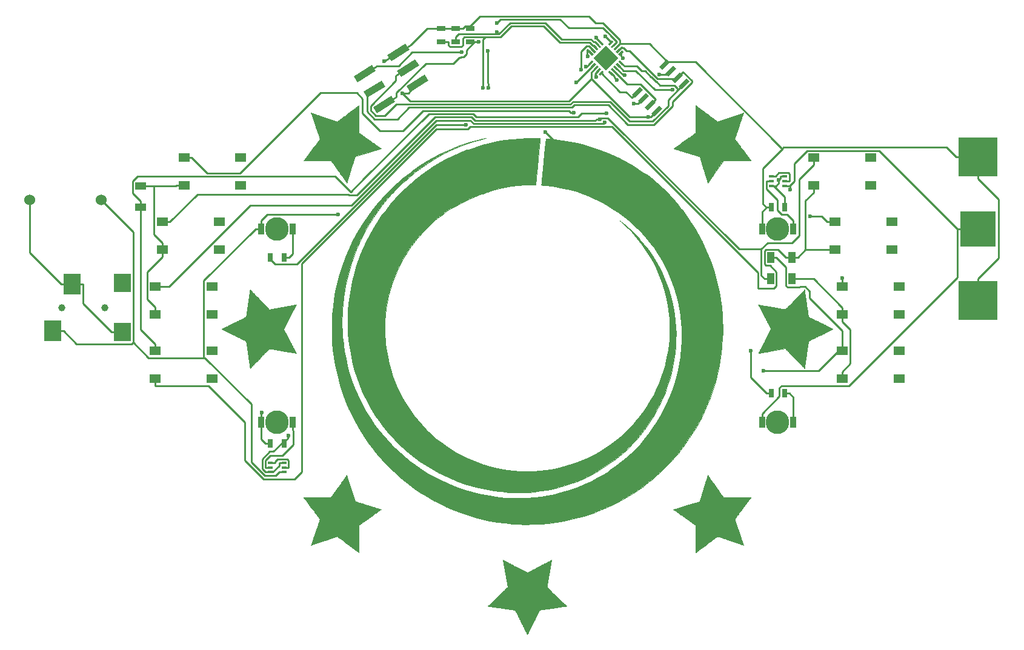
<source format=gbr>
G04 #@! TF.FileFunction,Copper,L1,Top,Signal*
%FSLAX46Y46*%
G04 Gerber Fmt 4.6, Leading zero omitted, Abs format (unit mm)*
G04 Created by KiCad (PCBNEW 4.0.6) date Mon Apr 24 00:01:32 2017*
%MOMM*%
%LPD*%
G01*
G04 APERTURE LIST*
%ADD10C,0.100000*%
%ADD11C,0.010000*%
%ADD12R,5.500000X5.500000*%
%ADD13R,5.000000X5.000000*%
%ADD14C,3.300000*%
%ADD15R,0.900000X1.600000*%
%ADD16C,1.000000*%
%ADD17R,2.400000X2.950000*%
%ADD18R,2.400000X2.650000*%
%ADD19C,1.524000*%
%ADD20R,0.700000X1.300000*%
%ADD21R,1.300000X0.700000*%
%ADD22R,1.550000X1.300000*%
%ADD23R,0.650000X0.400000*%
%ADD24R,1.600000X1.000000*%
%ADD25R,1.000000X1.600000*%
%ADD26C,0.600000*%
%ADD27C,0.250000*%
G04 APERTURE END LIST*
D10*
D11*
G36*
X180192442Y-69806612D02*
X180187925Y-69820818D01*
X180180371Y-69843981D01*
X180169894Y-69875768D01*
X180156605Y-69915845D01*
X180140616Y-69963881D01*
X180122039Y-70019543D01*
X180100985Y-70082496D01*
X180077567Y-70152407D01*
X180051896Y-70228946D01*
X180024084Y-70311778D01*
X179994244Y-70400569D01*
X179962486Y-70494988D01*
X179928924Y-70594701D01*
X179893669Y-70699375D01*
X179856832Y-70808677D01*
X179818525Y-70922275D01*
X179778861Y-71039835D01*
X179737952Y-71161024D01*
X179695909Y-71285510D01*
X179652843Y-71412959D01*
X179608868Y-71543039D01*
X179586100Y-71610360D01*
X179541688Y-71741705D01*
X179498122Y-71870614D01*
X179455515Y-71996752D01*
X179413979Y-72119786D01*
X179373628Y-72239381D01*
X179334572Y-72355202D01*
X179296924Y-72466917D01*
X179260797Y-72574189D01*
X179226302Y-72676686D01*
X179193552Y-72774073D01*
X179162659Y-72866016D01*
X179133735Y-72952181D01*
X179106891Y-73032233D01*
X179082242Y-73105838D01*
X179059899Y-73172662D01*
X179039972Y-73232372D01*
X179022577Y-73284632D01*
X179007824Y-73329108D01*
X178995826Y-73365468D01*
X178986694Y-73393375D01*
X178980541Y-73412496D01*
X178977480Y-73422497D01*
X178977144Y-73423975D01*
X178980304Y-73428522D01*
X178989341Y-73440918D01*
X179004039Y-73460876D01*
X179024188Y-73488111D01*
X179049575Y-73522339D01*
X179079986Y-73563275D01*
X179115208Y-73610633D01*
X179155031Y-73664126D01*
X179199238Y-73723472D01*
X179247620Y-73788383D01*
X179299961Y-73858574D01*
X179356051Y-73933762D01*
X179415676Y-74013659D01*
X179478622Y-74097981D01*
X179544677Y-74186442D01*
X179613630Y-74278758D01*
X179685267Y-74374642D01*
X179759375Y-74473810D01*
X179835740Y-74575977D01*
X179914151Y-74680855D01*
X179994395Y-74788163D01*
X180076257Y-74897613D01*
X180101362Y-74931173D01*
X180201413Y-75064915D01*
X180295556Y-75190761D01*
X180383973Y-75308951D01*
X180466840Y-75419725D01*
X180544336Y-75523323D01*
X180616641Y-75619986D01*
X180683932Y-75709953D01*
X180746388Y-75793465D01*
X180804187Y-75870761D01*
X180857510Y-75942082D01*
X180906533Y-76007667D01*
X180951437Y-76067758D01*
X180992398Y-76122594D01*
X181029596Y-76172415D01*
X181063210Y-76217461D01*
X181093417Y-76257973D01*
X181120398Y-76294190D01*
X181144330Y-76326352D01*
X181165392Y-76354700D01*
X181183762Y-76379474D01*
X181199619Y-76400915D01*
X181213143Y-76419261D01*
X181224510Y-76434752D01*
X181233900Y-76447630D01*
X181241493Y-76458134D01*
X181247465Y-76466504D01*
X181251997Y-76472982D01*
X181255266Y-76477805D01*
X181257450Y-76481216D01*
X181258729Y-76483452D01*
X181259282Y-76484756D01*
X181259287Y-76485368D01*
X181258921Y-76485526D01*
X181258366Y-76485470D01*
X181257798Y-76485443D01*
X181257622Y-76485487D01*
X181252334Y-76485534D01*
X181237246Y-76485459D01*
X181212720Y-76485266D01*
X181179114Y-76484960D01*
X181136790Y-76484544D01*
X181086108Y-76484023D01*
X181027427Y-76483400D01*
X180961109Y-76482680D01*
X180887514Y-76481867D01*
X180806999Y-76480965D01*
X180719928Y-76479978D01*
X180626659Y-76478910D01*
X180527553Y-76477765D01*
X180422969Y-76476547D01*
X180313270Y-76475262D01*
X180198813Y-76473911D01*
X180079960Y-76472501D01*
X179957071Y-76471034D01*
X179830506Y-76469515D01*
X179700624Y-76467948D01*
X179567786Y-76466338D01*
X179433531Y-76464701D01*
X179297189Y-76463037D01*
X179163019Y-76461403D01*
X179031402Y-76459804D01*
X178902719Y-76458243D01*
X178777355Y-76456727D01*
X178655692Y-76455259D01*
X178538112Y-76453844D01*
X178424998Y-76452486D01*
X178316733Y-76451189D01*
X178213699Y-76449960D01*
X178116279Y-76448801D01*
X178024855Y-76447718D01*
X177939812Y-76446715D01*
X177861530Y-76445797D01*
X177790392Y-76444967D01*
X177726782Y-76444231D01*
X177671083Y-76443594D01*
X177623675Y-76443059D01*
X177584942Y-76442632D01*
X177555268Y-76442316D01*
X177535035Y-76442117D01*
X177525354Y-76442042D01*
X177437682Y-76441627D01*
X176342100Y-77993308D01*
X176262252Y-78106400D01*
X176183879Y-78217411D01*
X176107185Y-78326051D01*
X176032374Y-78432031D01*
X175959652Y-78535059D01*
X175889222Y-78634847D01*
X175821289Y-78731104D01*
X175756058Y-78823542D01*
X175693732Y-78911868D01*
X175634516Y-78995796D01*
X175578617Y-79075033D01*
X175526235Y-79149289D01*
X175477578Y-79218277D01*
X175432849Y-79281704D01*
X175392254Y-79339283D01*
X175355995Y-79390723D01*
X175324277Y-79435734D01*
X175297306Y-79474024D01*
X175275286Y-79505307D01*
X175258422Y-79529291D01*
X175246916Y-79545686D01*
X175240975Y-79554202D01*
X175240171Y-79555388D01*
X175234292Y-79561997D01*
X175230050Y-79559636D01*
X175228280Y-79554391D01*
X175223594Y-79539781D01*
X175216098Y-79516146D01*
X175205896Y-79483820D01*
X175193094Y-79443142D01*
X175177798Y-79394446D01*
X175160113Y-79338071D01*
X175140143Y-79274354D01*
X175117996Y-79203630D01*
X175093775Y-79126239D01*
X175067586Y-79042514D01*
X175039533Y-78952793D01*
X175009725Y-78857414D01*
X174978264Y-78756714D01*
X174945255Y-78651029D01*
X174910806Y-78540694D01*
X174875021Y-78426049D01*
X174838005Y-78307429D01*
X174799864Y-78185172D01*
X174760701Y-78059614D01*
X174720625Y-77931091D01*
X174679740Y-77799941D01*
X174659317Y-77734422D01*
X174092360Y-75915360D01*
X174063787Y-75905948D01*
X174056878Y-75903766D01*
X174040611Y-75898683D01*
X174015327Y-75890807D01*
X173981375Y-75880244D01*
X173939098Y-75867102D01*
X173888841Y-75851488D01*
X173830951Y-75833507D01*
X173765770Y-75813270D01*
X173693645Y-75790880D01*
X173614920Y-75766447D01*
X173529940Y-75740076D01*
X173439050Y-75711876D01*
X173342597Y-75681953D01*
X173240923Y-75650413D01*
X173134375Y-75617364D01*
X173023297Y-75582914D01*
X172908035Y-75547169D01*
X172788933Y-75510236D01*
X172666337Y-75472222D01*
X172540591Y-75433234D01*
X172412040Y-75393382D01*
X172281030Y-75352767D01*
X172240572Y-75340226D01*
X172109165Y-75299489D01*
X171980244Y-75259515D01*
X171854147Y-75220410D01*
X171731213Y-75182280D01*
X171611777Y-75145229D01*
X171496181Y-75109361D01*
X171384761Y-75074784D01*
X171277856Y-75041601D01*
X171175805Y-75009917D01*
X171078945Y-74979838D01*
X170987616Y-74951468D01*
X170902155Y-74924914D01*
X170822899Y-74900278D01*
X170750190Y-74877669D01*
X170684362Y-74857189D01*
X170625756Y-74838945D01*
X170574708Y-74823041D01*
X170531559Y-74809581D01*
X170496647Y-74798673D01*
X170470308Y-74790420D01*
X170452882Y-74784929D01*
X170444707Y-74782302D01*
X170444094Y-74782081D01*
X170445407Y-74777520D01*
X170447747Y-74774757D01*
X170452247Y-74771452D01*
X170464751Y-74762480D01*
X170484970Y-74748045D01*
X170512615Y-74728353D01*
X170547400Y-74703606D01*
X170589034Y-74674009D01*
X170637231Y-74639768D01*
X170691703Y-74601086D01*
X170752160Y-74558168D01*
X170818314Y-74511218D01*
X170889878Y-74460443D01*
X170966564Y-74406043D01*
X171048082Y-74348226D01*
X171134144Y-74287195D01*
X171224464Y-74223154D01*
X171318752Y-74156310D01*
X171416719Y-74086864D01*
X171518079Y-74015023D01*
X171622542Y-73940989D01*
X171729822Y-73864970D01*
X171839628Y-73787167D01*
X171951674Y-73707787D01*
X172005337Y-73669772D01*
X172118287Y-73589757D01*
X172229114Y-73511246D01*
X172337530Y-73434441D01*
X172443247Y-73359547D01*
X172545980Y-73286765D01*
X172645439Y-73216301D01*
X172741339Y-73148357D01*
X172833392Y-73083137D01*
X172921311Y-73020844D01*
X173004810Y-72961682D01*
X173083600Y-72905853D01*
X173157396Y-72853561D01*
X173225911Y-72805011D01*
X173288856Y-72760404D01*
X173345944Y-72719946D01*
X173396890Y-72683838D01*
X173441405Y-72652286D01*
X173479203Y-72625490D01*
X173509996Y-72603656D01*
X173533498Y-72586986D01*
X173549422Y-72575685D01*
X173557479Y-72569956D01*
X173558469Y-72569244D01*
X173558476Y-72564147D01*
X173558347Y-72549242D01*
X173558088Y-72524881D01*
X173557703Y-72491412D01*
X173557198Y-72449189D01*
X173556576Y-72398561D01*
X173555842Y-72339879D01*
X173555000Y-72273494D01*
X173554055Y-72199757D01*
X173553013Y-72119020D01*
X173551877Y-72031632D01*
X173550651Y-71937945D01*
X173549341Y-71838310D01*
X173547951Y-71733077D01*
X173546486Y-71622599D01*
X173544950Y-71507223D01*
X173543348Y-71387304D01*
X173541685Y-71263191D01*
X173539964Y-71135235D01*
X173538191Y-71003786D01*
X173536369Y-70869197D01*
X173534505Y-70731818D01*
X173533496Y-70657589D01*
X173531180Y-70486799D01*
X173529014Y-70325904D01*
X173526998Y-70174644D01*
X173525129Y-70032755D01*
X173523404Y-69899974D01*
X173521821Y-69776040D01*
X173520377Y-69660691D01*
X173519071Y-69553663D01*
X173517900Y-69454694D01*
X173516862Y-69363522D01*
X173515953Y-69279883D01*
X173515174Y-69203517D01*
X173514519Y-69134160D01*
X173513988Y-69071549D01*
X173513578Y-69015423D01*
X173513287Y-68965519D01*
X173513112Y-68921573D01*
X173513052Y-68883325D01*
X173513103Y-68850511D01*
X173513264Y-68822870D01*
X173513532Y-68800137D01*
X173513904Y-68782052D01*
X173514379Y-68768351D01*
X173514954Y-68758772D01*
X173515627Y-68753053D01*
X173516396Y-68750931D01*
X173516589Y-68750926D01*
X173521282Y-68754218D01*
X173533836Y-68763373D01*
X173553966Y-68778180D01*
X173581389Y-68798426D01*
X173615820Y-68823903D01*
X173656977Y-68854396D01*
X173704574Y-68889696D01*
X173758327Y-68929593D01*
X173817953Y-68973873D01*
X173883168Y-69022327D01*
X173953686Y-69074743D01*
X174029226Y-69130910D01*
X174109502Y-69190617D01*
X174194231Y-69253653D01*
X174283128Y-69319806D01*
X174375909Y-69388865D01*
X174472292Y-69460621D01*
X174571990Y-69534859D01*
X174674721Y-69611371D01*
X174780201Y-69689944D01*
X174888145Y-69770368D01*
X174998269Y-69852431D01*
X175050409Y-69891290D01*
X175161383Y-69973997D01*
X175270274Y-70055145D01*
X175376798Y-70134523D01*
X175480676Y-70211921D01*
X175581624Y-70287129D01*
X175679359Y-70359937D01*
X175773599Y-70430134D01*
X175864064Y-70497511D01*
X175950469Y-70561857D01*
X176032533Y-70622964D01*
X176109973Y-70680619D01*
X176182507Y-70734613D01*
X176249854Y-70784737D01*
X176311730Y-70830779D01*
X176367854Y-70872530D01*
X176417943Y-70909780D01*
X176461715Y-70942319D01*
X176498888Y-70969936D01*
X176529180Y-70992421D01*
X176552307Y-71009565D01*
X176567988Y-71021156D01*
X176575942Y-71026986D01*
X176576931Y-71027676D01*
X176581817Y-71026057D01*
X176595988Y-71021281D01*
X176619114Y-71013459D01*
X176650861Y-71002704D01*
X176690895Y-70989130D01*
X176738883Y-70972850D01*
X176794495Y-70953976D01*
X176857397Y-70932622D01*
X176927255Y-70908902D01*
X177003739Y-70882927D01*
X177086513Y-70854810D01*
X177175247Y-70824666D01*
X177269606Y-70792606D01*
X177369259Y-70758745D01*
X177473874Y-70723194D01*
X177583115Y-70686067D01*
X177696651Y-70647477D01*
X177814151Y-70607537D01*
X177935280Y-70566361D01*
X178059706Y-70524061D01*
X178187097Y-70480749D01*
X178317118Y-70436540D01*
X178384624Y-70413586D01*
X178515875Y-70368964D01*
X178644671Y-70325194D01*
X178770681Y-70282389D01*
X178893571Y-70240659D01*
X179013008Y-70200119D01*
X179128660Y-70160880D01*
X179240192Y-70123057D01*
X179347272Y-70086761D01*
X179449568Y-70052104D01*
X179546746Y-70019200D01*
X179638472Y-69988160D01*
X179724414Y-69959099D01*
X179804239Y-69932128D01*
X179877614Y-69907359D01*
X179944206Y-69884908D01*
X180003681Y-69864883D01*
X180055706Y-69847400D01*
X180099950Y-69832571D01*
X180136078Y-69820507D01*
X180163758Y-69811322D01*
X180182655Y-69805129D01*
X180192439Y-69802040D01*
X180193812Y-69801696D01*
X180192442Y-69806612D01*
X180192442Y-69806612D01*
G37*
X180192442Y-69806612D02*
X180187925Y-69820818D01*
X180180371Y-69843981D01*
X180169894Y-69875768D01*
X180156605Y-69915845D01*
X180140616Y-69963881D01*
X180122039Y-70019543D01*
X180100985Y-70082496D01*
X180077567Y-70152407D01*
X180051896Y-70228946D01*
X180024084Y-70311778D01*
X179994244Y-70400569D01*
X179962486Y-70494988D01*
X179928924Y-70594701D01*
X179893669Y-70699375D01*
X179856832Y-70808677D01*
X179818525Y-70922275D01*
X179778861Y-71039835D01*
X179737952Y-71161024D01*
X179695909Y-71285510D01*
X179652843Y-71412959D01*
X179608868Y-71543039D01*
X179586100Y-71610360D01*
X179541688Y-71741705D01*
X179498122Y-71870614D01*
X179455515Y-71996752D01*
X179413979Y-72119786D01*
X179373628Y-72239381D01*
X179334572Y-72355202D01*
X179296924Y-72466917D01*
X179260797Y-72574189D01*
X179226302Y-72676686D01*
X179193552Y-72774073D01*
X179162659Y-72866016D01*
X179133735Y-72952181D01*
X179106891Y-73032233D01*
X179082242Y-73105838D01*
X179059899Y-73172662D01*
X179039972Y-73232372D01*
X179022577Y-73284632D01*
X179007824Y-73329108D01*
X178995826Y-73365468D01*
X178986694Y-73393375D01*
X178980541Y-73412496D01*
X178977480Y-73422497D01*
X178977144Y-73423975D01*
X178980304Y-73428522D01*
X178989341Y-73440918D01*
X179004039Y-73460876D01*
X179024188Y-73488111D01*
X179049575Y-73522339D01*
X179079986Y-73563275D01*
X179115208Y-73610633D01*
X179155031Y-73664126D01*
X179199238Y-73723472D01*
X179247620Y-73788383D01*
X179299961Y-73858574D01*
X179356051Y-73933762D01*
X179415676Y-74013659D01*
X179478622Y-74097981D01*
X179544677Y-74186442D01*
X179613630Y-74278758D01*
X179685267Y-74374642D01*
X179759375Y-74473810D01*
X179835740Y-74575977D01*
X179914151Y-74680855D01*
X179994395Y-74788163D01*
X180076257Y-74897613D01*
X180101362Y-74931173D01*
X180201413Y-75064915D01*
X180295556Y-75190761D01*
X180383973Y-75308951D01*
X180466840Y-75419725D01*
X180544336Y-75523323D01*
X180616641Y-75619986D01*
X180683932Y-75709953D01*
X180746388Y-75793465D01*
X180804187Y-75870761D01*
X180857510Y-75942082D01*
X180906533Y-76007667D01*
X180951437Y-76067758D01*
X180992398Y-76122594D01*
X181029596Y-76172415D01*
X181063210Y-76217461D01*
X181093417Y-76257973D01*
X181120398Y-76294190D01*
X181144330Y-76326352D01*
X181165392Y-76354700D01*
X181183762Y-76379474D01*
X181199619Y-76400915D01*
X181213143Y-76419261D01*
X181224510Y-76434752D01*
X181233900Y-76447630D01*
X181241493Y-76458134D01*
X181247465Y-76466504D01*
X181251997Y-76472982D01*
X181255266Y-76477805D01*
X181257450Y-76481216D01*
X181258729Y-76483452D01*
X181259282Y-76484756D01*
X181259287Y-76485368D01*
X181258921Y-76485526D01*
X181258366Y-76485470D01*
X181257798Y-76485443D01*
X181257622Y-76485487D01*
X181252334Y-76485534D01*
X181237246Y-76485459D01*
X181212720Y-76485266D01*
X181179114Y-76484960D01*
X181136790Y-76484544D01*
X181086108Y-76484023D01*
X181027427Y-76483400D01*
X180961109Y-76482680D01*
X180887514Y-76481867D01*
X180806999Y-76480965D01*
X180719928Y-76479978D01*
X180626659Y-76478910D01*
X180527553Y-76477765D01*
X180422969Y-76476547D01*
X180313270Y-76475262D01*
X180198813Y-76473911D01*
X180079960Y-76472501D01*
X179957071Y-76471034D01*
X179830506Y-76469515D01*
X179700624Y-76467948D01*
X179567786Y-76466338D01*
X179433531Y-76464701D01*
X179297189Y-76463037D01*
X179163019Y-76461403D01*
X179031402Y-76459804D01*
X178902719Y-76458243D01*
X178777355Y-76456727D01*
X178655692Y-76455259D01*
X178538112Y-76453844D01*
X178424998Y-76452486D01*
X178316733Y-76451189D01*
X178213699Y-76449960D01*
X178116279Y-76448801D01*
X178024855Y-76447718D01*
X177939812Y-76446715D01*
X177861530Y-76445797D01*
X177790392Y-76444967D01*
X177726782Y-76444231D01*
X177671083Y-76443594D01*
X177623675Y-76443059D01*
X177584942Y-76442632D01*
X177555268Y-76442316D01*
X177535035Y-76442117D01*
X177525354Y-76442042D01*
X177437682Y-76441627D01*
X176342100Y-77993308D01*
X176262252Y-78106400D01*
X176183879Y-78217411D01*
X176107185Y-78326051D01*
X176032374Y-78432031D01*
X175959652Y-78535059D01*
X175889222Y-78634847D01*
X175821289Y-78731104D01*
X175756058Y-78823542D01*
X175693732Y-78911868D01*
X175634516Y-78995796D01*
X175578617Y-79075033D01*
X175526235Y-79149289D01*
X175477578Y-79218277D01*
X175432849Y-79281704D01*
X175392254Y-79339283D01*
X175355995Y-79390723D01*
X175324277Y-79435734D01*
X175297306Y-79474024D01*
X175275286Y-79505307D01*
X175258422Y-79529291D01*
X175246916Y-79545686D01*
X175240975Y-79554202D01*
X175240171Y-79555388D01*
X175234292Y-79561997D01*
X175230050Y-79559636D01*
X175228280Y-79554391D01*
X175223594Y-79539781D01*
X175216098Y-79516146D01*
X175205896Y-79483820D01*
X175193094Y-79443142D01*
X175177798Y-79394446D01*
X175160113Y-79338071D01*
X175140143Y-79274354D01*
X175117996Y-79203630D01*
X175093775Y-79126239D01*
X175067586Y-79042514D01*
X175039533Y-78952793D01*
X175009725Y-78857414D01*
X174978264Y-78756714D01*
X174945255Y-78651029D01*
X174910806Y-78540694D01*
X174875021Y-78426049D01*
X174838005Y-78307429D01*
X174799864Y-78185172D01*
X174760701Y-78059614D01*
X174720625Y-77931091D01*
X174679740Y-77799941D01*
X174659317Y-77734422D01*
X174092360Y-75915360D01*
X174063787Y-75905948D01*
X174056878Y-75903766D01*
X174040611Y-75898683D01*
X174015327Y-75890807D01*
X173981375Y-75880244D01*
X173939098Y-75867102D01*
X173888841Y-75851488D01*
X173830951Y-75833507D01*
X173765770Y-75813270D01*
X173693645Y-75790880D01*
X173614920Y-75766447D01*
X173529940Y-75740076D01*
X173439050Y-75711876D01*
X173342597Y-75681953D01*
X173240923Y-75650413D01*
X173134375Y-75617364D01*
X173023297Y-75582914D01*
X172908035Y-75547169D01*
X172788933Y-75510236D01*
X172666337Y-75472222D01*
X172540591Y-75433234D01*
X172412040Y-75393382D01*
X172281030Y-75352767D01*
X172240572Y-75340226D01*
X172109165Y-75299489D01*
X171980244Y-75259515D01*
X171854147Y-75220410D01*
X171731213Y-75182280D01*
X171611777Y-75145229D01*
X171496181Y-75109361D01*
X171384761Y-75074784D01*
X171277856Y-75041601D01*
X171175805Y-75009917D01*
X171078945Y-74979838D01*
X170987616Y-74951468D01*
X170902155Y-74924914D01*
X170822899Y-74900278D01*
X170750190Y-74877669D01*
X170684362Y-74857189D01*
X170625756Y-74838945D01*
X170574708Y-74823041D01*
X170531559Y-74809581D01*
X170496647Y-74798673D01*
X170470308Y-74790420D01*
X170452882Y-74784929D01*
X170444707Y-74782302D01*
X170444094Y-74782081D01*
X170445407Y-74777520D01*
X170447747Y-74774757D01*
X170452247Y-74771452D01*
X170464751Y-74762480D01*
X170484970Y-74748045D01*
X170512615Y-74728353D01*
X170547400Y-74703606D01*
X170589034Y-74674009D01*
X170637231Y-74639768D01*
X170691703Y-74601086D01*
X170752160Y-74558168D01*
X170818314Y-74511218D01*
X170889878Y-74460443D01*
X170966564Y-74406043D01*
X171048082Y-74348226D01*
X171134144Y-74287195D01*
X171224464Y-74223154D01*
X171318752Y-74156310D01*
X171416719Y-74086864D01*
X171518079Y-74015023D01*
X171622542Y-73940989D01*
X171729822Y-73864970D01*
X171839628Y-73787167D01*
X171951674Y-73707787D01*
X172005337Y-73669772D01*
X172118287Y-73589757D01*
X172229114Y-73511246D01*
X172337530Y-73434441D01*
X172443247Y-73359547D01*
X172545980Y-73286765D01*
X172645439Y-73216301D01*
X172741339Y-73148357D01*
X172833392Y-73083137D01*
X172921311Y-73020844D01*
X173004810Y-72961682D01*
X173083600Y-72905853D01*
X173157396Y-72853561D01*
X173225911Y-72805011D01*
X173288856Y-72760404D01*
X173345944Y-72719946D01*
X173396890Y-72683838D01*
X173441405Y-72652286D01*
X173479203Y-72625490D01*
X173509996Y-72603656D01*
X173533498Y-72586986D01*
X173549422Y-72575685D01*
X173557479Y-72569956D01*
X173558469Y-72569244D01*
X173558476Y-72564147D01*
X173558347Y-72549242D01*
X173558088Y-72524881D01*
X173557703Y-72491412D01*
X173557198Y-72449189D01*
X173556576Y-72398561D01*
X173555842Y-72339879D01*
X173555000Y-72273494D01*
X173554055Y-72199757D01*
X173553013Y-72119020D01*
X173551877Y-72031632D01*
X173550651Y-71937945D01*
X173549341Y-71838310D01*
X173547951Y-71733077D01*
X173546486Y-71622599D01*
X173544950Y-71507223D01*
X173543348Y-71387304D01*
X173541685Y-71263191D01*
X173539964Y-71135235D01*
X173538191Y-71003786D01*
X173536369Y-70869197D01*
X173534505Y-70731818D01*
X173533496Y-70657589D01*
X173531180Y-70486799D01*
X173529014Y-70325904D01*
X173526998Y-70174644D01*
X173525129Y-70032755D01*
X173523404Y-69899974D01*
X173521821Y-69776040D01*
X173520377Y-69660691D01*
X173519071Y-69553663D01*
X173517900Y-69454694D01*
X173516862Y-69363522D01*
X173515953Y-69279883D01*
X173515174Y-69203517D01*
X173514519Y-69134160D01*
X173513988Y-69071549D01*
X173513578Y-69015423D01*
X173513287Y-68965519D01*
X173513112Y-68921573D01*
X173513052Y-68883325D01*
X173513103Y-68850511D01*
X173513264Y-68822870D01*
X173513532Y-68800137D01*
X173513904Y-68782052D01*
X173514379Y-68768351D01*
X173514954Y-68758772D01*
X173515627Y-68753053D01*
X173516396Y-68750931D01*
X173516589Y-68750926D01*
X173521282Y-68754218D01*
X173533836Y-68763373D01*
X173553966Y-68778180D01*
X173581389Y-68798426D01*
X173615820Y-68823903D01*
X173656977Y-68854396D01*
X173704574Y-68889696D01*
X173758327Y-68929593D01*
X173817953Y-68973873D01*
X173883168Y-69022327D01*
X173953686Y-69074743D01*
X174029226Y-69130910D01*
X174109502Y-69190617D01*
X174194231Y-69253653D01*
X174283128Y-69319806D01*
X174375909Y-69388865D01*
X174472292Y-69460621D01*
X174571990Y-69534859D01*
X174674721Y-69611371D01*
X174780201Y-69689944D01*
X174888145Y-69770368D01*
X174998269Y-69852431D01*
X175050409Y-69891290D01*
X175161383Y-69973997D01*
X175270274Y-70055145D01*
X175376798Y-70134523D01*
X175480676Y-70211921D01*
X175581624Y-70287129D01*
X175679359Y-70359937D01*
X175773599Y-70430134D01*
X175864064Y-70497511D01*
X175950469Y-70561857D01*
X176032533Y-70622964D01*
X176109973Y-70680619D01*
X176182507Y-70734613D01*
X176249854Y-70784737D01*
X176311730Y-70830779D01*
X176367854Y-70872530D01*
X176417943Y-70909780D01*
X176461715Y-70942319D01*
X176498888Y-70969936D01*
X176529180Y-70992421D01*
X176552307Y-71009565D01*
X176567988Y-71021156D01*
X176575942Y-71026986D01*
X176576931Y-71027676D01*
X176581817Y-71026057D01*
X176595988Y-71021281D01*
X176619114Y-71013459D01*
X176650861Y-71002704D01*
X176690895Y-70989130D01*
X176738883Y-70972850D01*
X176794495Y-70953976D01*
X176857397Y-70932622D01*
X176927255Y-70908902D01*
X177003739Y-70882927D01*
X177086513Y-70854810D01*
X177175247Y-70824666D01*
X177269606Y-70792606D01*
X177369259Y-70758745D01*
X177473874Y-70723194D01*
X177583115Y-70686067D01*
X177696651Y-70647477D01*
X177814151Y-70607537D01*
X177935280Y-70566361D01*
X178059706Y-70524061D01*
X178187097Y-70480749D01*
X178317118Y-70436540D01*
X178384624Y-70413586D01*
X178515875Y-70368964D01*
X178644671Y-70325194D01*
X178770681Y-70282389D01*
X178893571Y-70240659D01*
X179013008Y-70200119D01*
X179128660Y-70160880D01*
X179240192Y-70123057D01*
X179347272Y-70086761D01*
X179449568Y-70052104D01*
X179546746Y-70019200D01*
X179638472Y-69988160D01*
X179724414Y-69959099D01*
X179804239Y-69932128D01*
X179877614Y-69907359D01*
X179944206Y-69884908D01*
X180003681Y-69864883D01*
X180055706Y-69847400D01*
X180099950Y-69832571D01*
X180136078Y-69820507D01*
X180163758Y-69811322D01*
X180182655Y-69805129D01*
X180192439Y-69802040D01*
X180193812Y-69801696D01*
X180192442Y-69806612D01*
G36*
X192699230Y-99999331D02*
X192685991Y-100006182D01*
X192664271Y-100017220D01*
X192634386Y-100032288D01*
X192596650Y-100051230D01*
X192551378Y-100073891D01*
X192498883Y-100100113D01*
X192439481Y-100129740D01*
X192373487Y-100162616D01*
X192301214Y-100198585D01*
X192222977Y-100237490D01*
X192139092Y-100279175D01*
X192049872Y-100323483D01*
X191955632Y-100370259D01*
X191856687Y-100419345D01*
X191753351Y-100470586D01*
X191645938Y-100523825D01*
X191534764Y-100578906D01*
X191420143Y-100635672D01*
X191302389Y-100693968D01*
X191181817Y-100753636D01*
X191058742Y-100814521D01*
X190995040Y-100846025D01*
X190870760Y-100907496D01*
X190748802Y-100967842D01*
X190629481Y-101026908D01*
X190513113Y-101084536D01*
X190400014Y-101140570D01*
X190290499Y-101194851D01*
X190184884Y-101247224D01*
X190083485Y-101297531D01*
X189986617Y-101345616D01*
X189894596Y-101391321D01*
X189807738Y-101434490D01*
X189726358Y-101474965D01*
X189650771Y-101512589D01*
X189581295Y-101547206D01*
X189518244Y-101578659D01*
X189461933Y-101606790D01*
X189412679Y-101631443D01*
X189370798Y-101652461D01*
X189336604Y-101669687D01*
X189310413Y-101682963D01*
X189292542Y-101692133D01*
X189283306Y-101697040D01*
X189282023Y-101697848D01*
X189281042Y-101703297D01*
X189278667Y-101718452D01*
X189274948Y-101742958D01*
X189269937Y-101776464D01*
X189263685Y-101818618D01*
X189256243Y-101869068D01*
X189247662Y-101927461D01*
X189237995Y-101993445D01*
X189227291Y-102066668D01*
X189215603Y-102146778D01*
X189202981Y-102233422D01*
X189189477Y-102326249D01*
X189175142Y-102424906D01*
X189160027Y-102529040D01*
X189144184Y-102638300D01*
X189127664Y-102752334D01*
X189110518Y-102870789D01*
X189092798Y-102993314D01*
X189074554Y-103119555D01*
X189055838Y-103249160D01*
X189036701Y-103381779D01*
X189017194Y-103517057D01*
X189011215Y-103558540D01*
X188987392Y-103723856D01*
X188964975Y-103879412D01*
X188943922Y-104025505D01*
X188924189Y-104162430D01*
X188905732Y-104290483D01*
X188888508Y-104409961D01*
X188872474Y-104521159D01*
X188857585Y-104624374D01*
X188843799Y-104719901D01*
X188831072Y-104808037D01*
X188819361Y-104889078D01*
X188808622Y-104963320D01*
X188798811Y-105031059D01*
X188789885Y-105092591D01*
X188781801Y-105148212D01*
X188774515Y-105198218D01*
X188767984Y-105242905D01*
X188762164Y-105282570D01*
X188757012Y-105317508D01*
X188752484Y-105348016D01*
X188748536Y-105374389D01*
X188745126Y-105396924D01*
X188742210Y-105415916D01*
X188739744Y-105431662D01*
X188737685Y-105444458D01*
X188735989Y-105454600D01*
X188734613Y-105462385D01*
X188733514Y-105468107D01*
X188732647Y-105472063D01*
X188731970Y-105474549D01*
X188731439Y-105475862D01*
X188731010Y-105476298D01*
X188730640Y-105476151D01*
X188730286Y-105475719D01*
X188729904Y-105475298D01*
X188729749Y-105475205D01*
X188725976Y-105471499D01*
X188715360Y-105460777D01*
X188698154Y-105443298D01*
X188674608Y-105419319D01*
X188644974Y-105389097D01*
X188609505Y-105352891D01*
X188568452Y-105310957D01*
X188522067Y-105263554D01*
X188470602Y-105210939D01*
X188414307Y-105153369D01*
X188353437Y-105091102D01*
X188288241Y-105024396D01*
X188218972Y-104953508D01*
X188145881Y-104878695D01*
X188069221Y-104800217D01*
X187989243Y-104718329D01*
X187906198Y-104633290D01*
X187820340Y-104545357D01*
X187731919Y-104454787D01*
X187641187Y-104361839D01*
X187548395Y-104266770D01*
X187454619Y-104170680D01*
X187359388Y-104073095D01*
X187265671Y-103977067D01*
X187173734Y-103882869D01*
X187083845Y-103790773D01*
X186996271Y-103701055D01*
X186911280Y-103613988D01*
X186829140Y-103529846D01*
X186750116Y-103448902D01*
X186674478Y-103371430D01*
X186602491Y-103297705D01*
X186534424Y-103227999D01*
X186470544Y-103162587D01*
X186411118Y-103101743D01*
X186356414Y-103045740D01*
X186306699Y-102994851D01*
X186262240Y-102949352D01*
X186223305Y-102909516D01*
X186190161Y-102875615D01*
X186163075Y-102847925D01*
X186142315Y-102826719D01*
X186128149Y-102812271D01*
X186121357Y-102805373D01*
X186059657Y-102743086D01*
X184187759Y-103065596D01*
X184051330Y-103089103D01*
X183917415Y-103112182D01*
X183786364Y-103134771D01*
X183658526Y-103156811D01*
X183534252Y-103178241D01*
X183413889Y-103199000D01*
X183297789Y-103219028D01*
X183186301Y-103238266D01*
X183079773Y-103256651D01*
X182978556Y-103274125D01*
X182883000Y-103290627D01*
X182793453Y-103306095D01*
X182710266Y-103320471D01*
X182633788Y-103333693D01*
X182564368Y-103345702D01*
X182502356Y-103356436D01*
X182448101Y-103365836D01*
X182401954Y-103373840D01*
X182364263Y-103380390D01*
X182335379Y-103385424D01*
X182315650Y-103388881D01*
X182305427Y-103390702D01*
X182304020Y-103390972D01*
X182295190Y-103391489D01*
X182293860Y-103386819D01*
X182296317Y-103381859D01*
X182303334Y-103368215D01*
X182314746Y-103346202D01*
X182330390Y-103316130D01*
X182350102Y-103278314D01*
X182373719Y-103233065D01*
X182401077Y-103180697D01*
X182432011Y-103121521D01*
X182466360Y-103055851D01*
X182503957Y-102984000D01*
X182544641Y-102906279D01*
X182588247Y-102823001D01*
X182634612Y-102734480D01*
X182683572Y-102641028D01*
X182734962Y-102542957D01*
X182788621Y-102440579D01*
X182844383Y-102334209D01*
X182902086Y-102224158D01*
X182961565Y-102110739D01*
X183022656Y-101994264D01*
X183085197Y-101875046D01*
X183149024Y-101753399D01*
X183180912Y-101692629D01*
X184066284Y-100005459D01*
X184052735Y-99978599D01*
X184049393Y-99972171D01*
X184041484Y-99957074D01*
X184029175Y-99933627D01*
X184012636Y-99902150D01*
X183992035Y-99862963D01*
X183967539Y-99816385D01*
X183939318Y-99762736D01*
X183907538Y-99702336D01*
X183872370Y-99635504D01*
X183833980Y-99562560D01*
X183792537Y-99483823D01*
X183748209Y-99399614D01*
X183701165Y-99310252D01*
X183651573Y-99216056D01*
X183599601Y-99117346D01*
X183545417Y-99014442D01*
X183489190Y-98907664D01*
X183431088Y-98797331D01*
X183371279Y-98683762D01*
X183309932Y-98567278D01*
X183247213Y-98448199D01*
X183183293Y-98326842D01*
X183163553Y-98289366D01*
X183099440Y-98167642D01*
X183036545Y-98048215D01*
X182975032Y-97931400D01*
X182915066Y-97817510D01*
X182856812Y-97706857D01*
X182800435Y-97599756D01*
X182746099Y-97496520D01*
X182693970Y-97397463D01*
X182644213Y-97302898D01*
X182596992Y-97213139D01*
X182552473Y-97128499D01*
X182510819Y-97049292D01*
X182472197Y-96975830D01*
X182436771Y-96908429D01*
X182404705Y-96847400D01*
X182376165Y-96793059D01*
X182351315Y-96745717D01*
X182330321Y-96705689D01*
X182313348Y-96673289D01*
X182300559Y-96648829D01*
X182292120Y-96632624D01*
X182288197Y-96624986D01*
X182287920Y-96624396D01*
X182292073Y-96622099D01*
X182295681Y-96621800D01*
X182301200Y-96622645D01*
X182316386Y-96625143D01*
X182340890Y-96629233D01*
X182374363Y-96634856D01*
X182416458Y-96641954D01*
X182466826Y-96650466D01*
X182525119Y-96660334D01*
X182590988Y-96671499D01*
X182664085Y-96683901D01*
X182744062Y-96697481D01*
X182830569Y-96712180D01*
X182923260Y-96727939D01*
X183021785Y-96744698D01*
X183125796Y-96762398D01*
X183234945Y-96780980D01*
X183348883Y-96800385D01*
X183467262Y-96820553D01*
X183589734Y-96841426D01*
X183715950Y-96862943D01*
X183845562Y-96885047D01*
X183978222Y-96907677D01*
X184113580Y-96930775D01*
X184178406Y-96941840D01*
X184314853Y-96965129D01*
X184448735Y-96987980D01*
X184579706Y-97010332D01*
X184707418Y-97032127D01*
X184831525Y-97053306D01*
X184951679Y-97073808D01*
X185067534Y-97093576D01*
X185178743Y-97112550D01*
X185284959Y-97130670D01*
X185385836Y-97147879D01*
X185481026Y-97164115D01*
X185570183Y-97179321D01*
X185652961Y-97193438D01*
X185729011Y-97206405D01*
X185797987Y-97218164D01*
X185859543Y-97228656D01*
X185913331Y-97237822D01*
X185959006Y-97245602D01*
X185996219Y-97251937D01*
X186024624Y-97256768D01*
X186043875Y-97260037D01*
X186053624Y-97261683D01*
X186054827Y-97261880D01*
X186058436Y-97258280D01*
X186068884Y-97247650D01*
X186085927Y-97230241D01*
X186109321Y-97206303D01*
X186138820Y-97176089D01*
X186174180Y-97139850D01*
X186215155Y-97097836D01*
X186261501Y-97050300D01*
X186312973Y-96997492D01*
X186369326Y-96939665D01*
X186430315Y-96877069D01*
X186495695Y-96809956D01*
X186565221Y-96738577D01*
X186638649Y-96663183D01*
X186715733Y-96584027D01*
X186796230Y-96501358D01*
X186879893Y-96415430D01*
X186966478Y-96326492D01*
X187055740Y-96234797D01*
X187147434Y-96140595D01*
X187241315Y-96044138D01*
X187337139Y-95945678D01*
X187388913Y-95892477D01*
X187508042Y-95770072D01*
X187620280Y-95654771D01*
X187725812Y-95546388D01*
X187824821Y-95444736D01*
X187917491Y-95349626D01*
X188004006Y-95260872D01*
X188084549Y-95178287D01*
X188159306Y-95101683D01*
X188228460Y-95030873D01*
X188292194Y-94965671D01*
X188350693Y-94905887D01*
X188404141Y-94851337D01*
X188452721Y-94801831D01*
X188496618Y-94757183D01*
X188536016Y-94717206D01*
X188571097Y-94681713D01*
X188602048Y-94650515D01*
X188629051Y-94623427D01*
X188652290Y-94600260D01*
X188671949Y-94580828D01*
X188688213Y-94564943D01*
X188701264Y-94552418D01*
X188711288Y-94543066D01*
X188718468Y-94536699D01*
X188722988Y-94533131D01*
X188725032Y-94532174D01*
X188725172Y-94532307D01*
X188726163Y-94537954D01*
X188728566Y-94553304D01*
X188732330Y-94578008D01*
X188737405Y-94611716D01*
X188743737Y-94654077D01*
X188751277Y-94704741D01*
X188759972Y-94763358D01*
X188769770Y-94829578D01*
X188780621Y-94903051D01*
X188792473Y-94983427D01*
X188805273Y-95070355D01*
X188818972Y-95163486D01*
X188833516Y-95262469D01*
X188848856Y-95366954D01*
X188864938Y-95476591D01*
X188881712Y-95591030D01*
X188899126Y-95709921D01*
X188917129Y-95832913D01*
X188935669Y-95959657D01*
X188954695Y-96089802D01*
X188974154Y-96222998D01*
X188993996Y-96358895D01*
X189003387Y-96423241D01*
X189023375Y-96560194D01*
X189042992Y-96694572D01*
X189062188Y-96826025D01*
X189080912Y-96954206D01*
X189099113Y-97078767D01*
X189116739Y-97199359D01*
X189133740Y-97315634D01*
X189150065Y-97427245D01*
X189165663Y-97533842D01*
X189180482Y-97635079D01*
X189194472Y-97730606D01*
X189207582Y-97820075D01*
X189219761Y-97903139D01*
X189230957Y-97979449D01*
X189241120Y-98048657D01*
X189250199Y-98110415D01*
X189258142Y-98164375D01*
X189264899Y-98210188D01*
X189270419Y-98247507D01*
X189274650Y-98275983D01*
X189277542Y-98295268D01*
X189279044Y-98305014D01*
X189279255Y-98306201D01*
X189283855Y-98308512D01*
X189297253Y-98315155D01*
X189319136Y-98325976D01*
X189349189Y-98340820D01*
X189387096Y-98359530D01*
X189432541Y-98381951D01*
X189485210Y-98407929D01*
X189544788Y-98437308D01*
X189610958Y-98469932D01*
X189683407Y-98505647D01*
X189761819Y-98544296D01*
X189845878Y-98585725D01*
X189935270Y-98629777D01*
X190029679Y-98676299D01*
X190128791Y-98725134D01*
X190232289Y-98776127D01*
X190339858Y-98829122D01*
X190451185Y-98883965D01*
X190565952Y-98940500D01*
X190683845Y-98998572D01*
X190804550Y-99058025D01*
X190927750Y-99118703D01*
X190991715Y-99150206D01*
X191116075Y-99211462D01*
X191238098Y-99271585D01*
X191357468Y-99330419D01*
X191473872Y-99387808D01*
X191586993Y-99443597D01*
X191696517Y-99497629D01*
X191802127Y-99549749D01*
X191903510Y-99599801D01*
X192000350Y-99647629D01*
X192092332Y-99693077D01*
X192179140Y-99735989D01*
X192260460Y-99776210D01*
X192335976Y-99813583D01*
X192405374Y-99847953D01*
X192468337Y-99879165D01*
X192524552Y-99907061D01*
X192573702Y-99931486D01*
X192615473Y-99952285D01*
X192649550Y-99969301D01*
X192675617Y-99982379D01*
X192693359Y-99991362D01*
X192702461Y-99996096D01*
X192703675Y-99996824D01*
X192699230Y-99999331D01*
X192699230Y-99999331D01*
G37*
X192699230Y-99999331D02*
X192685991Y-100006182D01*
X192664271Y-100017220D01*
X192634386Y-100032288D01*
X192596650Y-100051230D01*
X192551378Y-100073891D01*
X192498883Y-100100113D01*
X192439481Y-100129740D01*
X192373487Y-100162616D01*
X192301214Y-100198585D01*
X192222977Y-100237490D01*
X192139092Y-100279175D01*
X192049872Y-100323483D01*
X191955632Y-100370259D01*
X191856687Y-100419345D01*
X191753351Y-100470586D01*
X191645938Y-100523825D01*
X191534764Y-100578906D01*
X191420143Y-100635672D01*
X191302389Y-100693968D01*
X191181817Y-100753636D01*
X191058742Y-100814521D01*
X190995040Y-100846025D01*
X190870760Y-100907496D01*
X190748802Y-100967842D01*
X190629481Y-101026908D01*
X190513113Y-101084536D01*
X190400014Y-101140570D01*
X190290499Y-101194851D01*
X190184884Y-101247224D01*
X190083485Y-101297531D01*
X189986617Y-101345616D01*
X189894596Y-101391321D01*
X189807738Y-101434490D01*
X189726358Y-101474965D01*
X189650771Y-101512589D01*
X189581295Y-101547206D01*
X189518244Y-101578659D01*
X189461933Y-101606790D01*
X189412679Y-101631443D01*
X189370798Y-101652461D01*
X189336604Y-101669687D01*
X189310413Y-101682963D01*
X189292542Y-101692133D01*
X189283306Y-101697040D01*
X189282023Y-101697848D01*
X189281042Y-101703297D01*
X189278667Y-101718452D01*
X189274948Y-101742958D01*
X189269937Y-101776464D01*
X189263685Y-101818618D01*
X189256243Y-101869068D01*
X189247662Y-101927461D01*
X189237995Y-101993445D01*
X189227291Y-102066668D01*
X189215603Y-102146778D01*
X189202981Y-102233422D01*
X189189477Y-102326249D01*
X189175142Y-102424906D01*
X189160027Y-102529040D01*
X189144184Y-102638300D01*
X189127664Y-102752334D01*
X189110518Y-102870789D01*
X189092798Y-102993314D01*
X189074554Y-103119555D01*
X189055838Y-103249160D01*
X189036701Y-103381779D01*
X189017194Y-103517057D01*
X189011215Y-103558540D01*
X188987392Y-103723856D01*
X188964975Y-103879412D01*
X188943922Y-104025505D01*
X188924189Y-104162430D01*
X188905732Y-104290483D01*
X188888508Y-104409961D01*
X188872474Y-104521159D01*
X188857585Y-104624374D01*
X188843799Y-104719901D01*
X188831072Y-104808037D01*
X188819361Y-104889078D01*
X188808622Y-104963320D01*
X188798811Y-105031059D01*
X188789885Y-105092591D01*
X188781801Y-105148212D01*
X188774515Y-105198218D01*
X188767984Y-105242905D01*
X188762164Y-105282570D01*
X188757012Y-105317508D01*
X188752484Y-105348016D01*
X188748536Y-105374389D01*
X188745126Y-105396924D01*
X188742210Y-105415916D01*
X188739744Y-105431662D01*
X188737685Y-105444458D01*
X188735989Y-105454600D01*
X188734613Y-105462385D01*
X188733514Y-105468107D01*
X188732647Y-105472063D01*
X188731970Y-105474549D01*
X188731439Y-105475862D01*
X188731010Y-105476298D01*
X188730640Y-105476151D01*
X188730286Y-105475719D01*
X188729904Y-105475298D01*
X188729749Y-105475205D01*
X188725976Y-105471499D01*
X188715360Y-105460777D01*
X188698154Y-105443298D01*
X188674608Y-105419319D01*
X188644974Y-105389097D01*
X188609505Y-105352891D01*
X188568452Y-105310957D01*
X188522067Y-105263554D01*
X188470602Y-105210939D01*
X188414307Y-105153369D01*
X188353437Y-105091102D01*
X188288241Y-105024396D01*
X188218972Y-104953508D01*
X188145881Y-104878695D01*
X188069221Y-104800217D01*
X187989243Y-104718329D01*
X187906198Y-104633290D01*
X187820340Y-104545357D01*
X187731919Y-104454787D01*
X187641187Y-104361839D01*
X187548395Y-104266770D01*
X187454619Y-104170680D01*
X187359388Y-104073095D01*
X187265671Y-103977067D01*
X187173734Y-103882869D01*
X187083845Y-103790773D01*
X186996271Y-103701055D01*
X186911280Y-103613988D01*
X186829140Y-103529846D01*
X186750116Y-103448902D01*
X186674478Y-103371430D01*
X186602491Y-103297705D01*
X186534424Y-103227999D01*
X186470544Y-103162587D01*
X186411118Y-103101743D01*
X186356414Y-103045740D01*
X186306699Y-102994851D01*
X186262240Y-102949352D01*
X186223305Y-102909516D01*
X186190161Y-102875615D01*
X186163075Y-102847925D01*
X186142315Y-102826719D01*
X186128149Y-102812271D01*
X186121357Y-102805373D01*
X186059657Y-102743086D01*
X184187759Y-103065596D01*
X184051330Y-103089103D01*
X183917415Y-103112182D01*
X183786364Y-103134771D01*
X183658526Y-103156811D01*
X183534252Y-103178241D01*
X183413889Y-103199000D01*
X183297789Y-103219028D01*
X183186301Y-103238266D01*
X183079773Y-103256651D01*
X182978556Y-103274125D01*
X182883000Y-103290627D01*
X182793453Y-103306095D01*
X182710266Y-103320471D01*
X182633788Y-103333693D01*
X182564368Y-103345702D01*
X182502356Y-103356436D01*
X182448101Y-103365836D01*
X182401954Y-103373840D01*
X182364263Y-103380390D01*
X182335379Y-103385424D01*
X182315650Y-103388881D01*
X182305427Y-103390702D01*
X182304020Y-103390972D01*
X182295190Y-103391489D01*
X182293860Y-103386819D01*
X182296317Y-103381859D01*
X182303334Y-103368215D01*
X182314746Y-103346202D01*
X182330390Y-103316130D01*
X182350102Y-103278314D01*
X182373719Y-103233065D01*
X182401077Y-103180697D01*
X182432011Y-103121521D01*
X182466360Y-103055851D01*
X182503957Y-102984000D01*
X182544641Y-102906279D01*
X182588247Y-102823001D01*
X182634612Y-102734480D01*
X182683572Y-102641028D01*
X182734962Y-102542957D01*
X182788621Y-102440579D01*
X182844383Y-102334209D01*
X182902086Y-102224158D01*
X182961565Y-102110739D01*
X183022656Y-101994264D01*
X183085197Y-101875046D01*
X183149024Y-101753399D01*
X183180912Y-101692629D01*
X184066284Y-100005459D01*
X184052735Y-99978599D01*
X184049393Y-99972171D01*
X184041484Y-99957074D01*
X184029175Y-99933627D01*
X184012636Y-99902150D01*
X183992035Y-99862963D01*
X183967539Y-99816385D01*
X183939318Y-99762736D01*
X183907538Y-99702336D01*
X183872370Y-99635504D01*
X183833980Y-99562560D01*
X183792537Y-99483823D01*
X183748209Y-99399614D01*
X183701165Y-99310252D01*
X183651573Y-99216056D01*
X183599601Y-99117346D01*
X183545417Y-99014442D01*
X183489190Y-98907664D01*
X183431088Y-98797331D01*
X183371279Y-98683762D01*
X183309932Y-98567278D01*
X183247213Y-98448199D01*
X183183293Y-98326842D01*
X183163553Y-98289366D01*
X183099440Y-98167642D01*
X183036545Y-98048215D01*
X182975032Y-97931400D01*
X182915066Y-97817510D01*
X182856812Y-97706857D01*
X182800435Y-97599756D01*
X182746099Y-97496520D01*
X182693970Y-97397463D01*
X182644213Y-97302898D01*
X182596992Y-97213139D01*
X182552473Y-97128499D01*
X182510819Y-97049292D01*
X182472197Y-96975830D01*
X182436771Y-96908429D01*
X182404705Y-96847400D01*
X182376165Y-96793059D01*
X182351315Y-96745717D01*
X182330321Y-96705689D01*
X182313348Y-96673289D01*
X182300559Y-96648829D01*
X182292120Y-96632624D01*
X182288197Y-96624986D01*
X182287920Y-96624396D01*
X182292073Y-96622099D01*
X182295681Y-96621800D01*
X182301200Y-96622645D01*
X182316386Y-96625143D01*
X182340890Y-96629233D01*
X182374363Y-96634856D01*
X182416458Y-96641954D01*
X182466826Y-96650466D01*
X182525119Y-96660334D01*
X182590988Y-96671499D01*
X182664085Y-96683901D01*
X182744062Y-96697481D01*
X182830569Y-96712180D01*
X182923260Y-96727939D01*
X183021785Y-96744698D01*
X183125796Y-96762398D01*
X183234945Y-96780980D01*
X183348883Y-96800385D01*
X183467262Y-96820553D01*
X183589734Y-96841426D01*
X183715950Y-96862943D01*
X183845562Y-96885047D01*
X183978222Y-96907677D01*
X184113580Y-96930775D01*
X184178406Y-96941840D01*
X184314853Y-96965129D01*
X184448735Y-96987980D01*
X184579706Y-97010332D01*
X184707418Y-97032127D01*
X184831525Y-97053306D01*
X184951679Y-97073808D01*
X185067534Y-97093576D01*
X185178743Y-97112550D01*
X185284959Y-97130670D01*
X185385836Y-97147879D01*
X185481026Y-97164115D01*
X185570183Y-97179321D01*
X185652961Y-97193438D01*
X185729011Y-97206405D01*
X185797987Y-97218164D01*
X185859543Y-97228656D01*
X185913331Y-97237822D01*
X185959006Y-97245602D01*
X185996219Y-97251937D01*
X186024624Y-97256768D01*
X186043875Y-97260037D01*
X186053624Y-97261683D01*
X186054827Y-97261880D01*
X186058436Y-97258280D01*
X186068884Y-97247650D01*
X186085927Y-97230241D01*
X186109321Y-97206303D01*
X186138820Y-97176089D01*
X186174180Y-97139850D01*
X186215155Y-97097836D01*
X186261501Y-97050300D01*
X186312973Y-96997492D01*
X186369326Y-96939665D01*
X186430315Y-96877069D01*
X186495695Y-96809956D01*
X186565221Y-96738577D01*
X186638649Y-96663183D01*
X186715733Y-96584027D01*
X186796230Y-96501358D01*
X186879893Y-96415430D01*
X186966478Y-96326492D01*
X187055740Y-96234797D01*
X187147434Y-96140595D01*
X187241315Y-96044138D01*
X187337139Y-95945678D01*
X187388913Y-95892477D01*
X187508042Y-95770072D01*
X187620280Y-95654771D01*
X187725812Y-95546388D01*
X187824821Y-95444736D01*
X187917491Y-95349626D01*
X188004006Y-95260872D01*
X188084549Y-95178287D01*
X188159306Y-95101683D01*
X188228460Y-95030873D01*
X188292194Y-94965671D01*
X188350693Y-94905887D01*
X188404141Y-94851337D01*
X188452721Y-94801831D01*
X188496618Y-94757183D01*
X188536016Y-94717206D01*
X188571097Y-94681713D01*
X188602048Y-94650515D01*
X188629051Y-94623427D01*
X188652290Y-94600260D01*
X188671949Y-94580828D01*
X188688213Y-94564943D01*
X188701264Y-94552418D01*
X188711288Y-94543066D01*
X188718468Y-94536699D01*
X188722988Y-94533131D01*
X188725032Y-94532174D01*
X188725172Y-94532307D01*
X188726163Y-94537954D01*
X188728566Y-94553304D01*
X188732330Y-94578008D01*
X188737405Y-94611716D01*
X188743737Y-94654077D01*
X188751277Y-94704741D01*
X188759972Y-94763358D01*
X188769770Y-94829578D01*
X188780621Y-94903051D01*
X188792473Y-94983427D01*
X188805273Y-95070355D01*
X188818972Y-95163486D01*
X188833516Y-95262469D01*
X188848856Y-95366954D01*
X188864938Y-95476591D01*
X188881712Y-95591030D01*
X188899126Y-95709921D01*
X188917129Y-95832913D01*
X188935669Y-95959657D01*
X188954695Y-96089802D01*
X188974154Y-96222998D01*
X188993996Y-96358895D01*
X189003387Y-96423241D01*
X189023375Y-96560194D01*
X189042992Y-96694572D01*
X189062188Y-96826025D01*
X189080912Y-96954206D01*
X189099113Y-97078767D01*
X189116739Y-97199359D01*
X189133740Y-97315634D01*
X189150065Y-97427245D01*
X189165663Y-97533842D01*
X189180482Y-97635079D01*
X189194472Y-97730606D01*
X189207582Y-97820075D01*
X189219761Y-97903139D01*
X189230957Y-97979449D01*
X189241120Y-98048657D01*
X189250199Y-98110415D01*
X189258142Y-98164375D01*
X189264899Y-98210188D01*
X189270419Y-98247507D01*
X189274650Y-98275983D01*
X189277542Y-98295268D01*
X189279044Y-98305014D01*
X189279255Y-98306201D01*
X189283855Y-98308512D01*
X189297253Y-98315155D01*
X189319136Y-98325976D01*
X189349189Y-98340820D01*
X189387096Y-98359530D01*
X189432541Y-98381951D01*
X189485210Y-98407929D01*
X189544788Y-98437308D01*
X189610958Y-98469932D01*
X189683407Y-98505647D01*
X189761819Y-98544296D01*
X189845878Y-98585725D01*
X189935270Y-98629777D01*
X190029679Y-98676299D01*
X190128791Y-98725134D01*
X190232289Y-98776127D01*
X190339858Y-98829122D01*
X190451185Y-98883965D01*
X190565952Y-98940500D01*
X190683845Y-98998572D01*
X190804550Y-99058025D01*
X190927750Y-99118703D01*
X190991715Y-99150206D01*
X191116075Y-99211462D01*
X191238098Y-99271585D01*
X191357468Y-99330419D01*
X191473872Y-99387808D01*
X191586993Y-99443597D01*
X191696517Y-99497629D01*
X191802127Y-99549749D01*
X191903510Y-99599801D01*
X192000350Y-99647629D01*
X192092332Y-99693077D01*
X192179140Y-99735989D01*
X192260460Y-99776210D01*
X192335976Y-99813583D01*
X192405374Y-99847953D01*
X192468337Y-99879165D01*
X192524552Y-99907061D01*
X192573702Y-99931486D01*
X192615473Y-99952285D01*
X192649550Y-99969301D01*
X192675617Y-99982379D01*
X192693359Y-99991362D01*
X192702461Y-99996096D01*
X192703675Y-99996824D01*
X192699230Y-99999331D01*
G36*
X180193388Y-130192442D02*
X180179182Y-130187925D01*
X180156019Y-130180371D01*
X180124232Y-130169894D01*
X180084155Y-130156605D01*
X180036119Y-130140616D01*
X179980457Y-130122039D01*
X179917504Y-130100985D01*
X179847593Y-130077567D01*
X179771054Y-130051896D01*
X179688222Y-130024084D01*
X179599431Y-129994244D01*
X179505012Y-129962486D01*
X179405299Y-129928924D01*
X179300625Y-129893669D01*
X179191323Y-129856832D01*
X179077725Y-129818525D01*
X178960165Y-129778861D01*
X178838976Y-129737952D01*
X178714490Y-129695909D01*
X178587041Y-129652843D01*
X178456961Y-129608868D01*
X178389640Y-129586100D01*
X178258295Y-129541688D01*
X178129386Y-129498122D01*
X178003248Y-129455515D01*
X177880214Y-129413979D01*
X177760619Y-129373628D01*
X177644798Y-129334572D01*
X177533083Y-129296924D01*
X177425811Y-129260797D01*
X177323314Y-129226302D01*
X177225927Y-129193552D01*
X177133984Y-129162659D01*
X177047819Y-129133735D01*
X176967767Y-129106891D01*
X176894162Y-129082242D01*
X176827338Y-129059899D01*
X176767628Y-129039972D01*
X176715368Y-129022577D01*
X176670892Y-129007824D01*
X176634532Y-128995826D01*
X176606625Y-128986694D01*
X176587504Y-128980541D01*
X176577503Y-128977480D01*
X176576025Y-128977144D01*
X176571478Y-128980304D01*
X176559082Y-128989341D01*
X176539124Y-129004039D01*
X176511889Y-129024188D01*
X176477661Y-129049575D01*
X176436725Y-129079986D01*
X176389367Y-129115208D01*
X176335874Y-129155031D01*
X176276528Y-129199238D01*
X176211617Y-129247620D01*
X176141426Y-129299961D01*
X176066238Y-129356051D01*
X175986341Y-129415676D01*
X175902019Y-129478622D01*
X175813558Y-129544677D01*
X175721242Y-129613630D01*
X175625358Y-129685267D01*
X175526190Y-129759375D01*
X175424023Y-129835740D01*
X175319145Y-129914151D01*
X175211837Y-129994395D01*
X175102387Y-130076257D01*
X175068827Y-130101362D01*
X174935085Y-130201413D01*
X174809239Y-130295556D01*
X174691049Y-130383973D01*
X174580275Y-130466840D01*
X174476677Y-130544336D01*
X174380014Y-130616641D01*
X174290047Y-130683932D01*
X174206535Y-130746388D01*
X174129239Y-130804187D01*
X174057918Y-130857510D01*
X173992333Y-130906533D01*
X173932242Y-130951437D01*
X173877406Y-130992398D01*
X173827585Y-131029596D01*
X173782539Y-131063210D01*
X173742027Y-131093417D01*
X173705810Y-131120398D01*
X173673648Y-131144330D01*
X173645300Y-131165392D01*
X173620526Y-131183762D01*
X173599085Y-131199619D01*
X173580739Y-131213143D01*
X173565248Y-131224510D01*
X173552370Y-131233900D01*
X173541866Y-131241493D01*
X173533496Y-131247465D01*
X173527018Y-131251997D01*
X173522195Y-131255266D01*
X173518784Y-131257450D01*
X173516548Y-131258729D01*
X173515244Y-131259282D01*
X173514632Y-131259287D01*
X173514474Y-131258921D01*
X173514530Y-131258366D01*
X173514557Y-131257798D01*
X173514513Y-131257622D01*
X173514466Y-131252334D01*
X173514541Y-131237246D01*
X173514734Y-131212720D01*
X173515040Y-131179114D01*
X173515456Y-131136790D01*
X173515977Y-131086108D01*
X173516600Y-131027427D01*
X173517320Y-130961109D01*
X173518133Y-130887514D01*
X173519035Y-130806999D01*
X173520022Y-130719928D01*
X173521090Y-130626659D01*
X173522235Y-130527553D01*
X173523453Y-130422969D01*
X173524738Y-130313270D01*
X173526089Y-130198813D01*
X173527499Y-130079960D01*
X173528966Y-129957071D01*
X173530485Y-129830506D01*
X173532052Y-129700624D01*
X173533662Y-129567786D01*
X173535299Y-129433531D01*
X173536963Y-129297189D01*
X173538597Y-129163019D01*
X173540196Y-129031402D01*
X173541757Y-128902719D01*
X173543273Y-128777355D01*
X173544741Y-128655692D01*
X173546156Y-128538112D01*
X173547514Y-128424998D01*
X173548811Y-128316733D01*
X173550040Y-128213699D01*
X173551199Y-128116279D01*
X173552282Y-128024855D01*
X173553285Y-127939812D01*
X173554203Y-127861530D01*
X173555033Y-127790392D01*
X173555769Y-127726782D01*
X173556406Y-127671083D01*
X173556941Y-127623675D01*
X173557368Y-127584942D01*
X173557684Y-127555268D01*
X173557883Y-127535035D01*
X173557958Y-127525354D01*
X173558373Y-127437682D01*
X172006692Y-126342100D01*
X171893600Y-126262252D01*
X171782589Y-126183879D01*
X171673949Y-126107185D01*
X171567969Y-126032374D01*
X171464941Y-125959652D01*
X171365153Y-125889222D01*
X171268896Y-125821289D01*
X171176458Y-125756058D01*
X171088132Y-125693732D01*
X171004204Y-125634516D01*
X170924967Y-125578617D01*
X170850711Y-125526235D01*
X170781723Y-125477578D01*
X170718296Y-125432849D01*
X170660717Y-125392254D01*
X170609277Y-125355995D01*
X170564266Y-125324277D01*
X170525976Y-125297306D01*
X170494693Y-125275286D01*
X170470709Y-125258422D01*
X170454314Y-125246916D01*
X170445798Y-125240975D01*
X170444612Y-125240171D01*
X170438003Y-125234292D01*
X170440364Y-125230050D01*
X170445609Y-125228280D01*
X170460219Y-125223594D01*
X170483854Y-125216098D01*
X170516180Y-125205896D01*
X170556858Y-125193094D01*
X170605554Y-125177798D01*
X170661929Y-125160113D01*
X170725646Y-125140143D01*
X170796370Y-125117996D01*
X170873761Y-125093775D01*
X170957486Y-125067586D01*
X171047207Y-125039533D01*
X171142586Y-125009725D01*
X171243286Y-124978264D01*
X171348971Y-124945255D01*
X171459306Y-124910806D01*
X171573951Y-124875021D01*
X171692571Y-124838005D01*
X171814828Y-124799864D01*
X171940386Y-124760701D01*
X172068909Y-124720625D01*
X172200059Y-124679740D01*
X172265578Y-124659317D01*
X174084640Y-124092360D01*
X174094052Y-124063787D01*
X174096234Y-124056878D01*
X174101317Y-124040611D01*
X174109193Y-124015327D01*
X174119756Y-123981375D01*
X174132898Y-123939098D01*
X174148512Y-123888841D01*
X174166493Y-123830951D01*
X174186730Y-123765770D01*
X174209120Y-123693645D01*
X174233553Y-123614920D01*
X174259924Y-123529940D01*
X174288124Y-123439050D01*
X174318047Y-123342597D01*
X174349587Y-123240923D01*
X174382636Y-123134375D01*
X174417086Y-123023297D01*
X174452831Y-122908035D01*
X174489764Y-122788933D01*
X174527778Y-122666337D01*
X174566766Y-122540591D01*
X174606618Y-122412040D01*
X174647233Y-122281030D01*
X174659774Y-122240572D01*
X174700511Y-122109165D01*
X174740485Y-121980244D01*
X174779590Y-121854147D01*
X174817720Y-121731213D01*
X174854771Y-121611777D01*
X174890639Y-121496181D01*
X174925216Y-121384761D01*
X174958399Y-121277856D01*
X174990083Y-121175805D01*
X175020162Y-121078945D01*
X175048532Y-120987616D01*
X175075086Y-120902155D01*
X175099722Y-120822899D01*
X175122331Y-120750190D01*
X175142811Y-120684362D01*
X175161055Y-120625756D01*
X175176959Y-120574708D01*
X175190419Y-120531559D01*
X175201327Y-120496647D01*
X175209580Y-120470308D01*
X175215071Y-120452882D01*
X175217698Y-120444707D01*
X175217919Y-120444094D01*
X175222480Y-120445407D01*
X175225243Y-120447747D01*
X175228548Y-120452247D01*
X175237520Y-120464751D01*
X175251955Y-120484970D01*
X175271647Y-120512615D01*
X175296394Y-120547400D01*
X175325991Y-120589034D01*
X175360232Y-120637231D01*
X175398914Y-120691703D01*
X175441832Y-120752160D01*
X175488782Y-120818314D01*
X175539557Y-120889878D01*
X175593957Y-120966564D01*
X175651774Y-121048082D01*
X175712805Y-121134144D01*
X175776846Y-121224464D01*
X175843690Y-121318752D01*
X175913136Y-121416719D01*
X175984977Y-121518079D01*
X176059011Y-121622542D01*
X176135030Y-121729822D01*
X176212833Y-121839628D01*
X176292213Y-121951674D01*
X176330228Y-122005337D01*
X176410243Y-122118287D01*
X176488754Y-122229114D01*
X176565559Y-122337530D01*
X176640453Y-122443247D01*
X176713235Y-122545980D01*
X176783699Y-122645439D01*
X176851643Y-122741339D01*
X176916863Y-122833392D01*
X176979156Y-122921311D01*
X177038318Y-123004810D01*
X177094147Y-123083600D01*
X177146439Y-123157396D01*
X177194989Y-123225911D01*
X177239596Y-123288856D01*
X177280054Y-123345944D01*
X177316162Y-123396890D01*
X177347714Y-123441405D01*
X177374510Y-123479203D01*
X177396344Y-123509996D01*
X177413014Y-123533498D01*
X177424315Y-123549422D01*
X177430044Y-123557479D01*
X177430756Y-123558469D01*
X177435853Y-123558476D01*
X177450758Y-123558347D01*
X177475119Y-123558088D01*
X177508588Y-123557703D01*
X177550811Y-123557198D01*
X177601439Y-123556576D01*
X177660121Y-123555842D01*
X177726506Y-123555000D01*
X177800243Y-123554055D01*
X177880980Y-123553013D01*
X177968368Y-123551877D01*
X178062055Y-123550651D01*
X178161690Y-123549341D01*
X178266923Y-123547951D01*
X178377401Y-123546486D01*
X178492777Y-123544950D01*
X178612696Y-123543348D01*
X178736809Y-123541685D01*
X178864765Y-123539964D01*
X178996214Y-123538191D01*
X179130803Y-123536369D01*
X179268182Y-123534505D01*
X179342411Y-123533496D01*
X179513201Y-123531180D01*
X179674096Y-123529014D01*
X179825356Y-123526998D01*
X179967245Y-123525129D01*
X180100026Y-123523404D01*
X180223960Y-123521821D01*
X180339309Y-123520377D01*
X180446337Y-123519071D01*
X180545306Y-123517900D01*
X180636478Y-123516862D01*
X180720117Y-123515953D01*
X180796483Y-123515174D01*
X180865840Y-123514519D01*
X180928451Y-123513988D01*
X180984577Y-123513578D01*
X181034481Y-123513287D01*
X181078427Y-123513112D01*
X181116675Y-123513052D01*
X181149489Y-123513103D01*
X181177130Y-123513264D01*
X181199863Y-123513532D01*
X181217948Y-123513904D01*
X181231649Y-123514379D01*
X181241228Y-123514954D01*
X181246947Y-123515627D01*
X181249069Y-123516396D01*
X181249074Y-123516589D01*
X181245782Y-123521282D01*
X181236627Y-123533836D01*
X181221820Y-123553966D01*
X181201574Y-123581389D01*
X181176097Y-123615820D01*
X181145604Y-123656977D01*
X181110304Y-123704574D01*
X181070407Y-123758327D01*
X181026127Y-123817953D01*
X180977673Y-123883168D01*
X180925257Y-123953686D01*
X180869090Y-124029226D01*
X180809383Y-124109502D01*
X180746347Y-124194231D01*
X180680194Y-124283128D01*
X180611135Y-124375909D01*
X180539379Y-124472292D01*
X180465141Y-124571990D01*
X180388629Y-124674721D01*
X180310056Y-124780201D01*
X180229632Y-124888145D01*
X180147569Y-124998269D01*
X180108710Y-125050409D01*
X180026003Y-125161383D01*
X179944855Y-125270274D01*
X179865477Y-125376798D01*
X179788079Y-125480676D01*
X179712871Y-125581624D01*
X179640063Y-125679359D01*
X179569866Y-125773599D01*
X179502489Y-125864064D01*
X179438143Y-125950469D01*
X179377036Y-126032533D01*
X179319381Y-126109973D01*
X179265387Y-126182507D01*
X179215263Y-126249854D01*
X179169221Y-126311730D01*
X179127470Y-126367854D01*
X179090220Y-126417943D01*
X179057681Y-126461715D01*
X179030064Y-126498888D01*
X179007579Y-126529180D01*
X178990435Y-126552307D01*
X178978844Y-126567988D01*
X178973014Y-126575942D01*
X178972324Y-126576931D01*
X178973943Y-126581817D01*
X178978719Y-126595988D01*
X178986541Y-126619114D01*
X178997296Y-126650861D01*
X179010870Y-126690895D01*
X179027150Y-126738883D01*
X179046024Y-126794495D01*
X179067378Y-126857397D01*
X179091098Y-126927255D01*
X179117073Y-127003739D01*
X179145190Y-127086513D01*
X179175334Y-127175247D01*
X179207394Y-127269606D01*
X179241255Y-127369259D01*
X179276806Y-127473874D01*
X179313933Y-127583115D01*
X179352523Y-127696651D01*
X179392463Y-127814151D01*
X179433639Y-127935280D01*
X179475939Y-128059706D01*
X179519251Y-128187097D01*
X179563460Y-128317118D01*
X179586414Y-128384624D01*
X179631036Y-128515875D01*
X179674806Y-128644671D01*
X179717611Y-128770681D01*
X179759341Y-128893571D01*
X179799881Y-129013008D01*
X179839120Y-129128660D01*
X179876943Y-129240192D01*
X179913239Y-129347272D01*
X179947896Y-129449568D01*
X179980800Y-129546746D01*
X180011840Y-129638472D01*
X180040901Y-129724414D01*
X180067872Y-129804239D01*
X180092641Y-129877614D01*
X180115092Y-129944206D01*
X180135117Y-130003681D01*
X180152600Y-130055706D01*
X180167429Y-130099950D01*
X180179493Y-130136078D01*
X180188678Y-130163758D01*
X180194871Y-130182655D01*
X180197960Y-130192439D01*
X180198304Y-130193812D01*
X180193388Y-130192442D01*
X180193388Y-130192442D01*
G37*
X180193388Y-130192442D02*
X180179182Y-130187925D01*
X180156019Y-130180371D01*
X180124232Y-130169894D01*
X180084155Y-130156605D01*
X180036119Y-130140616D01*
X179980457Y-130122039D01*
X179917504Y-130100985D01*
X179847593Y-130077567D01*
X179771054Y-130051896D01*
X179688222Y-130024084D01*
X179599431Y-129994244D01*
X179505012Y-129962486D01*
X179405299Y-129928924D01*
X179300625Y-129893669D01*
X179191323Y-129856832D01*
X179077725Y-129818525D01*
X178960165Y-129778861D01*
X178838976Y-129737952D01*
X178714490Y-129695909D01*
X178587041Y-129652843D01*
X178456961Y-129608868D01*
X178389640Y-129586100D01*
X178258295Y-129541688D01*
X178129386Y-129498122D01*
X178003248Y-129455515D01*
X177880214Y-129413979D01*
X177760619Y-129373628D01*
X177644798Y-129334572D01*
X177533083Y-129296924D01*
X177425811Y-129260797D01*
X177323314Y-129226302D01*
X177225927Y-129193552D01*
X177133984Y-129162659D01*
X177047819Y-129133735D01*
X176967767Y-129106891D01*
X176894162Y-129082242D01*
X176827338Y-129059899D01*
X176767628Y-129039972D01*
X176715368Y-129022577D01*
X176670892Y-129007824D01*
X176634532Y-128995826D01*
X176606625Y-128986694D01*
X176587504Y-128980541D01*
X176577503Y-128977480D01*
X176576025Y-128977144D01*
X176571478Y-128980304D01*
X176559082Y-128989341D01*
X176539124Y-129004039D01*
X176511889Y-129024188D01*
X176477661Y-129049575D01*
X176436725Y-129079986D01*
X176389367Y-129115208D01*
X176335874Y-129155031D01*
X176276528Y-129199238D01*
X176211617Y-129247620D01*
X176141426Y-129299961D01*
X176066238Y-129356051D01*
X175986341Y-129415676D01*
X175902019Y-129478622D01*
X175813558Y-129544677D01*
X175721242Y-129613630D01*
X175625358Y-129685267D01*
X175526190Y-129759375D01*
X175424023Y-129835740D01*
X175319145Y-129914151D01*
X175211837Y-129994395D01*
X175102387Y-130076257D01*
X175068827Y-130101362D01*
X174935085Y-130201413D01*
X174809239Y-130295556D01*
X174691049Y-130383973D01*
X174580275Y-130466840D01*
X174476677Y-130544336D01*
X174380014Y-130616641D01*
X174290047Y-130683932D01*
X174206535Y-130746388D01*
X174129239Y-130804187D01*
X174057918Y-130857510D01*
X173992333Y-130906533D01*
X173932242Y-130951437D01*
X173877406Y-130992398D01*
X173827585Y-131029596D01*
X173782539Y-131063210D01*
X173742027Y-131093417D01*
X173705810Y-131120398D01*
X173673648Y-131144330D01*
X173645300Y-131165392D01*
X173620526Y-131183762D01*
X173599085Y-131199619D01*
X173580739Y-131213143D01*
X173565248Y-131224510D01*
X173552370Y-131233900D01*
X173541866Y-131241493D01*
X173533496Y-131247465D01*
X173527018Y-131251997D01*
X173522195Y-131255266D01*
X173518784Y-131257450D01*
X173516548Y-131258729D01*
X173515244Y-131259282D01*
X173514632Y-131259287D01*
X173514474Y-131258921D01*
X173514530Y-131258366D01*
X173514557Y-131257798D01*
X173514513Y-131257622D01*
X173514466Y-131252334D01*
X173514541Y-131237246D01*
X173514734Y-131212720D01*
X173515040Y-131179114D01*
X173515456Y-131136790D01*
X173515977Y-131086108D01*
X173516600Y-131027427D01*
X173517320Y-130961109D01*
X173518133Y-130887514D01*
X173519035Y-130806999D01*
X173520022Y-130719928D01*
X173521090Y-130626659D01*
X173522235Y-130527553D01*
X173523453Y-130422969D01*
X173524738Y-130313270D01*
X173526089Y-130198813D01*
X173527499Y-130079960D01*
X173528966Y-129957071D01*
X173530485Y-129830506D01*
X173532052Y-129700624D01*
X173533662Y-129567786D01*
X173535299Y-129433531D01*
X173536963Y-129297189D01*
X173538597Y-129163019D01*
X173540196Y-129031402D01*
X173541757Y-128902719D01*
X173543273Y-128777355D01*
X173544741Y-128655692D01*
X173546156Y-128538112D01*
X173547514Y-128424998D01*
X173548811Y-128316733D01*
X173550040Y-128213699D01*
X173551199Y-128116279D01*
X173552282Y-128024855D01*
X173553285Y-127939812D01*
X173554203Y-127861530D01*
X173555033Y-127790392D01*
X173555769Y-127726782D01*
X173556406Y-127671083D01*
X173556941Y-127623675D01*
X173557368Y-127584942D01*
X173557684Y-127555268D01*
X173557883Y-127535035D01*
X173557958Y-127525354D01*
X173558373Y-127437682D01*
X172006692Y-126342100D01*
X171893600Y-126262252D01*
X171782589Y-126183879D01*
X171673949Y-126107185D01*
X171567969Y-126032374D01*
X171464941Y-125959652D01*
X171365153Y-125889222D01*
X171268896Y-125821289D01*
X171176458Y-125756058D01*
X171088132Y-125693732D01*
X171004204Y-125634516D01*
X170924967Y-125578617D01*
X170850711Y-125526235D01*
X170781723Y-125477578D01*
X170718296Y-125432849D01*
X170660717Y-125392254D01*
X170609277Y-125355995D01*
X170564266Y-125324277D01*
X170525976Y-125297306D01*
X170494693Y-125275286D01*
X170470709Y-125258422D01*
X170454314Y-125246916D01*
X170445798Y-125240975D01*
X170444612Y-125240171D01*
X170438003Y-125234292D01*
X170440364Y-125230050D01*
X170445609Y-125228280D01*
X170460219Y-125223594D01*
X170483854Y-125216098D01*
X170516180Y-125205896D01*
X170556858Y-125193094D01*
X170605554Y-125177798D01*
X170661929Y-125160113D01*
X170725646Y-125140143D01*
X170796370Y-125117996D01*
X170873761Y-125093775D01*
X170957486Y-125067586D01*
X171047207Y-125039533D01*
X171142586Y-125009725D01*
X171243286Y-124978264D01*
X171348971Y-124945255D01*
X171459306Y-124910806D01*
X171573951Y-124875021D01*
X171692571Y-124838005D01*
X171814828Y-124799864D01*
X171940386Y-124760701D01*
X172068909Y-124720625D01*
X172200059Y-124679740D01*
X172265578Y-124659317D01*
X174084640Y-124092360D01*
X174094052Y-124063787D01*
X174096234Y-124056878D01*
X174101317Y-124040611D01*
X174109193Y-124015327D01*
X174119756Y-123981375D01*
X174132898Y-123939098D01*
X174148512Y-123888841D01*
X174166493Y-123830951D01*
X174186730Y-123765770D01*
X174209120Y-123693645D01*
X174233553Y-123614920D01*
X174259924Y-123529940D01*
X174288124Y-123439050D01*
X174318047Y-123342597D01*
X174349587Y-123240923D01*
X174382636Y-123134375D01*
X174417086Y-123023297D01*
X174452831Y-122908035D01*
X174489764Y-122788933D01*
X174527778Y-122666337D01*
X174566766Y-122540591D01*
X174606618Y-122412040D01*
X174647233Y-122281030D01*
X174659774Y-122240572D01*
X174700511Y-122109165D01*
X174740485Y-121980244D01*
X174779590Y-121854147D01*
X174817720Y-121731213D01*
X174854771Y-121611777D01*
X174890639Y-121496181D01*
X174925216Y-121384761D01*
X174958399Y-121277856D01*
X174990083Y-121175805D01*
X175020162Y-121078945D01*
X175048532Y-120987616D01*
X175075086Y-120902155D01*
X175099722Y-120822899D01*
X175122331Y-120750190D01*
X175142811Y-120684362D01*
X175161055Y-120625756D01*
X175176959Y-120574708D01*
X175190419Y-120531559D01*
X175201327Y-120496647D01*
X175209580Y-120470308D01*
X175215071Y-120452882D01*
X175217698Y-120444707D01*
X175217919Y-120444094D01*
X175222480Y-120445407D01*
X175225243Y-120447747D01*
X175228548Y-120452247D01*
X175237520Y-120464751D01*
X175251955Y-120484970D01*
X175271647Y-120512615D01*
X175296394Y-120547400D01*
X175325991Y-120589034D01*
X175360232Y-120637231D01*
X175398914Y-120691703D01*
X175441832Y-120752160D01*
X175488782Y-120818314D01*
X175539557Y-120889878D01*
X175593957Y-120966564D01*
X175651774Y-121048082D01*
X175712805Y-121134144D01*
X175776846Y-121224464D01*
X175843690Y-121318752D01*
X175913136Y-121416719D01*
X175984977Y-121518079D01*
X176059011Y-121622542D01*
X176135030Y-121729822D01*
X176212833Y-121839628D01*
X176292213Y-121951674D01*
X176330228Y-122005337D01*
X176410243Y-122118287D01*
X176488754Y-122229114D01*
X176565559Y-122337530D01*
X176640453Y-122443247D01*
X176713235Y-122545980D01*
X176783699Y-122645439D01*
X176851643Y-122741339D01*
X176916863Y-122833392D01*
X176979156Y-122921311D01*
X177038318Y-123004810D01*
X177094147Y-123083600D01*
X177146439Y-123157396D01*
X177194989Y-123225911D01*
X177239596Y-123288856D01*
X177280054Y-123345944D01*
X177316162Y-123396890D01*
X177347714Y-123441405D01*
X177374510Y-123479203D01*
X177396344Y-123509996D01*
X177413014Y-123533498D01*
X177424315Y-123549422D01*
X177430044Y-123557479D01*
X177430756Y-123558469D01*
X177435853Y-123558476D01*
X177450758Y-123558347D01*
X177475119Y-123558088D01*
X177508588Y-123557703D01*
X177550811Y-123557198D01*
X177601439Y-123556576D01*
X177660121Y-123555842D01*
X177726506Y-123555000D01*
X177800243Y-123554055D01*
X177880980Y-123553013D01*
X177968368Y-123551877D01*
X178062055Y-123550651D01*
X178161690Y-123549341D01*
X178266923Y-123547951D01*
X178377401Y-123546486D01*
X178492777Y-123544950D01*
X178612696Y-123543348D01*
X178736809Y-123541685D01*
X178864765Y-123539964D01*
X178996214Y-123538191D01*
X179130803Y-123536369D01*
X179268182Y-123534505D01*
X179342411Y-123533496D01*
X179513201Y-123531180D01*
X179674096Y-123529014D01*
X179825356Y-123526998D01*
X179967245Y-123525129D01*
X180100026Y-123523404D01*
X180223960Y-123521821D01*
X180339309Y-123520377D01*
X180446337Y-123519071D01*
X180545306Y-123517900D01*
X180636478Y-123516862D01*
X180720117Y-123515953D01*
X180796483Y-123515174D01*
X180865840Y-123514519D01*
X180928451Y-123513988D01*
X180984577Y-123513578D01*
X181034481Y-123513287D01*
X181078427Y-123513112D01*
X181116675Y-123513052D01*
X181149489Y-123513103D01*
X181177130Y-123513264D01*
X181199863Y-123513532D01*
X181217948Y-123513904D01*
X181231649Y-123514379D01*
X181241228Y-123514954D01*
X181246947Y-123515627D01*
X181249069Y-123516396D01*
X181249074Y-123516589D01*
X181245782Y-123521282D01*
X181236627Y-123533836D01*
X181221820Y-123553966D01*
X181201574Y-123581389D01*
X181176097Y-123615820D01*
X181145604Y-123656977D01*
X181110304Y-123704574D01*
X181070407Y-123758327D01*
X181026127Y-123817953D01*
X180977673Y-123883168D01*
X180925257Y-123953686D01*
X180869090Y-124029226D01*
X180809383Y-124109502D01*
X180746347Y-124194231D01*
X180680194Y-124283128D01*
X180611135Y-124375909D01*
X180539379Y-124472292D01*
X180465141Y-124571990D01*
X180388629Y-124674721D01*
X180310056Y-124780201D01*
X180229632Y-124888145D01*
X180147569Y-124998269D01*
X180108710Y-125050409D01*
X180026003Y-125161383D01*
X179944855Y-125270274D01*
X179865477Y-125376798D01*
X179788079Y-125480676D01*
X179712871Y-125581624D01*
X179640063Y-125679359D01*
X179569866Y-125773599D01*
X179502489Y-125864064D01*
X179438143Y-125950469D01*
X179377036Y-126032533D01*
X179319381Y-126109973D01*
X179265387Y-126182507D01*
X179215263Y-126249854D01*
X179169221Y-126311730D01*
X179127470Y-126367854D01*
X179090220Y-126417943D01*
X179057681Y-126461715D01*
X179030064Y-126498888D01*
X179007579Y-126529180D01*
X178990435Y-126552307D01*
X178978844Y-126567988D01*
X178973014Y-126575942D01*
X178972324Y-126576931D01*
X178973943Y-126581817D01*
X178978719Y-126595988D01*
X178986541Y-126619114D01*
X178997296Y-126650861D01*
X179010870Y-126690895D01*
X179027150Y-126738883D01*
X179046024Y-126794495D01*
X179067378Y-126857397D01*
X179091098Y-126927255D01*
X179117073Y-127003739D01*
X179145190Y-127086513D01*
X179175334Y-127175247D01*
X179207394Y-127269606D01*
X179241255Y-127369259D01*
X179276806Y-127473874D01*
X179313933Y-127583115D01*
X179352523Y-127696651D01*
X179392463Y-127814151D01*
X179433639Y-127935280D01*
X179475939Y-128059706D01*
X179519251Y-128187097D01*
X179563460Y-128317118D01*
X179586414Y-128384624D01*
X179631036Y-128515875D01*
X179674806Y-128644671D01*
X179717611Y-128770681D01*
X179759341Y-128893571D01*
X179799881Y-129013008D01*
X179839120Y-129128660D01*
X179876943Y-129240192D01*
X179913239Y-129347272D01*
X179947896Y-129449568D01*
X179980800Y-129546746D01*
X180011840Y-129638472D01*
X180040901Y-129724414D01*
X180067872Y-129804239D01*
X180092641Y-129877614D01*
X180115092Y-129944206D01*
X180135117Y-130003681D01*
X180152600Y-130055706D01*
X180167429Y-130099950D01*
X180179493Y-130136078D01*
X180188678Y-130163758D01*
X180194871Y-130182655D01*
X180197960Y-130192439D01*
X180198304Y-130193812D01*
X180193388Y-130192442D01*
G36*
X150000669Y-142699230D02*
X149993818Y-142685991D01*
X149982780Y-142664271D01*
X149967712Y-142634386D01*
X149948770Y-142596650D01*
X149926109Y-142551378D01*
X149899887Y-142498883D01*
X149870260Y-142439481D01*
X149837384Y-142373487D01*
X149801415Y-142301214D01*
X149762510Y-142222977D01*
X149720825Y-142139092D01*
X149676517Y-142049872D01*
X149629741Y-141955632D01*
X149580655Y-141856687D01*
X149529414Y-141753351D01*
X149476175Y-141645938D01*
X149421094Y-141534764D01*
X149364328Y-141420143D01*
X149306032Y-141302389D01*
X149246364Y-141181817D01*
X149185479Y-141058742D01*
X149153975Y-140995040D01*
X149092504Y-140870760D01*
X149032158Y-140748802D01*
X148973092Y-140629481D01*
X148915464Y-140513113D01*
X148859430Y-140400014D01*
X148805149Y-140290499D01*
X148752776Y-140184884D01*
X148702469Y-140083485D01*
X148654384Y-139986617D01*
X148608679Y-139894596D01*
X148565510Y-139807738D01*
X148525035Y-139726358D01*
X148487411Y-139650771D01*
X148452794Y-139581295D01*
X148421341Y-139518244D01*
X148393210Y-139461933D01*
X148368557Y-139412679D01*
X148347539Y-139370798D01*
X148330313Y-139336604D01*
X148317037Y-139310413D01*
X148307867Y-139292542D01*
X148302960Y-139283306D01*
X148302152Y-139282023D01*
X148296703Y-139281042D01*
X148281548Y-139278667D01*
X148257042Y-139274948D01*
X148223536Y-139269937D01*
X148181382Y-139263685D01*
X148130932Y-139256243D01*
X148072539Y-139247662D01*
X148006555Y-139237995D01*
X147933332Y-139227291D01*
X147853222Y-139215603D01*
X147766578Y-139202981D01*
X147673751Y-139189477D01*
X147575094Y-139175142D01*
X147470960Y-139160027D01*
X147361700Y-139144184D01*
X147247666Y-139127664D01*
X147129211Y-139110518D01*
X147006686Y-139092798D01*
X146880445Y-139074554D01*
X146750840Y-139055838D01*
X146618221Y-139036701D01*
X146482943Y-139017194D01*
X146441460Y-139011215D01*
X146276144Y-138987392D01*
X146120588Y-138964975D01*
X145974495Y-138943922D01*
X145837570Y-138924189D01*
X145709517Y-138905732D01*
X145590039Y-138888508D01*
X145478841Y-138872474D01*
X145375626Y-138857585D01*
X145280099Y-138843799D01*
X145191963Y-138831072D01*
X145110922Y-138819361D01*
X145036680Y-138808622D01*
X144968941Y-138798811D01*
X144907409Y-138789885D01*
X144851788Y-138781801D01*
X144801782Y-138774515D01*
X144757095Y-138767984D01*
X144717430Y-138762164D01*
X144682492Y-138757012D01*
X144651984Y-138752484D01*
X144625611Y-138748536D01*
X144603076Y-138745126D01*
X144584084Y-138742210D01*
X144568338Y-138739744D01*
X144555542Y-138737685D01*
X144545400Y-138735989D01*
X144537615Y-138734613D01*
X144531893Y-138733514D01*
X144527937Y-138732647D01*
X144525451Y-138731970D01*
X144524138Y-138731439D01*
X144523702Y-138731010D01*
X144523849Y-138730640D01*
X144524281Y-138730286D01*
X144524702Y-138729904D01*
X144524795Y-138729749D01*
X144528501Y-138725976D01*
X144539223Y-138715360D01*
X144556702Y-138698154D01*
X144580681Y-138674608D01*
X144610903Y-138644974D01*
X144647109Y-138609505D01*
X144689043Y-138568452D01*
X144736446Y-138522067D01*
X144789061Y-138470602D01*
X144846631Y-138414307D01*
X144908898Y-138353437D01*
X144975604Y-138288241D01*
X145046492Y-138218972D01*
X145121305Y-138145881D01*
X145199783Y-138069221D01*
X145281671Y-137989243D01*
X145366710Y-137906198D01*
X145454643Y-137820340D01*
X145545213Y-137731919D01*
X145638161Y-137641187D01*
X145733230Y-137548395D01*
X145829320Y-137454619D01*
X145926905Y-137359388D01*
X146022933Y-137265671D01*
X146117131Y-137173734D01*
X146209227Y-137083845D01*
X146298945Y-136996271D01*
X146386012Y-136911280D01*
X146470154Y-136829140D01*
X146551098Y-136750116D01*
X146628570Y-136674478D01*
X146702295Y-136602491D01*
X146772001Y-136534424D01*
X146837413Y-136470544D01*
X146898257Y-136411118D01*
X146954260Y-136356414D01*
X147005149Y-136306699D01*
X147050648Y-136262240D01*
X147090484Y-136223305D01*
X147124385Y-136190161D01*
X147152075Y-136163075D01*
X147173281Y-136142315D01*
X147187729Y-136128149D01*
X147194627Y-136121357D01*
X147256914Y-136059657D01*
X146934404Y-134187759D01*
X146910897Y-134051330D01*
X146887818Y-133917415D01*
X146865229Y-133786364D01*
X146843189Y-133658526D01*
X146821759Y-133534252D01*
X146801000Y-133413889D01*
X146780972Y-133297789D01*
X146761734Y-133186301D01*
X146743349Y-133079773D01*
X146725875Y-132978556D01*
X146709373Y-132883000D01*
X146693905Y-132793453D01*
X146679529Y-132710266D01*
X146666307Y-132633788D01*
X146654298Y-132564368D01*
X146643564Y-132502356D01*
X146634164Y-132448101D01*
X146626160Y-132401954D01*
X146619610Y-132364263D01*
X146614576Y-132335379D01*
X146611119Y-132315650D01*
X146609298Y-132305427D01*
X146609028Y-132304020D01*
X146608511Y-132295190D01*
X146613181Y-132293860D01*
X146618141Y-132296317D01*
X146631785Y-132303334D01*
X146653798Y-132314746D01*
X146683870Y-132330390D01*
X146721686Y-132350102D01*
X146766935Y-132373719D01*
X146819303Y-132401077D01*
X146878479Y-132432011D01*
X146944149Y-132466360D01*
X147016000Y-132503957D01*
X147093721Y-132544641D01*
X147176999Y-132588247D01*
X147265520Y-132634612D01*
X147358972Y-132683572D01*
X147457043Y-132734962D01*
X147559421Y-132788621D01*
X147665791Y-132844383D01*
X147775842Y-132902086D01*
X147889261Y-132961565D01*
X148005736Y-133022656D01*
X148124954Y-133085197D01*
X148246601Y-133149024D01*
X148307371Y-133180912D01*
X149994541Y-134066284D01*
X150021401Y-134052735D01*
X150027829Y-134049393D01*
X150042926Y-134041484D01*
X150066373Y-134029175D01*
X150097850Y-134012636D01*
X150137037Y-133992035D01*
X150183615Y-133967539D01*
X150237264Y-133939318D01*
X150297664Y-133907538D01*
X150364496Y-133872370D01*
X150437440Y-133833980D01*
X150516177Y-133792537D01*
X150600386Y-133748209D01*
X150689748Y-133701165D01*
X150783944Y-133651573D01*
X150882654Y-133599601D01*
X150985558Y-133545417D01*
X151092336Y-133489190D01*
X151202669Y-133431088D01*
X151316238Y-133371279D01*
X151432722Y-133309932D01*
X151551801Y-133247213D01*
X151673158Y-133183293D01*
X151710634Y-133163553D01*
X151832358Y-133099440D01*
X151951785Y-133036545D01*
X152068600Y-132975032D01*
X152182490Y-132915066D01*
X152293143Y-132856812D01*
X152400244Y-132800435D01*
X152503480Y-132746099D01*
X152602537Y-132693970D01*
X152697102Y-132644213D01*
X152786861Y-132596992D01*
X152871501Y-132552473D01*
X152950708Y-132510819D01*
X153024170Y-132472197D01*
X153091571Y-132436771D01*
X153152600Y-132404705D01*
X153206941Y-132376165D01*
X153254283Y-132351315D01*
X153294311Y-132330321D01*
X153326711Y-132313348D01*
X153351171Y-132300559D01*
X153367376Y-132292120D01*
X153375014Y-132288197D01*
X153375604Y-132287920D01*
X153377901Y-132292073D01*
X153378200Y-132295681D01*
X153377355Y-132301200D01*
X153374857Y-132316386D01*
X153370767Y-132340890D01*
X153365144Y-132374363D01*
X153358046Y-132416458D01*
X153349534Y-132466826D01*
X153339666Y-132525119D01*
X153328501Y-132590988D01*
X153316099Y-132664085D01*
X153302519Y-132744062D01*
X153287820Y-132830569D01*
X153272061Y-132923260D01*
X153255302Y-133021785D01*
X153237602Y-133125796D01*
X153219020Y-133234945D01*
X153199615Y-133348883D01*
X153179447Y-133467262D01*
X153158574Y-133589734D01*
X153137057Y-133715950D01*
X153114953Y-133845562D01*
X153092323Y-133978222D01*
X153069225Y-134113580D01*
X153058160Y-134178406D01*
X153034871Y-134314853D01*
X153012020Y-134448735D01*
X152989668Y-134579706D01*
X152967873Y-134707418D01*
X152946694Y-134831525D01*
X152926192Y-134951679D01*
X152906424Y-135067534D01*
X152887450Y-135178743D01*
X152869330Y-135284959D01*
X152852121Y-135385836D01*
X152835885Y-135481026D01*
X152820679Y-135570183D01*
X152806562Y-135652961D01*
X152793595Y-135729011D01*
X152781836Y-135797987D01*
X152771344Y-135859543D01*
X152762178Y-135913331D01*
X152754398Y-135959006D01*
X152748063Y-135996219D01*
X152743232Y-136024624D01*
X152739963Y-136043875D01*
X152738317Y-136053624D01*
X152738120Y-136054827D01*
X152741720Y-136058436D01*
X152752350Y-136068884D01*
X152769759Y-136085927D01*
X152793697Y-136109321D01*
X152823911Y-136138820D01*
X152860150Y-136174180D01*
X152902164Y-136215155D01*
X152949700Y-136261501D01*
X153002508Y-136312973D01*
X153060335Y-136369326D01*
X153122931Y-136430315D01*
X153190044Y-136495695D01*
X153261423Y-136565221D01*
X153336817Y-136638649D01*
X153415973Y-136715733D01*
X153498642Y-136796230D01*
X153584570Y-136879893D01*
X153673508Y-136966478D01*
X153765203Y-137055740D01*
X153859405Y-137147434D01*
X153955862Y-137241315D01*
X154054322Y-137337139D01*
X154107523Y-137388913D01*
X154229928Y-137508042D01*
X154345229Y-137620280D01*
X154453612Y-137725812D01*
X154555264Y-137824821D01*
X154650374Y-137917491D01*
X154739128Y-138004006D01*
X154821713Y-138084549D01*
X154898317Y-138159306D01*
X154969127Y-138228460D01*
X155034329Y-138292194D01*
X155094113Y-138350693D01*
X155148663Y-138404141D01*
X155198169Y-138452721D01*
X155242817Y-138496618D01*
X155282794Y-138536016D01*
X155318287Y-138571097D01*
X155349485Y-138602048D01*
X155376573Y-138629051D01*
X155399740Y-138652290D01*
X155419172Y-138671949D01*
X155435057Y-138688213D01*
X155447582Y-138701264D01*
X155456934Y-138711288D01*
X155463301Y-138718468D01*
X155466869Y-138722988D01*
X155467826Y-138725032D01*
X155467693Y-138725172D01*
X155462046Y-138726163D01*
X155446696Y-138728566D01*
X155421992Y-138732330D01*
X155388284Y-138737405D01*
X155345923Y-138743737D01*
X155295259Y-138751277D01*
X155236642Y-138759972D01*
X155170422Y-138769770D01*
X155096949Y-138780621D01*
X155016573Y-138792473D01*
X154929645Y-138805273D01*
X154836514Y-138818972D01*
X154737531Y-138833516D01*
X154633046Y-138848856D01*
X154523409Y-138864938D01*
X154408970Y-138881712D01*
X154290079Y-138899126D01*
X154167087Y-138917129D01*
X154040343Y-138935669D01*
X153910198Y-138954695D01*
X153777002Y-138974154D01*
X153641105Y-138993996D01*
X153576759Y-139003387D01*
X153439806Y-139023375D01*
X153305428Y-139042992D01*
X153173975Y-139062188D01*
X153045794Y-139080912D01*
X152921233Y-139099113D01*
X152800641Y-139116739D01*
X152684366Y-139133740D01*
X152572755Y-139150065D01*
X152466158Y-139165663D01*
X152364921Y-139180482D01*
X152269394Y-139194472D01*
X152179925Y-139207582D01*
X152096861Y-139219761D01*
X152020551Y-139230957D01*
X151951343Y-139241120D01*
X151889585Y-139250199D01*
X151835625Y-139258142D01*
X151789812Y-139264899D01*
X151752493Y-139270419D01*
X151724017Y-139274650D01*
X151704732Y-139277542D01*
X151694986Y-139279044D01*
X151693799Y-139279255D01*
X151691488Y-139283855D01*
X151684845Y-139297253D01*
X151674024Y-139319136D01*
X151659180Y-139349189D01*
X151640470Y-139387096D01*
X151618049Y-139432541D01*
X151592071Y-139485210D01*
X151562692Y-139544788D01*
X151530068Y-139610958D01*
X151494353Y-139683407D01*
X151455704Y-139761819D01*
X151414275Y-139845878D01*
X151370223Y-139935270D01*
X151323701Y-140029679D01*
X151274866Y-140128791D01*
X151223873Y-140232289D01*
X151170878Y-140339858D01*
X151116035Y-140451185D01*
X151059500Y-140565952D01*
X151001428Y-140683845D01*
X150941975Y-140804550D01*
X150881297Y-140927750D01*
X150849794Y-140991715D01*
X150788538Y-141116075D01*
X150728415Y-141238098D01*
X150669581Y-141357468D01*
X150612192Y-141473872D01*
X150556403Y-141586993D01*
X150502371Y-141696517D01*
X150450251Y-141802127D01*
X150400199Y-141903510D01*
X150352371Y-142000350D01*
X150306923Y-142092332D01*
X150264011Y-142179140D01*
X150223790Y-142260460D01*
X150186417Y-142335976D01*
X150152047Y-142405374D01*
X150120835Y-142468337D01*
X150092939Y-142524552D01*
X150068514Y-142573702D01*
X150047715Y-142615473D01*
X150030699Y-142649550D01*
X150017621Y-142675617D01*
X150008638Y-142693359D01*
X150003904Y-142702461D01*
X150003176Y-142703675D01*
X150000669Y-142699230D01*
X150000669Y-142699230D01*
G37*
X150000669Y-142699230D02*
X149993818Y-142685991D01*
X149982780Y-142664271D01*
X149967712Y-142634386D01*
X149948770Y-142596650D01*
X149926109Y-142551378D01*
X149899887Y-142498883D01*
X149870260Y-142439481D01*
X149837384Y-142373487D01*
X149801415Y-142301214D01*
X149762510Y-142222977D01*
X149720825Y-142139092D01*
X149676517Y-142049872D01*
X149629741Y-141955632D01*
X149580655Y-141856687D01*
X149529414Y-141753351D01*
X149476175Y-141645938D01*
X149421094Y-141534764D01*
X149364328Y-141420143D01*
X149306032Y-141302389D01*
X149246364Y-141181817D01*
X149185479Y-141058742D01*
X149153975Y-140995040D01*
X149092504Y-140870760D01*
X149032158Y-140748802D01*
X148973092Y-140629481D01*
X148915464Y-140513113D01*
X148859430Y-140400014D01*
X148805149Y-140290499D01*
X148752776Y-140184884D01*
X148702469Y-140083485D01*
X148654384Y-139986617D01*
X148608679Y-139894596D01*
X148565510Y-139807738D01*
X148525035Y-139726358D01*
X148487411Y-139650771D01*
X148452794Y-139581295D01*
X148421341Y-139518244D01*
X148393210Y-139461933D01*
X148368557Y-139412679D01*
X148347539Y-139370798D01*
X148330313Y-139336604D01*
X148317037Y-139310413D01*
X148307867Y-139292542D01*
X148302960Y-139283306D01*
X148302152Y-139282023D01*
X148296703Y-139281042D01*
X148281548Y-139278667D01*
X148257042Y-139274948D01*
X148223536Y-139269937D01*
X148181382Y-139263685D01*
X148130932Y-139256243D01*
X148072539Y-139247662D01*
X148006555Y-139237995D01*
X147933332Y-139227291D01*
X147853222Y-139215603D01*
X147766578Y-139202981D01*
X147673751Y-139189477D01*
X147575094Y-139175142D01*
X147470960Y-139160027D01*
X147361700Y-139144184D01*
X147247666Y-139127664D01*
X147129211Y-139110518D01*
X147006686Y-139092798D01*
X146880445Y-139074554D01*
X146750840Y-139055838D01*
X146618221Y-139036701D01*
X146482943Y-139017194D01*
X146441460Y-139011215D01*
X146276144Y-138987392D01*
X146120588Y-138964975D01*
X145974495Y-138943922D01*
X145837570Y-138924189D01*
X145709517Y-138905732D01*
X145590039Y-138888508D01*
X145478841Y-138872474D01*
X145375626Y-138857585D01*
X145280099Y-138843799D01*
X145191963Y-138831072D01*
X145110922Y-138819361D01*
X145036680Y-138808622D01*
X144968941Y-138798811D01*
X144907409Y-138789885D01*
X144851788Y-138781801D01*
X144801782Y-138774515D01*
X144757095Y-138767984D01*
X144717430Y-138762164D01*
X144682492Y-138757012D01*
X144651984Y-138752484D01*
X144625611Y-138748536D01*
X144603076Y-138745126D01*
X144584084Y-138742210D01*
X144568338Y-138739744D01*
X144555542Y-138737685D01*
X144545400Y-138735989D01*
X144537615Y-138734613D01*
X144531893Y-138733514D01*
X144527937Y-138732647D01*
X144525451Y-138731970D01*
X144524138Y-138731439D01*
X144523702Y-138731010D01*
X144523849Y-138730640D01*
X144524281Y-138730286D01*
X144524702Y-138729904D01*
X144524795Y-138729749D01*
X144528501Y-138725976D01*
X144539223Y-138715360D01*
X144556702Y-138698154D01*
X144580681Y-138674608D01*
X144610903Y-138644974D01*
X144647109Y-138609505D01*
X144689043Y-138568452D01*
X144736446Y-138522067D01*
X144789061Y-138470602D01*
X144846631Y-138414307D01*
X144908898Y-138353437D01*
X144975604Y-138288241D01*
X145046492Y-138218972D01*
X145121305Y-138145881D01*
X145199783Y-138069221D01*
X145281671Y-137989243D01*
X145366710Y-137906198D01*
X145454643Y-137820340D01*
X145545213Y-137731919D01*
X145638161Y-137641187D01*
X145733230Y-137548395D01*
X145829320Y-137454619D01*
X145926905Y-137359388D01*
X146022933Y-137265671D01*
X146117131Y-137173734D01*
X146209227Y-137083845D01*
X146298945Y-136996271D01*
X146386012Y-136911280D01*
X146470154Y-136829140D01*
X146551098Y-136750116D01*
X146628570Y-136674478D01*
X146702295Y-136602491D01*
X146772001Y-136534424D01*
X146837413Y-136470544D01*
X146898257Y-136411118D01*
X146954260Y-136356414D01*
X147005149Y-136306699D01*
X147050648Y-136262240D01*
X147090484Y-136223305D01*
X147124385Y-136190161D01*
X147152075Y-136163075D01*
X147173281Y-136142315D01*
X147187729Y-136128149D01*
X147194627Y-136121357D01*
X147256914Y-136059657D01*
X146934404Y-134187759D01*
X146910897Y-134051330D01*
X146887818Y-133917415D01*
X146865229Y-133786364D01*
X146843189Y-133658526D01*
X146821759Y-133534252D01*
X146801000Y-133413889D01*
X146780972Y-133297789D01*
X146761734Y-133186301D01*
X146743349Y-133079773D01*
X146725875Y-132978556D01*
X146709373Y-132883000D01*
X146693905Y-132793453D01*
X146679529Y-132710266D01*
X146666307Y-132633788D01*
X146654298Y-132564368D01*
X146643564Y-132502356D01*
X146634164Y-132448101D01*
X146626160Y-132401954D01*
X146619610Y-132364263D01*
X146614576Y-132335379D01*
X146611119Y-132315650D01*
X146609298Y-132305427D01*
X146609028Y-132304020D01*
X146608511Y-132295190D01*
X146613181Y-132293860D01*
X146618141Y-132296317D01*
X146631785Y-132303334D01*
X146653798Y-132314746D01*
X146683870Y-132330390D01*
X146721686Y-132350102D01*
X146766935Y-132373719D01*
X146819303Y-132401077D01*
X146878479Y-132432011D01*
X146944149Y-132466360D01*
X147016000Y-132503957D01*
X147093721Y-132544641D01*
X147176999Y-132588247D01*
X147265520Y-132634612D01*
X147358972Y-132683572D01*
X147457043Y-132734962D01*
X147559421Y-132788621D01*
X147665791Y-132844383D01*
X147775842Y-132902086D01*
X147889261Y-132961565D01*
X148005736Y-133022656D01*
X148124954Y-133085197D01*
X148246601Y-133149024D01*
X148307371Y-133180912D01*
X149994541Y-134066284D01*
X150021401Y-134052735D01*
X150027829Y-134049393D01*
X150042926Y-134041484D01*
X150066373Y-134029175D01*
X150097850Y-134012636D01*
X150137037Y-133992035D01*
X150183615Y-133967539D01*
X150237264Y-133939318D01*
X150297664Y-133907538D01*
X150364496Y-133872370D01*
X150437440Y-133833980D01*
X150516177Y-133792537D01*
X150600386Y-133748209D01*
X150689748Y-133701165D01*
X150783944Y-133651573D01*
X150882654Y-133599601D01*
X150985558Y-133545417D01*
X151092336Y-133489190D01*
X151202669Y-133431088D01*
X151316238Y-133371279D01*
X151432722Y-133309932D01*
X151551801Y-133247213D01*
X151673158Y-133183293D01*
X151710634Y-133163553D01*
X151832358Y-133099440D01*
X151951785Y-133036545D01*
X152068600Y-132975032D01*
X152182490Y-132915066D01*
X152293143Y-132856812D01*
X152400244Y-132800435D01*
X152503480Y-132746099D01*
X152602537Y-132693970D01*
X152697102Y-132644213D01*
X152786861Y-132596992D01*
X152871501Y-132552473D01*
X152950708Y-132510819D01*
X153024170Y-132472197D01*
X153091571Y-132436771D01*
X153152600Y-132404705D01*
X153206941Y-132376165D01*
X153254283Y-132351315D01*
X153294311Y-132330321D01*
X153326711Y-132313348D01*
X153351171Y-132300559D01*
X153367376Y-132292120D01*
X153375014Y-132288197D01*
X153375604Y-132287920D01*
X153377901Y-132292073D01*
X153378200Y-132295681D01*
X153377355Y-132301200D01*
X153374857Y-132316386D01*
X153370767Y-132340890D01*
X153365144Y-132374363D01*
X153358046Y-132416458D01*
X153349534Y-132466826D01*
X153339666Y-132525119D01*
X153328501Y-132590988D01*
X153316099Y-132664085D01*
X153302519Y-132744062D01*
X153287820Y-132830569D01*
X153272061Y-132923260D01*
X153255302Y-133021785D01*
X153237602Y-133125796D01*
X153219020Y-133234945D01*
X153199615Y-133348883D01*
X153179447Y-133467262D01*
X153158574Y-133589734D01*
X153137057Y-133715950D01*
X153114953Y-133845562D01*
X153092323Y-133978222D01*
X153069225Y-134113580D01*
X153058160Y-134178406D01*
X153034871Y-134314853D01*
X153012020Y-134448735D01*
X152989668Y-134579706D01*
X152967873Y-134707418D01*
X152946694Y-134831525D01*
X152926192Y-134951679D01*
X152906424Y-135067534D01*
X152887450Y-135178743D01*
X152869330Y-135284959D01*
X152852121Y-135385836D01*
X152835885Y-135481026D01*
X152820679Y-135570183D01*
X152806562Y-135652961D01*
X152793595Y-135729011D01*
X152781836Y-135797987D01*
X152771344Y-135859543D01*
X152762178Y-135913331D01*
X152754398Y-135959006D01*
X152748063Y-135996219D01*
X152743232Y-136024624D01*
X152739963Y-136043875D01*
X152738317Y-136053624D01*
X152738120Y-136054827D01*
X152741720Y-136058436D01*
X152752350Y-136068884D01*
X152769759Y-136085927D01*
X152793697Y-136109321D01*
X152823911Y-136138820D01*
X152860150Y-136174180D01*
X152902164Y-136215155D01*
X152949700Y-136261501D01*
X153002508Y-136312973D01*
X153060335Y-136369326D01*
X153122931Y-136430315D01*
X153190044Y-136495695D01*
X153261423Y-136565221D01*
X153336817Y-136638649D01*
X153415973Y-136715733D01*
X153498642Y-136796230D01*
X153584570Y-136879893D01*
X153673508Y-136966478D01*
X153765203Y-137055740D01*
X153859405Y-137147434D01*
X153955862Y-137241315D01*
X154054322Y-137337139D01*
X154107523Y-137388913D01*
X154229928Y-137508042D01*
X154345229Y-137620280D01*
X154453612Y-137725812D01*
X154555264Y-137824821D01*
X154650374Y-137917491D01*
X154739128Y-138004006D01*
X154821713Y-138084549D01*
X154898317Y-138159306D01*
X154969127Y-138228460D01*
X155034329Y-138292194D01*
X155094113Y-138350693D01*
X155148663Y-138404141D01*
X155198169Y-138452721D01*
X155242817Y-138496618D01*
X155282794Y-138536016D01*
X155318287Y-138571097D01*
X155349485Y-138602048D01*
X155376573Y-138629051D01*
X155399740Y-138652290D01*
X155419172Y-138671949D01*
X155435057Y-138688213D01*
X155447582Y-138701264D01*
X155456934Y-138711288D01*
X155463301Y-138718468D01*
X155466869Y-138722988D01*
X155467826Y-138725032D01*
X155467693Y-138725172D01*
X155462046Y-138726163D01*
X155446696Y-138728566D01*
X155421992Y-138732330D01*
X155388284Y-138737405D01*
X155345923Y-138743737D01*
X155295259Y-138751277D01*
X155236642Y-138759972D01*
X155170422Y-138769770D01*
X155096949Y-138780621D01*
X155016573Y-138792473D01*
X154929645Y-138805273D01*
X154836514Y-138818972D01*
X154737531Y-138833516D01*
X154633046Y-138848856D01*
X154523409Y-138864938D01*
X154408970Y-138881712D01*
X154290079Y-138899126D01*
X154167087Y-138917129D01*
X154040343Y-138935669D01*
X153910198Y-138954695D01*
X153777002Y-138974154D01*
X153641105Y-138993996D01*
X153576759Y-139003387D01*
X153439806Y-139023375D01*
X153305428Y-139042992D01*
X153173975Y-139062188D01*
X153045794Y-139080912D01*
X152921233Y-139099113D01*
X152800641Y-139116739D01*
X152684366Y-139133740D01*
X152572755Y-139150065D01*
X152466158Y-139165663D01*
X152364921Y-139180482D01*
X152269394Y-139194472D01*
X152179925Y-139207582D01*
X152096861Y-139219761D01*
X152020551Y-139230957D01*
X151951343Y-139241120D01*
X151889585Y-139250199D01*
X151835625Y-139258142D01*
X151789812Y-139264899D01*
X151752493Y-139270419D01*
X151724017Y-139274650D01*
X151704732Y-139277542D01*
X151694986Y-139279044D01*
X151693799Y-139279255D01*
X151691488Y-139283855D01*
X151684845Y-139297253D01*
X151674024Y-139319136D01*
X151659180Y-139349189D01*
X151640470Y-139387096D01*
X151618049Y-139432541D01*
X151592071Y-139485210D01*
X151562692Y-139544788D01*
X151530068Y-139610958D01*
X151494353Y-139683407D01*
X151455704Y-139761819D01*
X151414275Y-139845878D01*
X151370223Y-139935270D01*
X151323701Y-140029679D01*
X151274866Y-140128791D01*
X151223873Y-140232289D01*
X151170878Y-140339858D01*
X151116035Y-140451185D01*
X151059500Y-140565952D01*
X151001428Y-140683845D01*
X150941975Y-140804550D01*
X150881297Y-140927750D01*
X150849794Y-140991715D01*
X150788538Y-141116075D01*
X150728415Y-141238098D01*
X150669581Y-141357468D01*
X150612192Y-141473872D01*
X150556403Y-141586993D01*
X150502371Y-141696517D01*
X150450251Y-141802127D01*
X150400199Y-141903510D01*
X150352371Y-142000350D01*
X150306923Y-142092332D01*
X150264011Y-142179140D01*
X150223790Y-142260460D01*
X150186417Y-142335976D01*
X150152047Y-142405374D01*
X150120835Y-142468337D01*
X150092939Y-142524552D01*
X150068514Y-142573702D01*
X150047715Y-142615473D01*
X150030699Y-142649550D01*
X150017621Y-142675617D01*
X150008638Y-142693359D01*
X150003904Y-142702461D01*
X150003176Y-142703675D01*
X150000669Y-142699230D01*
G36*
X119807558Y-130193388D02*
X119812075Y-130179182D01*
X119819629Y-130156019D01*
X119830106Y-130124232D01*
X119843395Y-130084155D01*
X119859384Y-130036119D01*
X119877961Y-129980457D01*
X119899015Y-129917504D01*
X119922433Y-129847593D01*
X119948104Y-129771054D01*
X119975916Y-129688222D01*
X120005756Y-129599431D01*
X120037514Y-129505012D01*
X120071076Y-129405299D01*
X120106331Y-129300625D01*
X120143168Y-129191323D01*
X120181475Y-129077725D01*
X120221139Y-128960165D01*
X120262048Y-128838976D01*
X120304091Y-128714490D01*
X120347157Y-128587041D01*
X120391132Y-128456961D01*
X120413900Y-128389640D01*
X120458312Y-128258295D01*
X120501878Y-128129386D01*
X120544485Y-128003248D01*
X120586021Y-127880214D01*
X120626372Y-127760619D01*
X120665428Y-127644798D01*
X120703076Y-127533083D01*
X120739203Y-127425811D01*
X120773698Y-127323314D01*
X120806448Y-127225927D01*
X120837341Y-127133984D01*
X120866265Y-127047819D01*
X120893109Y-126967767D01*
X120917758Y-126894162D01*
X120940101Y-126827338D01*
X120960028Y-126767628D01*
X120977423Y-126715368D01*
X120992176Y-126670892D01*
X121004174Y-126634532D01*
X121013306Y-126606625D01*
X121019459Y-126587504D01*
X121022520Y-126577503D01*
X121022856Y-126576025D01*
X121019696Y-126571478D01*
X121010659Y-126559082D01*
X120995961Y-126539124D01*
X120975812Y-126511889D01*
X120950425Y-126477661D01*
X120920014Y-126436725D01*
X120884792Y-126389367D01*
X120844969Y-126335874D01*
X120800762Y-126276528D01*
X120752380Y-126211617D01*
X120700039Y-126141426D01*
X120643949Y-126066238D01*
X120584324Y-125986341D01*
X120521378Y-125902019D01*
X120455323Y-125813558D01*
X120386370Y-125721242D01*
X120314733Y-125625358D01*
X120240625Y-125526190D01*
X120164260Y-125424023D01*
X120085849Y-125319145D01*
X120005605Y-125211837D01*
X119923743Y-125102387D01*
X119898638Y-125068827D01*
X119798587Y-124935085D01*
X119704444Y-124809239D01*
X119616027Y-124691049D01*
X119533160Y-124580275D01*
X119455664Y-124476677D01*
X119383359Y-124380014D01*
X119316068Y-124290047D01*
X119253612Y-124206535D01*
X119195813Y-124129239D01*
X119142490Y-124057918D01*
X119093467Y-123992333D01*
X119048563Y-123932242D01*
X119007602Y-123877406D01*
X118970404Y-123827585D01*
X118936790Y-123782539D01*
X118906583Y-123742027D01*
X118879602Y-123705810D01*
X118855670Y-123673648D01*
X118834608Y-123645300D01*
X118816238Y-123620526D01*
X118800381Y-123599085D01*
X118786857Y-123580739D01*
X118775490Y-123565248D01*
X118766100Y-123552370D01*
X118758507Y-123541866D01*
X118752535Y-123533496D01*
X118748003Y-123527018D01*
X118744734Y-123522195D01*
X118742550Y-123518784D01*
X118741271Y-123516548D01*
X118740718Y-123515244D01*
X118740713Y-123514632D01*
X118741079Y-123514474D01*
X118741634Y-123514530D01*
X118742202Y-123514557D01*
X118742378Y-123514513D01*
X118747666Y-123514466D01*
X118762754Y-123514541D01*
X118787280Y-123514734D01*
X118820886Y-123515040D01*
X118863210Y-123515456D01*
X118913892Y-123515977D01*
X118972573Y-123516600D01*
X119038891Y-123517320D01*
X119112486Y-123518133D01*
X119193001Y-123519035D01*
X119280072Y-123520022D01*
X119373341Y-123521090D01*
X119472447Y-123522235D01*
X119577031Y-123523453D01*
X119686730Y-123524738D01*
X119801187Y-123526089D01*
X119920040Y-123527499D01*
X120042929Y-123528966D01*
X120169494Y-123530485D01*
X120299376Y-123532052D01*
X120432214Y-123533662D01*
X120566469Y-123535299D01*
X120702811Y-123536963D01*
X120836981Y-123538597D01*
X120968598Y-123540196D01*
X121097281Y-123541757D01*
X121222645Y-123543273D01*
X121344308Y-123544741D01*
X121461888Y-123546156D01*
X121575002Y-123547514D01*
X121683267Y-123548811D01*
X121786301Y-123550040D01*
X121883721Y-123551199D01*
X121975145Y-123552282D01*
X122060188Y-123553285D01*
X122138470Y-123554203D01*
X122209608Y-123555033D01*
X122273218Y-123555769D01*
X122328917Y-123556406D01*
X122376325Y-123556941D01*
X122415058Y-123557368D01*
X122444732Y-123557684D01*
X122464965Y-123557883D01*
X122474646Y-123557958D01*
X122562318Y-123558373D01*
X123657900Y-122006692D01*
X123737748Y-121893600D01*
X123816121Y-121782589D01*
X123892815Y-121673949D01*
X123967626Y-121567969D01*
X124040348Y-121464941D01*
X124110778Y-121365153D01*
X124178711Y-121268896D01*
X124243942Y-121176458D01*
X124306268Y-121088132D01*
X124365484Y-121004204D01*
X124421383Y-120924967D01*
X124473765Y-120850711D01*
X124522422Y-120781723D01*
X124567151Y-120718296D01*
X124607746Y-120660717D01*
X124644005Y-120609277D01*
X124675723Y-120564266D01*
X124702694Y-120525976D01*
X124724714Y-120494693D01*
X124741578Y-120470709D01*
X124753084Y-120454314D01*
X124759025Y-120445798D01*
X124759829Y-120444612D01*
X124765708Y-120438003D01*
X124769950Y-120440364D01*
X124771720Y-120445609D01*
X124776406Y-120460219D01*
X124783902Y-120483854D01*
X124794104Y-120516180D01*
X124806906Y-120556858D01*
X124822202Y-120605554D01*
X124839887Y-120661929D01*
X124859857Y-120725646D01*
X124882004Y-120796370D01*
X124906225Y-120873761D01*
X124932414Y-120957486D01*
X124960467Y-121047207D01*
X124990275Y-121142586D01*
X125021736Y-121243286D01*
X125054745Y-121348971D01*
X125089194Y-121459306D01*
X125124979Y-121573951D01*
X125161995Y-121692571D01*
X125200136Y-121814828D01*
X125239299Y-121940386D01*
X125279375Y-122068909D01*
X125320260Y-122200059D01*
X125340683Y-122265578D01*
X125907640Y-124084640D01*
X125936213Y-124094052D01*
X125943122Y-124096234D01*
X125959389Y-124101317D01*
X125984673Y-124109193D01*
X126018625Y-124119756D01*
X126060902Y-124132898D01*
X126111159Y-124148512D01*
X126169049Y-124166493D01*
X126234230Y-124186730D01*
X126306355Y-124209120D01*
X126385080Y-124233553D01*
X126470060Y-124259924D01*
X126560950Y-124288124D01*
X126657403Y-124318047D01*
X126759077Y-124349587D01*
X126865625Y-124382636D01*
X126976703Y-124417086D01*
X127091965Y-124452831D01*
X127211067Y-124489764D01*
X127333663Y-124527778D01*
X127459409Y-124566766D01*
X127587960Y-124606618D01*
X127718970Y-124647233D01*
X127759428Y-124659774D01*
X127890835Y-124700511D01*
X128019756Y-124740485D01*
X128145853Y-124779590D01*
X128268787Y-124817720D01*
X128388223Y-124854771D01*
X128503819Y-124890639D01*
X128615239Y-124925216D01*
X128722144Y-124958399D01*
X128824195Y-124990083D01*
X128921055Y-125020162D01*
X129012384Y-125048532D01*
X129097845Y-125075086D01*
X129177101Y-125099722D01*
X129249810Y-125122331D01*
X129315638Y-125142811D01*
X129374244Y-125161055D01*
X129425292Y-125176959D01*
X129468441Y-125190419D01*
X129503353Y-125201327D01*
X129529692Y-125209580D01*
X129547118Y-125215071D01*
X129555293Y-125217698D01*
X129555906Y-125217919D01*
X129554593Y-125222480D01*
X129552253Y-125225243D01*
X129547753Y-125228548D01*
X129535249Y-125237520D01*
X129515030Y-125251955D01*
X129487385Y-125271647D01*
X129452600Y-125296394D01*
X129410966Y-125325991D01*
X129362769Y-125360232D01*
X129308297Y-125398914D01*
X129247840Y-125441832D01*
X129181686Y-125488782D01*
X129110122Y-125539557D01*
X129033436Y-125593957D01*
X128951918Y-125651774D01*
X128865856Y-125712805D01*
X128775536Y-125776846D01*
X128681248Y-125843690D01*
X128583281Y-125913136D01*
X128481921Y-125984977D01*
X128377458Y-126059011D01*
X128270178Y-126135030D01*
X128160372Y-126212833D01*
X128048326Y-126292213D01*
X127994663Y-126330228D01*
X127881713Y-126410243D01*
X127770886Y-126488754D01*
X127662470Y-126565559D01*
X127556753Y-126640453D01*
X127454020Y-126713235D01*
X127354561Y-126783699D01*
X127258661Y-126851643D01*
X127166608Y-126916863D01*
X127078689Y-126979156D01*
X126995190Y-127038318D01*
X126916400Y-127094147D01*
X126842604Y-127146439D01*
X126774089Y-127194989D01*
X126711144Y-127239596D01*
X126654056Y-127280054D01*
X126603110Y-127316162D01*
X126558595Y-127347714D01*
X126520797Y-127374510D01*
X126490004Y-127396344D01*
X126466502Y-127413014D01*
X126450578Y-127424315D01*
X126442521Y-127430044D01*
X126441531Y-127430756D01*
X126441524Y-127435853D01*
X126441653Y-127450758D01*
X126441912Y-127475119D01*
X126442297Y-127508588D01*
X126442802Y-127550811D01*
X126443424Y-127601439D01*
X126444158Y-127660121D01*
X126445000Y-127726506D01*
X126445945Y-127800243D01*
X126446987Y-127880980D01*
X126448123Y-127968368D01*
X126449349Y-128062055D01*
X126450659Y-128161690D01*
X126452049Y-128266923D01*
X126453514Y-128377401D01*
X126455050Y-128492777D01*
X126456652Y-128612696D01*
X126458315Y-128736809D01*
X126460036Y-128864765D01*
X126461809Y-128996214D01*
X126463631Y-129130803D01*
X126465495Y-129268182D01*
X126466504Y-129342411D01*
X126468820Y-129513201D01*
X126470986Y-129674096D01*
X126473002Y-129825356D01*
X126474871Y-129967245D01*
X126476596Y-130100026D01*
X126478179Y-130223960D01*
X126479623Y-130339309D01*
X126480929Y-130446337D01*
X126482100Y-130545306D01*
X126483138Y-130636478D01*
X126484047Y-130720117D01*
X126484826Y-130796483D01*
X126485481Y-130865840D01*
X126486012Y-130928451D01*
X126486422Y-130984577D01*
X126486713Y-131034481D01*
X126486888Y-131078427D01*
X126486948Y-131116675D01*
X126486897Y-131149489D01*
X126486736Y-131177130D01*
X126486468Y-131199863D01*
X126486096Y-131217948D01*
X126485621Y-131231649D01*
X126485046Y-131241228D01*
X126484373Y-131246947D01*
X126483604Y-131249069D01*
X126483411Y-131249074D01*
X126478718Y-131245782D01*
X126466164Y-131236627D01*
X126446034Y-131221820D01*
X126418611Y-131201574D01*
X126384180Y-131176097D01*
X126343023Y-131145604D01*
X126295426Y-131110304D01*
X126241673Y-131070407D01*
X126182047Y-131026127D01*
X126116832Y-130977673D01*
X126046314Y-130925257D01*
X125970774Y-130869090D01*
X125890498Y-130809383D01*
X125805769Y-130746347D01*
X125716872Y-130680194D01*
X125624091Y-130611135D01*
X125527708Y-130539379D01*
X125428010Y-130465141D01*
X125325279Y-130388629D01*
X125219799Y-130310056D01*
X125111855Y-130229632D01*
X125001731Y-130147569D01*
X124949591Y-130108710D01*
X124838617Y-130026003D01*
X124729726Y-129944855D01*
X124623202Y-129865477D01*
X124519324Y-129788079D01*
X124418376Y-129712871D01*
X124320641Y-129640063D01*
X124226401Y-129569866D01*
X124135936Y-129502489D01*
X124049531Y-129438143D01*
X123967467Y-129377036D01*
X123890027Y-129319381D01*
X123817493Y-129265387D01*
X123750146Y-129215263D01*
X123688270Y-129169221D01*
X123632146Y-129127470D01*
X123582057Y-129090220D01*
X123538285Y-129057681D01*
X123501112Y-129030064D01*
X123470820Y-129007579D01*
X123447693Y-128990435D01*
X123432012Y-128978844D01*
X123424058Y-128973014D01*
X123423069Y-128972324D01*
X123418183Y-128973943D01*
X123404012Y-128978719D01*
X123380886Y-128986541D01*
X123349139Y-128997296D01*
X123309105Y-129010870D01*
X123261117Y-129027150D01*
X123205505Y-129046024D01*
X123142603Y-129067378D01*
X123072745Y-129091098D01*
X122996261Y-129117073D01*
X122913487Y-129145190D01*
X122824753Y-129175334D01*
X122730394Y-129207394D01*
X122630741Y-129241255D01*
X122526126Y-129276806D01*
X122416885Y-129313933D01*
X122303349Y-129352523D01*
X122185849Y-129392463D01*
X122064720Y-129433639D01*
X121940294Y-129475939D01*
X121812903Y-129519251D01*
X121682882Y-129563460D01*
X121615376Y-129586414D01*
X121484125Y-129631036D01*
X121355329Y-129674806D01*
X121229319Y-129717611D01*
X121106429Y-129759341D01*
X120986992Y-129799881D01*
X120871340Y-129839120D01*
X120759808Y-129876943D01*
X120652728Y-129913239D01*
X120550432Y-129947896D01*
X120453254Y-129980800D01*
X120361528Y-130011840D01*
X120275586Y-130040901D01*
X120195761Y-130067872D01*
X120122386Y-130092641D01*
X120055794Y-130115092D01*
X119996319Y-130135117D01*
X119944294Y-130152600D01*
X119900050Y-130167429D01*
X119863922Y-130179493D01*
X119836242Y-130188678D01*
X119817345Y-130194871D01*
X119807561Y-130197960D01*
X119806188Y-130198304D01*
X119807558Y-130193388D01*
X119807558Y-130193388D01*
G37*
X119807558Y-130193388D02*
X119812075Y-130179182D01*
X119819629Y-130156019D01*
X119830106Y-130124232D01*
X119843395Y-130084155D01*
X119859384Y-130036119D01*
X119877961Y-129980457D01*
X119899015Y-129917504D01*
X119922433Y-129847593D01*
X119948104Y-129771054D01*
X119975916Y-129688222D01*
X120005756Y-129599431D01*
X120037514Y-129505012D01*
X120071076Y-129405299D01*
X120106331Y-129300625D01*
X120143168Y-129191323D01*
X120181475Y-129077725D01*
X120221139Y-128960165D01*
X120262048Y-128838976D01*
X120304091Y-128714490D01*
X120347157Y-128587041D01*
X120391132Y-128456961D01*
X120413900Y-128389640D01*
X120458312Y-128258295D01*
X120501878Y-128129386D01*
X120544485Y-128003248D01*
X120586021Y-127880214D01*
X120626372Y-127760619D01*
X120665428Y-127644798D01*
X120703076Y-127533083D01*
X120739203Y-127425811D01*
X120773698Y-127323314D01*
X120806448Y-127225927D01*
X120837341Y-127133984D01*
X120866265Y-127047819D01*
X120893109Y-126967767D01*
X120917758Y-126894162D01*
X120940101Y-126827338D01*
X120960028Y-126767628D01*
X120977423Y-126715368D01*
X120992176Y-126670892D01*
X121004174Y-126634532D01*
X121013306Y-126606625D01*
X121019459Y-126587504D01*
X121022520Y-126577503D01*
X121022856Y-126576025D01*
X121019696Y-126571478D01*
X121010659Y-126559082D01*
X120995961Y-126539124D01*
X120975812Y-126511889D01*
X120950425Y-126477661D01*
X120920014Y-126436725D01*
X120884792Y-126389367D01*
X120844969Y-126335874D01*
X120800762Y-126276528D01*
X120752380Y-126211617D01*
X120700039Y-126141426D01*
X120643949Y-126066238D01*
X120584324Y-125986341D01*
X120521378Y-125902019D01*
X120455323Y-125813558D01*
X120386370Y-125721242D01*
X120314733Y-125625358D01*
X120240625Y-125526190D01*
X120164260Y-125424023D01*
X120085849Y-125319145D01*
X120005605Y-125211837D01*
X119923743Y-125102387D01*
X119898638Y-125068827D01*
X119798587Y-124935085D01*
X119704444Y-124809239D01*
X119616027Y-124691049D01*
X119533160Y-124580275D01*
X119455664Y-124476677D01*
X119383359Y-124380014D01*
X119316068Y-124290047D01*
X119253612Y-124206535D01*
X119195813Y-124129239D01*
X119142490Y-124057918D01*
X119093467Y-123992333D01*
X119048563Y-123932242D01*
X119007602Y-123877406D01*
X118970404Y-123827585D01*
X118936790Y-123782539D01*
X118906583Y-123742027D01*
X118879602Y-123705810D01*
X118855670Y-123673648D01*
X118834608Y-123645300D01*
X118816238Y-123620526D01*
X118800381Y-123599085D01*
X118786857Y-123580739D01*
X118775490Y-123565248D01*
X118766100Y-123552370D01*
X118758507Y-123541866D01*
X118752535Y-123533496D01*
X118748003Y-123527018D01*
X118744734Y-123522195D01*
X118742550Y-123518784D01*
X118741271Y-123516548D01*
X118740718Y-123515244D01*
X118740713Y-123514632D01*
X118741079Y-123514474D01*
X118741634Y-123514530D01*
X118742202Y-123514557D01*
X118742378Y-123514513D01*
X118747666Y-123514466D01*
X118762754Y-123514541D01*
X118787280Y-123514734D01*
X118820886Y-123515040D01*
X118863210Y-123515456D01*
X118913892Y-123515977D01*
X118972573Y-123516600D01*
X119038891Y-123517320D01*
X119112486Y-123518133D01*
X119193001Y-123519035D01*
X119280072Y-123520022D01*
X119373341Y-123521090D01*
X119472447Y-123522235D01*
X119577031Y-123523453D01*
X119686730Y-123524738D01*
X119801187Y-123526089D01*
X119920040Y-123527499D01*
X120042929Y-123528966D01*
X120169494Y-123530485D01*
X120299376Y-123532052D01*
X120432214Y-123533662D01*
X120566469Y-123535299D01*
X120702811Y-123536963D01*
X120836981Y-123538597D01*
X120968598Y-123540196D01*
X121097281Y-123541757D01*
X121222645Y-123543273D01*
X121344308Y-123544741D01*
X121461888Y-123546156D01*
X121575002Y-123547514D01*
X121683267Y-123548811D01*
X121786301Y-123550040D01*
X121883721Y-123551199D01*
X121975145Y-123552282D01*
X122060188Y-123553285D01*
X122138470Y-123554203D01*
X122209608Y-123555033D01*
X122273218Y-123555769D01*
X122328917Y-123556406D01*
X122376325Y-123556941D01*
X122415058Y-123557368D01*
X122444732Y-123557684D01*
X122464965Y-123557883D01*
X122474646Y-123557958D01*
X122562318Y-123558373D01*
X123657900Y-122006692D01*
X123737748Y-121893600D01*
X123816121Y-121782589D01*
X123892815Y-121673949D01*
X123967626Y-121567969D01*
X124040348Y-121464941D01*
X124110778Y-121365153D01*
X124178711Y-121268896D01*
X124243942Y-121176458D01*
X124306268Y-121088132D01*
X124365484Y-121004204D01*
X124421383Y-120924967D01*
X124473765Y-120850711D01*
X124522422Y-120781723D01*
X124567151Y-120718296D01*
X124607746Y-120660717D01*
X124644005Y-120609277D01*
X124675723Y-120564266D01*
X124702694Y-120525976D01*
X124724714Y-120494693D01*
X124741578Y-120470709D01*
X124753084Y-120454314D01*
X124759025Y-120445798D01*
X124759829Y-120444612D01*
X124765708Y-120438003D01*
X124769950Y-120440364D01*
X124771720Y-120445609D01*
X124776406Y-120460219D01*
X124783902Y-120483854D01*
X124794104Y-120516180D01*
X124806906Y-120556858D01*
X124822202Y-120605554D01*
X124839887Y-120661929D01*
X124859857Y-120725646D01*
X124882004Y-120796370D01*
X124906225Y-120873761D01*
X124932414Y-120957486D01*
X124960467Y-121047207D01*
X124990275Y-121142586D01*
X125021736Y-121243286D01*
X125054745Y-121348971D01*
X125089194Y-121459306D01*
X125124979Y-121573951D01*
X125161995Y-121692571D01*
X125200136Y-121814828D01*
X125239299Y-121940386D01*
X125279375Y-122068909D01*
X125320260Y-122200059D01*
X125340683Y-122265578D01*
X125907640Y-124084640D01*
X125936213Y-124094052D01*
X125943122Y-124096234D01*
X125959389Y-124101317D01*
X125984673Y-124109193D01*
X126018625Y-124119756D01*
X126060902Y-124132898D01*
X126111159Y-124148512D01*
X126169049Y-124166493D01*
X126234230Y-124186730D01*
X126306355Y-124209120D01*
X126385080Y-124233553D01*
X126470060Y-124259924D01*
X126560950Y-124288124D01*
X126657403Y-124318047D01*
X126759077Y-124349587D01*
X126865625Y-124382636D01*
X126976703Y-124417086D01*
X127091965Y-124452831D01*
X127211067Y-124489764D01*
X127333663Y-124527778D01*
X127459409Y-124566766D01*
X127587960Y-124606618D01*
X127718970Y-124647233D01*
X127759428Y-124659774D01*
X127890835Y-124700511D01*
X128019756Y-124740485D01*
X128145853Y-124779590D01*
X128268787Y-124817720D01*
X128388223Y-124854771D01*
X128503819Y-124890639D01*
X128615239Y-124925216D01*
X128722144Y-124958399D01*
X128824195Y-124990083D01*
X128921055Y-125020162D01*
X129012384Y-125048532D01*
X129097845Y-125075086D01*
X129177101Y-125099722D01*
X129249810Y-125122331D01*
X129315638Y-125142811D01*
X129374244Y-125161055D01*
X129425292Y-125176959D01*
X129468441Y-125190419D01*
X129503353Y-125201327D01*
X129529692Y-125209580D01*
X129547118Y-125215071D01*
X129555293Y-125217698D01*
X129555906Y-125217919D01*
X129554593Y-125222480D01*
X129552253Y-125225243D01*
X129547753Y-125228548D01*
X129535249Y-125237520D01*
X129515030Y-125251955D01*
X129487385Y-125271647D01*
X129452600Y-125296394D01*
X129410966Y-125325991D01*
X129362769Y-125360232D01*
X129308297Y-125398914D01*
X129247840Y-125441832D01*
X129181686Y-125488782D01*
X129110122Y-125539557D01*
X129033436Y-125593957D01*
X128951918Y-125651774D01*
X128865856Y-125712805D01*
X128775536Y-125776846D01*
X128681248Y-125843690D01*
X128583281Y-125913136D01*
X128481921Y-125984977D01*
X128377458Y-126059011D01*
X128270178Y-126135030D01*
X128160372Y-126212833D01*
X128048326Y-126292213D01*
X127994663Y-126330228D01*
X127881713Y-126410243D01*
X127770886Y-126488754D01*
X127662470Y-126565559D01*
X127556753Y-126640453D01*
X127454020Y-126713235D01*
X127354561Y-126783699D01*
X127258661Y-126851643D01*
X127166608Y-126916863D01*
X127078689Y-126979156D01*
X126995190Y-127038318D01*
X126916400Y-127094147D01*
X126842604Y-127146439D01*
X126774089Y-127194989D01*
X126711144Y-127239596D01*
X126654056Y-127280054D01*
X126603110Y-127316162D01*
X126558595Y-127347714D01*
X126520797Y-127374510D01*
X126490004Y-127396344D01*
X126466502Y-127413014D01*
X126450578Y-127424315D01*
X126442521Y-127430044D01*
X126441531Y-127430756D01*
X126441524Y-127435853D01*
X126441653Y-127450758D01*
X126441912Y-127475119D01*
X126442297Y-127508588D01*
X126442802Y-127550811D01*
X126443424Y-127601439D01*
X126444158Y-127660121D01*
X126445000Y-127726506D01*
X126445945Y-127800243D01*
X126446987Y-127880980D01*
X126448123Y-127968368D01*
X126449349Y-128062055D01*
X126450659Y-128161690D01*
X126452049Y-128266923D01*
X126453514Y-128377401D01*
X126455050Y-128492777D01*
X126456652Y-128612696D01*
X126458315Y-128736809D01*
X126460036Y-128864765D01*
X126461809Y-128996214D01*
X126463631Y-129130803D01*
X126465495Y-129268182D01*
X126466504Y-129342411D01*
X126468820Y-129513201D01*
X126470986Y-129674096D01*
X126473002Y-129825356D01*
X126474871Y-129967245D01*
X126476596Y-130100026D01*
X126478179Y-130223960D01*
X126479623Y-130339309D01*
X126480929Y-130446337D01*
X126482100Y-130545306D01*
X126483138Y-130636478D01*
X126484047Y-130720117D01*
X126484826Y-130796483D01*
X126485481Y-130865840D01*
X126486012Y-130928451D01*
X126486422Y-130984577D01*
X126486713Y-131034481D01*
X126486888Y-131078427D01*
X126486948Y-131116675D01*
X126486897Y-131149489D01*
X126486736Y-131177130D01*
X126486468Y-131199863D01*
X126486096Y-131217948D01*
X126485621Y-131231649D01*
X126485046Y-131241228D01*
X126484373Y-131246947D01*
X126483604Y-131249069D01*
X126483411Y-131249074D01*
X126478718Y-131245782D01*
X126466164Y-131236627D01*
X126446034Y-131221820D01*
X126418611Y-131201574D01*
X126384180Y-131176097D01*
X126343023Y-131145604D01*
X126295426Y-131110304D01*
X126241673Y-131070407D01*
X126182047Y-131026127D01*
X126116832Y-130977673D01*
X126046314Y-130925257D01*
X125970774Y-130869090D01*
X125890498Y-130809383D01*
X125805769Y-130746347D01*
X125716872Y-130680194D01*
X125624091Y-130611135D01*
X125527708Y-130539379D01*
X125428010Y-130465141D01*
X125325279Y-130388629D01*
X125219799Y-130310056D01*
X125111855Y-130229632D01*
X125001731Y-130147569D01*
X124949591Y-130108710D01*
X124838617Y-130026003D01*
X124729726Y-129944855D01*
X124623202Y-129865477D01*
X124519324Y-129788079D01*
X124418376Y-129712871D01*
X124320641Y-129640063D01*
X124226401Y-129569866D01*
X124135936Y-129502489D01*
X124049531Y-129438143D01*
X123967467Y-129377036D01*
X123890027Y-129319381D01*
X123817493Y-129265387D01*
X123750146Y-129215263D01*
X123688270Y-129169221D01*
X123632146Y-129127470D01*
X123582057Y-129090220D01*
X123538285Y-129057681D01*
X123501112Y-129030064D01*
X123470820Y-129007579D01*
X123447693Y-128990435D01*
X123432012Y-128978844D01*
X123424058Y-128973014D01*
X123423069Y-128972324D01*
X123418183Y-128973943D01*
X123404012Y-128978719D01*
X123380886Y-128986541D01*
X123349139Y-128997296D01*
X123309105Y-129010870D01*
X123261117Y-129027150D01*
X123205505Y-129046024D01*
X123142603Y-129067378D01*
X123072745Y-129091098D01*
X122996261Y-129117073D01*
X122913487Y-129145190D01*
X122824753Y-129175334D01*
X122730394Y-129207394D01*
X122630741Y-129241255D01*
X122526126Y-129276806D01*
X122416885Y-129313933D01*
X122303349Y-129352523D01*
X122185849Y-129392463D01*
X122064720Y-129433639D01*
X121940294Y-129475939D01*
X121812903Y-129519251D01*
X121682882Y-129563460D01*
X121615376Y-129586414D01*
X121484125Y-129631036D01*
X121355329Y-129674806D01*
X121229319Y-129717611D01*
X121106429Y-129759341D01*
X120986992Y-129799881D01*
X120871340Y-129839120D01*
X120759808Y-129876943D01*
X120652728Y-129913239D01*
X120550432Y-129947896D01*
X120453254Y-129980800D01*
X120361528Y-130011840D01*
X120275586Y-130040901D01*
X120195761Y-130067872D01*
X120122386Y-130092641D01*
X120055794Y-130115092D01*
X119996319Y-130135117D01*
X119944294Y-130152600D01*
X119900050Y-130167429D01*
X119863922Y-130179493D01*
X119836242Y-130188678D01*
X119817345Y-130194871D01*
X119807561Y-130197960D01*
X119806188Y-130198304D01*
X119807558Y-130193388D01*
G36*
X107300770Y-100000669D02*
X107314009Y-99993818D01*
X107335729Y-99982780D01*
X107365614Y-99967712D01*
X107403350Y-99948770D01*
X107448622Y-99926109D01*
X107501117Y-99899887D01*
X107560519Y-99870260D01*
X107626513Y-99837384D01*
X107698786Y-99801415D01*
X107777023Y-99762510D01*
X107860908Y-99720825D01*
X107950128Y-99676517D01*
X108044368Y-99629741D01*
X108143313Y-99580655D01*
X108246649Y-99529414D01*
X108354062Y-99476175D01*
X108465236Y-99421094D01*
X108579857Y-99364328D01*
X108697611Y-99306032D01*
X108818183Y-99246364D01*
X108941258Y-99185479D01*
X109004960Y-99153975D01*
X109129240Y-99092504D01*
X109251198Y-99032158D01*
X109370519Y-98973092D01*
X109486887Y-98915464D01*
X109599986Y-98859430D01*
X109709501Y-98805149D01*
X109815116Y-98752776D01*
X109916515Y-98702469D01*
X110013383Y-98654384D01*
X110105404Y-98608679D01*
X110192262Y-98565510D01*
X110273642Y-98525035D01*
X110349229Y-98487411D01*
X110418705Y-98452794D01*
X110481756Y-98421341D01*
X110538067Y-98393210D01*
X110587321Y-98368557D01*
X110629202Y-98347539D01*
X110663396Y-98330313D01*
X110689587Y-98317037D01*
X110707458Y-98307867D01*
X110716694Y-98302960D01*
X110717977Y-98302152D01*
X110718958Y-98296703D01*
X110721333Y-98281548D01*
X110725052Y-98257042D01*
X110730063Y-98223536D01*
X110736315Y-98181382D01*
X110743757Y-98130932D01*
X110752338Y-98072539D01*
X110762005Y-98006555D01*
X110772709Y-97933332D01*
X110784397Y-97853222D01*
X110797019Y-97766578D01*
X110810523Y-97673751D01*
X110824858Y-97575094D01*
X110839973Y-97470960D01*
X110855816Y-97361700D01*
X110872336Y-97247666D01*
X110889482Y-97129211D01*
X110907202Y-97006686D01*
X110925446Y-96880445D01*
X110944162Y-96750840D01*
X110963299Y-96618221D01*
X110982806Y-96482943D01*
X110988785Y-96441460D01*
X111012608Y-96276144D01*
X111035025Y-96120588D01*
X111056078Y-95974495D01*
X111075811Y-95837570D01*
X111094268Y-95709517D01*
X111111492Y-95590039D01*
X111127526Y-95478841D01*
X111142415Y-95375626D01*
X111156201Y-95280099D01*
X111168928Y-95191963D01*
X111180639Y-95110922D01*
X111191378Y-95036680D01*
X111201189Y-94968941D01*
X111210115Y-94907409D01*
X111218199Y-94851788D01*
X111225485Y-94801782D01*
X111232016Y-94757095D01*
X111237836Y-94717430D01*
X111242988Y-94682492D01*
X111247516Y-94651984D01*
X111251464Y-94625611D01*
X111254874Y-94603076D01*
X111257790Y-94584084D01*
X111260256Y-94568338D01*
X111262315Y-94555542D01*
X111264011Y-94545400D01*
X111265387Y-94537615D01*
X111266486Y-94531893D01*
X111267353Y-94527937D01*
X111268030Y-94525451D01*
X111268561Y-94524138D01*
X111268990Y-94523702D01*
X111269360Y-94523849D01*
X111269714Y-94524281D01*
X111270096Y-94524702D01*
X111270251Y-94524795D01*
X111274024Y-94528501D01*
X111284640Y-94539223D01*
X111301846Y-94556702D01*
X111325392Y-94580681D01*
X111355026Y-94610903D01*
X111390495Y-94647109D01*
X111431548Y-94689043D01*
X111477933Y-94736446D01*
X111529398Y-94789061D01*
X111585693Y-94846631D01*
X111646563Y-94908898D01*
X111711759Y-94975604D01*
X111781028Y-95046492D01*
X111854119Y-95121305D01*
X111930779Y-95199783D01*
X112010757Y-95281671D01*
X112093802Y-95366710D01*
X112179660Y-95454643D01*
X112268081Y-95545213D01*
X112358813Y-95638161D01*
X112451605Y-95733230D01*
X112545381Y-95829320D01*
X112640612Y-95926905D01*
X112734329Y-96022933D01*
X112826266Y-96117131D01*
X112916155Y-96209227D01*
X113003729Y-96298945D01*
X113088720Y-96386012D01*
X113170860Y-96470154D01*
X113249884Y-96551098D01*
X113325522Y-96628570D01*
X113397509Y-96702295D01*
X113465576Y-96772001D01*
X113529456Y-96837413D01*
X113588882Y-96898257D01*
X113643586Y-96954260D01*
X113693301Y-97005149D01*
X113737760Y-97050648D01*
X113776695Y-97090484D01*
X113809839Y-97124385D01*
X113836925Y-97152075D01*
X113857685Y-97173281D01*
X113871851Y-97187729D01*
X113878643Y-97194627D01*
X113940343Y-97256914D01*
X115812241Y-96934404D01*
X115948670Y-96910897D01*
X116082585Y-96887818D01*
X116213636Y-96865229D01*
X116341474Y-96843189D01*
X116465748Y-96821759D01*
X116586111Y-96801000D01*
X116702211Y-96780972D01*
X116813699Y-96761734D01*
X116920227Y-96743349D01*
X117021444Y-96725875D01*
X117117000Y-96709373D01*
X117206547Y-96693905D01*
X117289734Y-96679529D01*
X117366212Y-96666307D01*
X117435632Y-96654298D01*
X117497644Y-96643564D01*
X117551899Y-96634164D01*
X117598046Y-96626160D01*
X117635737Y-96619610D01*
X117664621Y-96614576D01*
X117684350Y-96611119D01*
X117694573Y-96609298D01*
X117695980Y-96609028D01*
X117704810Y-96608511D01*
X117706140Y-96613181D01*
X117703683Y-96618141D01*
X117696666Y-96631785D01*
X117685254Y-96653798D01*
X117669610Y-96683870D01*
X117649898Y-96721686D01*
X117626281Y-96766935D01*
X117598923Y-96819303D01*
X117567989Y-96878479D01*
X117533640Y-96944149D01*
X117496043Y-97016000D01*
X117455359Y-97093721D01*
X117411753Y-97176999D01*
X117365388Y-97265520D01*
X117316428Y-97358972D01*
X117265038Y-97457043D01*
X117211379Y-97559421D01*
X117155617Y-97665791D01*
X117097914Y-97775842D01*
X117038435Y-97889261D01*
X116977344Y-98005736D01*
X116914803Y-98124954D01*
X116850976Y-98246601D01*
X116819088Y-98307371D01*
X115933716Y-99994541D01*
X115947265Y-100021401D01*
X115950607Y-100027829D01*
X115958516Y-100042926D01*
X115970825Y-100066373D01*
X115987364Y-100097850D01*
X116007965Y-100137037D01*
X116032461Y-100183615D01*
X116060682Y-100237264D01*
X116092462Y-100297664D01*
X116127630Y-100364496D01*
X116166020Y-100437440D01*
X116207463Y-100516177D01*
X116251791Y-100600386D01*
X116298835Y-100689748D01*
X116348427Y-100783944D01*
X116400399Y-100882654D01*
X116454583Y-100985558D01*
X116510810Y-101092336D01*
X116568912Y-101202669D01*
X116628721Y-101316238D01*
X116690068Y-101432722D01*
X116752787Y-101551801D01*
X116816707Y-101673158D01*
X116836447Y-101710634D01*
X116900560Y-101832358D01*
X116963455Y-101951785D01*
X117024968Y-102068600D01*
X117084934Y-102182490D01*
X117143188Y-102293143D01*
X117199565Y-102400244D01*
X117253901Y-102503480D01*
X117306030Y-102602537D01*
X117355787Y-102697102D01*
X117403008Y-102786861D01*
X117447527Y-102871501D01*
X117489181Y-102950708D01*
X117527803Y-103024170D01*
X117563229Y-103091571D01*
X117595295Y-103152600D01*
X117623835Y-103206941D01*
X117648685Y-103254283D01*
X117669679Y-103294311D01*
X117686652Y-103326711D01*
X117699441Y-103351171D01*
X117707880Y-103367376D01*
X117711803Y-103375014D01*
X117712080Y-103375604D01*
X117707927Y-103377901D01*
X117704319Y-103378200D01*
X117698800Y-103377355D01*
X117683614Y-103374857D01*
X117659110Y-103370767D01*
X117625637Y-103365144D01*
X117583542Y-103358046D01*
X117533174Y-103349534D01*
X117474881Y-103339666D01*
X117409012Y-103328501D01*
X117335915Y-103316099D01*
X117255938Y-103302519D01*
X117169431Y-103287820D01*
X117076740Y-103272061D01*
X116978215Y-103255302D01*
X116874204Y-103237602D01*
X116765055Y-103219020D01*
X116651117Y-103199615D01*
X116532738Y-103179447D01*
X116410266Y-103158574D01*
X116284050Y-103137057D01*
X116154438Y-103114953D01*
X116021778Y-103092323D01*
X115886420Y-103069225D01*
X115821594Y-103058160D01*
X115685147Y-103034871D01*
X115551265Y-103012020D01*
X115420294Y-102989668D01*
X115292582Y-102967873D01*
X115168475Y-102946694D01*
X115048321Y-102926192D01*
X114932466Y-102906424D01*
X114821257Y-102887450D01*
X114715041Y-102869330D01*
X114614164Y-102852121D01*
X114518974Y-102835885D01*
X114429817Y-102820679D01*
X114347039Y-102806562D01*
X114270989Y-102793595D01*
X114202013Y-102781836D01*
X114140457Y-102771344D01*
X114086669Y-102762178D01*
X114040994Y-102754398D01*
X114003781Y-102748063D01*
X113975376Y-102743232D01*
X113956125Y-102739963D01*
X113946376Y-102738317D01*
X113945173Y-102738120D01*
X113941564Y-102741720D01*
X113931116Y-102752350D01*
X113914073Y-102769759D01*
X113890679Y-102793697D01*
X113861180Y-102823911D01*
X113825820Y-102860150D01*
X113784845Y-102902164D01*
X113738499Y-102949700D01*
X113687027Y-103002508D01*
X113630674Y-103060335D01*
X113569685Y-103122931D01*
X113504305Y-103190044D01*
X113434779Y-103261423D01*
X113361351Y-103336817D01*
X113284267Y-103415973D01*
X113203770Y-103498642D01*
X113120107Y-103584570D01*
X113033522Y-103673508D01*
X112944260Y-103765203D01*
X112852566Y-103859405D01*
X112758685Y-103955862D01*
X112662861Y-104054322D01*
X112611087Y-104107523D01*
X112491958Y-104229928D01*
X112379720Y-104345229D01*
X112274188Y-104453612D01*
X112175179Y-104555264D01*
X112082509Y-104650374D01*
X111995994Y-104739128D01*
X111915451Y-104821713D01*
X111840694Y-104898317D01*
X111771540Y-104969127D01*
X111707806Y-105034329D01*
X111649307Y-105094113D01*
X111595859Y-105148663D01*
X111547279Y-105198169D01*
X111503382Y-105242817D01*
X111463984Y-105282794D01*
X111428903Y-105318287D01*
X111397952Y-105349485D01*
X111370949Y-105376573D01*
X111347710Y-105399740D01*
X111328051Y-105419172D01*
X111311787Y-105435057D01*
X111298736Y-105447582D01*
X111288712Y-105456934D01*
X111281532Y-105463301D01*
X111277012Y-105466869D01*
X111274968Y-105467826D01*
X111274828Y-105467693D01*
X111273837Y-105462046D01*
X111271434Y-105446696D01*
X111267670Y-105421992D01*
X111262595Y-105388284D01*
X111256263Y-105345923D01*
X111248723Y-105295259D01*
X111240028Y-105236642D01*
X111230230Y-105170422D01*
X111219379Y-105096949D01*
X111207527Y-105016573D01*
X111194727Y-104929645D01*
X111181028Y-104836514D01*
X111166484Y-104737531D01*
X111151144Y-104633046D01*
X111135062Y-104523409D01*
X111118288Y-104408970D01*
X111100874Y-104290079D01*
X111082871Y-104167087D01*
X111064331Y-104040343D01*
X111045305Y-103910198D01*
X111025846Y-103777002D01*
X111006004Y-103641105D01*
X110996613Y-103576759D01*
X110976625Y-103439806D01*
X110957008Y-103305428D01*
X110937812Y-103173975D01*
X110919088Y-103045794D01*
X110900887Y-102921233D01*
X110883261Y-102800641D01*
X110866260Y-102684366D01*
X110849935Y-102572755D01*
X110834337Y-102466158D01*
X110819518Y-102364921D01*
X110805528Y-102269394D01*
X110792418Y-102179925D01*
X110780239Y-102096861D01*
X110769043Y-102020551D01*
X110758880Y-101951343D01*
X110749801Y-101889585D01*
X110741858Y-101835625D01*
X110735101Y-101789812D01*
X110729581Y-101752493D01*
X110725350Y-101724017D01*
X110722458Y-101704732D01*
X110720956Y-101694986D01*
X110720745Y-101693799D01*
X110716145Y-101691488D01*
X110702747Y-101684845D01*
X110680864Y-101674024D01*
X110650811Y-101659180D01*
X110612904Y-101640470D01*
X110567459Y-101618049D01*
X110514790Y-101592071D01*
X110455212Y-101562692D01*
X110389042Y-101530068D01*
X110316593Y-101494353D01*
X110238181Y-101455704D01*
X110154122Y-101414275D01*
X110064730Y-101370223D01*
X109970321Y-101323701D01*
X109871209Y-101274866D01*
X109767711Y-101223873D01*
X109660142Y-101170878D01*
X109548815Y-101116035D01*
X109434048Y-101059500D01*
X109316155Y-101001428D01*
X109195450Y-100941975D01*
X109072250Y-100881297D01*
X109008285Y-100849794D01*
X108883925Y-100788538D01*
X108761902Y-100728415D01*
X108642532Y-100669581D01*
X108526128Y-100612192D01*
X108413007Y-100556403D01*
X108303483Y-100502371D01*
X108197873Y-100450251D01*
X108096490Y-100400199D01*
X107999650Y-100352371D01*
X107907668Y-100306923D01*
X107820860Y-100264011D01*
X107739540Y-100223790D01*
X107664024Y-100186417D01*
X107594626Y-100152047D01*
X107531663Y-100120835D01*
X107475448Y-100092939D01*
X107426298Y-100068514D01*
X107384527Y-100047715D01*
X107350450Y-100030699D01*
X107324383Y-100017621D01*
X107306641Y-100008638D01*
X107297539Y-100003904D01*
X107296325Y-100003176D01*
X107300770Y-100000669D01*
X107300770Y-100000669D01*
G37*
X107300770Y-100000669D02*
X107314009Y-99993818D01*
X107335729Y-99982780D01*
X107365614Y-99967712D01*
X107403350Y-99948770D01*
X107448622Y-99926109D01*
X107501117Y-99899887D01*
X107560519Y-99870260D01*
X107626513Y-99837384D01*
X107698786Y-99801415D01*
X107777023Y-99762510D01*
X107860908Y-99720825D01*
X107950128Y-99676517D01*
X108044368Y-99629741D01*
X108143313Y-99580655D01*
X108246649Y-99529414D01*
X108354062Y-99476175D01*
X108465236Y-99421094D01*
X108579857Y-99364328D01*
X108697611Y-99306032D01*
X108818183Y-99246364D01*
X108941258Y-99185479D01*
X109004960Y-99153975D01*
X109129240Y-99092504D01*
X109251198Y-99032158D01*
X109370519Y-98973092D01*
X109486887Y-98915464D01*
X109599986Y-98859430D01*
X109709501Y-98805149D01*
X109815116Y-98752776D01*
X109916515Y-98702469D01*
X110013383Y-98654384D01*
X110105404Y-98608679D01*
X110192262Y-98565510D01*
X110273642Y-98525035D01*
X110349229Y-98487411D01*
X110418705Y-98452794D01*
X110481756Y-98421341D01*
X110538067Y-98393210D01*
X110587321Y-98368557D01*
X110629202Y-98347539D01*
X110663396Y-98330313D01*
X110689587Y-98317037D01*
X110707458Y-98307867D01*
X110716694Y-98302960D01*
X110717977Y-98302152D01*
X110718958Y-98296703D01*
X110721333Y-98281548D01*
X110725052Y-98257042D01*
X110730063Y-98223536D01*
X110736315Y-98181382D01*
X110743757Y-98130932D01*
X110752338Y-98072539D01*
X110762005Y-98006555D01*
X110772709Y-97933332D01*
X110784397Y-97853222D01*
X110797019Y-97766578D01*
X110810523Y-97673751D01*
X110824858Y-97575094D01*
X110839973Y-97470960D01*
X110855816Y-97361700D01*
X110872336Y-97247666D01*
X110889482Y-97129211D01*
X110907202Y-97006686D01*
X110925446Y-96880445D01*
X110944162Y-96750840D01*
X110963299Y-96618221D01*
X110982806Y-96482943D01*
X110988785Y-96441460D01*
X111012608Y-96276144D01*
X111035025Y-96120588D01*
X111056078Y-95974495D01*
X111075811Y-95837570D01*
X111094268Y-95709517D01*
X111111492Y-95590039D01*
X111127526Y-95478841D01*
X111142415Y-95375626D01*
X111156201Y-95280099D01*
X111168928Y-95191963D01*
X111180639Y-95110922D01*
X111191378Y-95036680D01*
X111201189Y-94968941D01*
X111210115Y-94907409D01*
X111218199Y-94851788D01*
X111225485Y-94801782D01*
X111232016Y-94757095D01*
X111237836Y-94717430D01*
X111242988Y-94682492D01*
X111247516Y-94651984D01*
X111251464Y-94625611D01*
X111254874Y-94603076D01*
X111257790Y-94584084D01*
X111260256Y-94568338D01*
X111262315Y-94555542D01*
X111264011Y-94545400D01*
X111265387Y-94537615D01*
X111266486Y-94531893D01*
X111267353Y-94527937D01*
X111268030Y-94525451D01*
X111268561Y-94524138D01*
X111268990Y-94523702D01*
X111269360Y-94523849D01*
X111269714Y-94524281D01*
X111270096Y-94524702D01*
X111270251Y-94524795D01*
X111274024Y-94528501D01*
X111284640Y-94539223D01*
X111301846Y-94556702D01*
X111325392Y-94580681D01*
X111355026Y-94610903D01*
X111390495Y-94647109D01*
X111431548Y-94689043D01*
X111477933Y-94736446D01*
X111529398Y-94789061D01*
X111585693Y-94846631D01*
X111646563Y-94908898D01*
X111711759Y-94975604D01*
X111781028Y-95046492D01*
X111854119Y-95121305D01*
X111930779Y-95199783D01*
X112010757Y-95281671D01*
X112093802Y-95366710D01*
X112179660Y-95454643D01*
X112268081Y-95545213D01*
X112358813Y-95638161D01*
X112451605Y-95733230D01*
X112545381Y-95829320D01*
X112640612Y-95926905D01*
X112734329Y-96022933D01*
X112826266Y-96117131D01*
X112916155Y-96209227D01*
X113003729Y-96298945D01*
X113088720Y-96386012D01*
X113170860Y-96470154D01*
X113249884Y-96551098D01*
X113325522Y-96628570D01*
X113397509Y-96702295D01*
X113465576Y-96772001D01*
X113529456Y-96837413D01*
X113588882Y-96898257D01*
X113643586Y-96954260D01*
X113693301Y-97005149D01*
X113737760Y-97050648D01*
X113776695Y-97090484D01*
X113809839Y-97124385D01*
X113836925Y-97152075D01*
X113857685Y-97173281D01*
X113871851Y-97187729D01*
X113878643Y-97194627D01*
X113940343Y-97256914D01*
X115812241Y-96934404D01*
X115948670Y-96910897D01*
X116082585Y-96887818D01*
X116213636Y-96865229D01*
X116341474Y-96843189D01*
X116465748Y-96821759D01*
X116586111Y-96801000D01*
X116702211Y-96780972D01*
X116813699Y-96761734D01*
X116920227Y-96743349D01*
X117021444Y-96725875D01*
X117117000Y-96709373D01*
X117206547Y-96693905D01*
X117289734Y-96679529D01*
X117366212Y-96666307D01*
X117435632Y-96654298D01*
X117497644Y-96643564D01*
X117551899Y-96634164D01*
X117598046Y-96626160D01*
X117635737Y-96619610D01*
X117664621Y-96614576D01*
X117684350Y-96611119D01*
X117694573Y-96609298D01*
X117695980Y-96609028D01*
X117704810Y-96608511D01*
X117706140Y-96613181D01*
X117703683Y-96618141D01*
X117696666Y-96631785D01*
X117685254Y-96653798D01*
X117669610Y-96683870D01*
X117649898Y-96721686D01*
X117626281Y-96766935D01*
X117598923Y-96819303D01*
X117567989Y-96878479D01*
X117533640Y-96944149D01*
X117496043Y-97016000D01*
X117455359Y-97093721D01*
X117411753Y-97176999D01*
X117365388Y-97265520D01*
X117316428Y-97358972D01*
X117265038Y-97457043D01*
X117211379Y-97559421D01*
X117155617Y-97665791D01*
X117097914Y-97775842D01*
X117038435Y-97889261D01*
X116977344Y-98005736D01*
X116914803Y-98124954D01*
X116850976Y-98246601D01*
X116819088Y-98307371D01*
X115933716Y-99994541D01*
X115947265Y-100021401D01*
X115950607Y-100027829D01*
X115958516Y-100042926D01*
X115970825Y-100066373D01*
X115987364Y-100097850D01*
X116007965Y-100137037D01*
X116032461Y-100183615D01*
X116060682Y-100237264D01*
X116092462Y-100297664D01*
X116127630Y-100364496D01*
X116166020Y-100437440D01*
X116207463Y-100516177D01*
X116251791Y-100600386D01*
X116298835Y-100689748D01*
X116348427Y-100783944D01*
X116400399Y-100882654D01*
X116454583Y-100985558D01*
X116510810Y-101092336D01*
X116568912Y-101202669D01*
X116628721Y-101316238D01*
X116690068Y-101432722D01*
X116752787Y-101551801D01*
X116816707Y-101673158D01*
X116836447Y-101710634D01*
X116900560Y-101832358D01*
X116963455Y-101951785D01*
X117024968Y-102068600D01*
X117084934Y-102182490D01*
X117143188Y-102293143D01*
X117199565Y-102400244D01*
X117253901Y-102503480D01*
X117306030Y-102602537D01*
X117355787Y-102697102D01*
X117403008Y-102786861D01*
X117447527Y-102871501D01*
X117489181Y-102950708D01*
X117527803Y-103024170D01*
X117563229Y-103091571D01*
X117595295Y-103152600D01*
X117623835Y-103206941D01*
X117648685Y-103254283D01*
X117669679Y-103294311D01*
X117686652Y-103326711D01*
X117699441Y-103351171D01*
X117707880Y-103367376D01*
X117711803Y-103375014D01*
X117712080Y-103375604D01*
X117707927Y-103377901D01*
X117704319Y-103378200D01*
X117698800Y-103377355D01*
X117683614Y-103374857D01*
X117659110Y-103370767D01*
X117625637Y-103365144D01*
X117583542Y-103358046D01*
X117533174Y-103349534D01*
X117474881Y-103339666D01*
X117409012Y-103328501D01*
X117335915Y-103316099D01*
X117255938Y-103302519D01*
X117169431Y-103287820D01*
X117076740Y-103272061D01*
X116978215Y-103255302D01*
X116874204Y-103237602D01*
X116765055Y-103219020D01*
X116651117Y-103199615D01*
X116532738Y-103179447D01*
X116410266Y-103158574D01*
X116284050Y-103137057D01*
X116154438Y-103114953D01*
X116021778Y-103092323D01*
X115886420Y-103069225D01*
X115821594Y-103058160D01*
X115685147Y-103034871D01*
X115551265Y-103012020D01*
X115420294Y-102989668D01*
X115292582Y-102967873D01*
X115168475Y-102946694D01*
X115048321Y-102926192D01*
X114932466Y-102906424D01*
X114821257Y-102887450D01*
X114715041Y-102869330D01*
X114614164Y-102852121D01*
X114518974Y-102835885D01*
X114429817Y-102820679D01*
X114347039Y-102806562D01*
X114270989Y-102793595D01*
X114202013Y-102781836D01*
X114140457Y-102771344D01*
X114086669Y-102762178D01*
X114040994Y-102754398D01*
X114003781Y-102748063D01*
X113975376Y-102743232D01*
X113956125Y-102739963D01*
X113946376Y-102738317D01*
X113945173Y-102738120D01*
X113941564Y-102741720D01*
X113931116Y-102752350D01*
X113914073Y-102769759D01*
X113890679Y-102793697D01*
X113861180Y-102823911D01*
X113825820Y-102860150D01*
X113784845Y-102902164D01*
X113738499Y-102949700D01*
X113687027Y-103002508D01*
X113630674Y-103060335D01*
X113569685Y-103122931D01*
X113504305Y-103190044D01*
X113434779Y-103261423D01*
X113361351Y-103336817D01*
X113284267Y-103415973D01*
X113203770Y-103498642D01*
X113120107Y-103584570D01*
X113033522Y-103673508D01*
X112944260Y-103765203D01*
X112852566Y-103859405D01*
X112758685Y-103955862D01*
X112662861Y-104054322D01*
X112611087Y-104107523D01*
X112491958Y-104229928D01*
X112379720Y-104345229D01*
X112274188Y-104453612D01*
X112175179Y-104555264D01*
X112082509Y-104650374D01*
X111995994Y-104739128D01*
X111915451Y-104821713D01*
X111840694Y-104898317D01*
X111771540Y-104969127D01*
X111707806Y-105034329D01*
X111649307Y-105094113D01*
X111595859Y-105148663D01*
X111547279Y-105198169D01*
X111503382Y-105242817D01*
X111463984Y-105282794D01*
X111428903Y-105318287D01*
X111397952Y-105349485D01*
X111370949Y-105376573D01*
X111347710Y-105399740D01*
X111328051Y-105419172D01*
X111311787Y-105435057D01*
X111298736Y-105447582D01*
X111288712Y-105456934D01*
X111281532Y-105463301D01*
X111277012Y-105466869D01*
X111274968Y-105467826D01*
X111274828Y-105467693D01*
X111273837Y-105462046D01*
X111271434Y-105446696D01*
X111267670Y-105421992D01*
X111262595Y-105388284D01*
X111256263Y-105345923D01*
X111248723Y-105295259D01*
X111240028Y-105236642D01*
X111230230Y-105170422D01*
X111219379Y-105096949D01*
X111207527Y-105016573D01*
X111194727Y-104929645D01*
X111181028Y-104836514D01*
X111166484Y-104737531D01*
X111151144Y-104633046D01*
X111135062Y-104523409D01*
X111118288Y-104408970D01*
X111100874Y-104290079D01*
X111082871Y-104167087D01*
X111064331Y-104040343D01*
X111045305Y-103910198D01*
X111025846Y-103777002D01*
X111006004Y-103641105D01*
X110996613Y-103576759D01*
X110976625Y-103439806D01*
X110957008Y-103305428D01*
X110937812Y-103173975D01*
X110919088Y-103045794D01*
X110900887Y-102921233D01*
X110883261Y-102800641D01*
X110866260Y-102684366D01*
X110849935Y-102572755D01*
X110834337Y-102466158D01*
X110819518Y-102364921D01*
X110805528Y-102269394D01*
X110792418Y-102179925D01*
X110780239Y-102096861D01*
X110769043Y-102020551D01*
X110758880Y-101951343D01*
X110749801Y-101889585D01*
X110741858Y-101835625D01*
X110735101Y-101789812D01*
X110729581Y-101752493D01*
X110725350Y-101724017D01*
X110722458Y-101704732D01*
X110720956Y-101694986D01*
X110720745Y-101693799D01*
X110716145Y-101691488D01*
X110702747Y-101684845D01*
X110680864Y-101674024D01*
X110650811Y-101659180D01*
X110612904Y-101640470D01*
X110567459Y-101618049D01*
X110514790Y-101592071D01*
X110455212Y-101562692D01*
X110389042Y-101530068D01*
X110316593Y-101494353D01*
X110238181Y-101455704D01*
X110154122Y-101414275D01*
X110064730Y-101370223D01*
X109970321Y-101323701D01*
X109871209Y-101274866D01*
X109767711Y-101223873D01*
X109660142Y-101170878D01*
X109548815Y-101116035D01*
X109434048Y-101059500D01*
X109316155Y-101001428D01*
X109195450Y-100941975D01*
X109072250Y-100881297D01*
X109008285Y-100849794D01*
X108883925Y-100788538D01*
X108761902Y-100728415D01*
X108642532Y-100669581D01*
X108526128Y-100612192D01*
X108413007Y-100556403D01*
X108303483Y-100502371D01*
X108197873Y-100450251D01*
X108096490Y-100400199D01*
X107999650Y-100352371D01*
X107907668Y-100306923D01*
X107820860Y-100264011D01*
X107739540Y-100223790D01*
X107664024Y-100186417D01*
X107594626Y-100152047D01*
X107531663Y-100120835D01*
X107475448Y-100092939D01*
X107426298Y-100068514D01*
X107384527Y-100047715D01*
X107350450Y-100030699D01*
X107324383Y-100017621D01*
X107306641Y-100008638D01*
X107297539Y-100003904D01*
X107296325Y-100003176D01*
X107300770Y-100000669D01*
G36*
X119806612Y-69807558D02*
X119820818Y-69812075D01*
X119843981Y-69819629D01*
X119875768Y-69830106D01*
X119915845Y-69843395D01*
X119963881Y-69859384D01*
X120019543Y-69877961D01*
X120082496Y-69899015D01*
X120152407Y-69922433D01*
X120228946Y-69948104D01*
X120311778Y-69975916D01*
X120400569Y-70005756D01*
X120494988Y-70037514D01*
X120594701Y-70071076D01*
X120699375Y-70106331D01*
X120808677Y-70143168D01*
X120922275Y-70181475D01*
X121039835Y-70221139D01*
X121161024Y-70262048D01*
X121285510Y-70304091D01*
X121412959Y-70347157D01*
X121543039Y-70391132D01*
X121610360Y-70413900D01*
X121741705Y-70458312D01*
X121870614Y-70501878D01*
X121996752Y-70544485D01*
X122119786Y-70586021D01*
X122239381Y-70626372D01*
X122355202Y-70665428D01*
X122466917Y-70703076D01*
X122574189Y-70739203D01*
X122676686Y-70773698D01*
X122774073Y-70806448D01*
X122866016Y-70837341D01*
X122952181Y-70866265D01*
X123032233Y-70893109D01*
X123105838Y-70917758D01*
X123172662Y-70940101D01*
X123232372Y-70960028D01*
X123284632Y-70977423D01*
X123329108Y-70992176D01*
X123365468Y-71004174D01*
X123393375Y-71013306D01*
X123412496Y-71019459D01*
X123422497Y-71022520D01*
X123423975Y-71022856D01*
X123428522Y-71019696D01*
X123440918Y-71010659D01*
X123460876Y-70995961D01*
X123488111Y-70975812D01*
X123522339Y-70950425D01*
X123563275Y-70920014D01*
X123610633Y-70884792D01*
X123664126Y-70844969D01*
X123723472Y-70800762D01*
X123788383Y-70752380D01*
X123858574Y-70700039D01*
X123933762Y-70643949D01*
X124013659Y-70584324D01*
X124097981Y-70521378D01*
X124186442Y-70455323D01*
X124278758Y-70386370D01*
X124374642Y-70314733D01*
X124473810Y-70240625D01*
X124575977Y-70164260D01*
X124680855Y-70085849D01*
X124788163Y-70005605D01*
X124897613Y-69923743D01*
X124931173Y-69898638D01*
X125064915Y-69798587D01*
X125190761Y-69704444D01*
X125308951Y-69616027D01*
X125419725Y-69533160D01*
X125523323Y-69455664D01*
X125619986Y-69383359D01*
X125709953Y-69316068D01*
X125793465Y-69253612D01*
X125870761Y-69195813D01*
X125942082Y-69142490D01*
X126007667Y-69093467D01*
X126067758Y-69048563D01*
X126122594Y-69007602D01*
X126172415Y-68970404D01*
X126217461Y-68936790D01*
X126257973Y-68906583D01*
X126294190Y-68879602D01*
X126326352Y-68855670D01*
X126354700Y-68834608D01*
X126379474Y-68816238D01*
X126400915Y-68800381D01*
X126419261Y-68786857D01*
X126434752Y-68775490D01*
X126447630Y-68766100D01*
X126458134Y-68758507D01*
X126466504Y-68752535D01*
X126472982Y-68748003D01*
X126477805Y-68744734D01*
X126481216Y-68742550D01*
X126483452Y-68741271D01*
X126484756Y-68740718D01*
X126485368Y-68740713D01*
X126485526Y-68741079D01*
X126485470Y-68741634D01*
X126485443Y-68742202D01*
X126485487Y-68742378D01*
X126485534Y-68747666D01*
X126485459Y-68762754D01*
X126485266Y-68787280D01*
X126484960Y-68820886D01*
X126484544Y-68863210D01*
X126484023Y-68913892D01*
X126483400Y-68972573D01*
X126482680Y-69038891D01*
X126481867Y-69112486D01*
X126480965Y-69193001D01*
X126479978Y-69280072D01*
X126478910Y-69373341D01*
X126477765Y-69472447D01*
X126476547Y-69577031D01*
X126475262Y-69686730D01*
X126473911Y-69801187D01*
X126472501Y-69920040D01*
X126471034Y-70042929D01*
X126469515Y-70169494D01*
X126467948Y-70299376D01*
X126466338Y-70432214D01*
X126464701Y-70566469D01*
X126463037Y-70702811D01*
X126461403Y-70836981D01*
X126459804Y-70968598D01*
X126458243Y-71097281D01*
X126456727Y-71222645D01*
X126455259Y-71344308D01*
X126453844Y-71461888D01*
X126452486Y-71575002D01*
X126451189Y-71683267D01*
X126449960Y-71786301D01*
X126448801Y-71883721D01*
X126447718Y-71975145D01*
X126446715Y-72060188D01*
X126445797Y-72138470D01*
X126444967Y-72209608D01*
X126444231Y-72273218D01*
X126443594Y-72328917D01*
X126443059Y-72376325D01*
X126442632Y-72415058D01*
X126442316Y-72444732D01*
X126442117Y-72464965D01*
X126442042Y-72474646D01*
X126441627Y-72562318D01*
X127993308Y-73657900D01*
X128106400Y-73737748D01*
X128217411Y-73816121D01*
X128326051Y-73892815D01*
X128432031Y-73967626D01*
X128535059Y-74040348D01*
X128634847Y-74110778D01*
X128731104Y-74178711D01*
X128823542Y-74243942D01*
X128911868Y-74306268D01*
X128995796Y-74365484D01*
X129075033Y-74421383D01*
X129149289Y-74473765D01*
X129218277Y-74522422D01*
X129281704Y-74567151D01*
X129339283Y-74607746D01*
X129390723Y-74644005D01*
X129435734Y-74675723D01*
X129474024Y-74702694D01*
X129505307Y-74724714D01*
X129529291Y-74741578D01*
X129545686Y-74753084D01*
X129554202Y-74759025D01*
X129555388Y-74759829D01*
X129561997Y-74765708D01*
X129559636Y-74769950D01*
X129554391Y-74771720D01*
X129539781Y-74776406D01*
X129516146Y-74783902D01*
X129483820Y-74794104D01*
X129443142Y-74806906D01*
X129394446Y-74822202D01*
X129338071Y-74839887D01*
X129274354Y-74859857D01*
X129203630Y-74882004D01*
X129126239Y-74906225D01*
X129042514Y-74932414D01*
X128952793Y-74960467D01*
X128857414Y-74990275D01*
X128756714Y-75021736D01*
X128651029Y-75054745D01*
X128540694Y-75089194D01*
X128426049Y-75124979D01*
X128307429Y-75161995D01*
X128185172Y-75200136D01*
X128059614Y-75239299D01*
X127931091Y-75279375D01*
X127799941Y-75320260D01*
X127734422Y-75340683D01*
X125915360Y-75907640D01*
X125905948Y-75936213D01*
X125903766Y-75943122D01*
X125898683Y-75959389D01*
X125890807Y-75984673D01*
X125880244Y-76018625D01*
X125867102Y-76060902D01*
X125851488Y-76111159D01*
X125833507Y-76169049D01*
X125813270Y-76234230D01*
X125790880Y-76306355D01*
X125766447Y-76385080D01*
X125740076Y-76470060D01*
X125711876Y-76560950D01*
X125681953Y-76657403D01*
X125650413Y-76759077D01*
X125617364Y-76865625D01*
X125582914Y-76976703D01*
X125547169Y-77091965D01*
X125510236Y-77211067D01*
X125472222Y-77333663D01*
X125433234Y-77459409D01*
X125393382Y-77587960D01*
X125352767Y-77718970D01*
X125340226Y-77759428D01*
X125299489Y-77890835D01*
X125259515Y-78019756D01*
X125220410Y-78145853D01*
X125182280Y-78268787D01*
X125145229Y-78388223D01*
X125109361Y-78503819D01*
X125074784Y-78615239D01*
X125041601Y-78722144D01*
X125009917Y-78824195D01*
X124979838Y-78921055D01*
X124951468Y-79012384D01*
X124924914Y-79097845D01*
X124900278Y-79177101D01*
X124877669Y-79249810D01*
X124857189Y-79315638D01*
X124838945Y-79374244D01*
X124823041Y-79425292D01*
X124809581Y-79468441D01*
X124798673Y-79503353D01*
X124790420Y-79529692D01*
X124784929Y-79547118D01*
X124782302Y-79555293D01*
X124782081Y-79555906D01*
X124777520Y-79554593D01*
X124774757Y-79552253D01*
X124771452Y-79547753D01*
X124762480Y-79535249D01*
X124748045Y-79515030D01*
X124728353Y-79487385D01*
X124703606Y-79452600D01*
X124674009Y-79410966D01*
X124639768Y-79362769D01*
X124601086Y-79308297D01*
X124558168Y-79247840D01*
X124511218Y-79181686D01*
X124460443Y-79110122D01*
X124406043Y-79033436D01*
X124348226Y-78951918D01*
X124287195Y-78865856D01*
X124223154Y-78775536D01*
X124156310Y-78681248D01*
X124086864Y-78583281D01*
X124015023Y-78481921D01*
X123940989Y-78377458D01*
X123864970Y-78270178D01*
X123787167Y-78160372D01*
X123707787Y-78048326D01*
X123669772Y-77994663D01*
X123589757Y-77881713D01*
X123511246Y-77770886D01*
X123434441Y-77662470D01*
X123359547Y-77556753D01*
X123286765Y-77454020D01*
X123216301Y-77354561D01*
X123148357Y-77258661D01*
X123083137Y-77166608D01*
X123020844Y-77078689D01*
X122961682Y-76995190D01*
X122905853Y-76916400D01*
X122853561Y-76842604D01*
X122805011Y-76774089D01*
X122760404Y-76711144D01*
X122719946Y-76654056D01*
X122683838Y-76603110D01*
X122652286Y-76558595D01*
X122625490Y-76520797D01*
X122603656Y-76490004D01*
X122586986Y-76466502D01*
X122575685Y-76450578D01*
X122569956Y-76442521D01*
X122569244Y-76441531D01*
X122564147Y-76441524D01*
X122549242Y-76441653D01*
X122524881Y-76441912D01*
X122491412Y-76442297D01*
X122449189Y-76442802D01*
X122398561Y-76443424D01*
X122339879Y-76444158D01*
X122273494Y-76445000D01*
X122199757Y-76445945D01*
X122119020Y-76446987D01*
X122031632Y-76448123D01*
X121937945Y-76449349D01*
X121838310Y-76450659D01*
X121733077Y-76452049D01*
X121622599Y-76453514D01*
X121507223Y-76455050D01*
X121387304Y-76456652D01*
X121263191Y-76458315D01*
X121135235Y-76460036D01*
X121003786Y-76461809D01*
X120869197Y-76463631D01*
X120731818Y-76465495D01*
X120657589Y-76466504D01*
X120486799Y-76468820D01*
X120325904Y-76470986D01*
X120174644Y-76473002D01*
X120032755Y-76474871D01*
X119899974Y-76476596D01*
X119776040Y-76478179D01*
X119660691Y-76479623D01*
X119553663Y-76480929D01*
X119454694Y-76482100D01*
X119363522Y-76483138D01*
X119279883Y-76484047D01*
X119203517Y-76484826D01*
X119134160Y-76485481D01*
X119071549Y-76486012D01*
X119015423Y-76486422D01*
X118965519Y-76486713D01*
X118921573Y-76486888D01*
X118883325Y-76486948D01*
X118850511Y-76486897D01*
X118822870Y-76486736D01*
X118800137Y-76486468D01*
X118782052Y-76486096D01*
X118768351Y-76485621D01*
X118758772Y-76485046D01*
X118753053Y-76484373D01*
X118750931Y-76483604D01*
X118750926Y-76483411D01*
X118754218Y-76478718D01*
X118763373Y-76466164D01*
X118778180Y-76446034D01*
X118798426Y-76418611D01*
X118823903Y-76384180D01*
X118854396Y-76343023D01*
X118889696Y-76295426D01*
X118929593Y-76241673D01*
X118973873Y-76182047D01*
X119022327Y-76116832D01*
X119074743Y-76046314D01*
X119130910Y-75970774D01*
X119190617Y-75890498D01*
X119253653Y-75805769D01*
X119319806Y-75716872D01*
X119388865Y-75624091D01*
X119460621Y-75527708D01*
X119534859Y-75428010D01*
X119611371Y-75325279D01*
X119689944Y-75219799D01*
X119770368Y-75111855D01*
X119852431Y-75001731D01*
X119891290Y-74949591D01*
X119973997Y-74838617D01*
X120055145Y-74729726D01*
X120134523Y-74623202D01*
X120211921Y-74519324D01*
X120287129Y-74418376D01*
X120359937Y-74320641D01*
X120430134Y-74226401D01*
X120497511Y-74135936D01*
X120561857Y-74049531D01*
X120622964Y-73967467D01*
X120680619Y-73890027D01*
X120734613Y-73817493D01*
X120784737Y-73750146D01*
X120830779Y-73688270D01*
X120872530Y-73632146D01*
X120909780Y-73582057D01*
X120942319Y-73538285D01*
X120969936Y-73501112D01*
X120992421Y-73470820D01*
X121009565Y-73447693D01*
X121021156Y-73432012D01*
X121026986Y-73424058D01*
X121027676Y-73423069D01*
X121026057Y-73418183D01*
X121021281Y-73404012D01*
X121013459Y-73380886D01*
X121002704Y-73349139D01*
X120989130Y-73309105D01*
X120972850Y-73261117D01*
X120953976Y-73205505D01*
X120932622Y-73142603D01*
X120908902Y-73072745D01*
X120882927Y-72996261D01*
X120854810Y-72913487D01*
X120824666Y-72824753D01*
X120792606Y-72730394D01*
X120758745Y-72630741D01*
X120723194Y-72526126D01*
X120686067Y-72416885D01*
X120647477Y-72303349D01*
X120607537Y-72185849D01*
X120566361Y-72064720D01*
X120524061Y-71940294D01*
X120480749Y-71812903D01*
X120436540Y-71682882D01*
X120413586Y-71615376D01*
X120368964Y-71484125D01*
X120325194Y-71355329D01*
X120282389Y-71229319D01*
X120240659Y-71106429D01*
X120200119Y-70986992D01*
X120160880Y-70871340D01*
X120123057Y-70759808D01*
X120086761Y-70652728D01*
X120052104Y-70550432D01*
X120019200Y-70453254D01*
X119988160Y-70361528D01*
X119959099Y-70275586D01*
X119932128Y-70195761D01*
X119907359Y-70122386D01*
X119884908Y-70055794D01*
X119864883Y-69996319D01*
X119847400Y-69944294D01*
X119832571Y-69900050D01*
X119820507Y-69863922D01*
X119811322Y-69836242D01*
X119805129Y-69817345D01*
X119802040Y-69807561D01*
X119801696Y-69806188D01*
X119806612Y-69807558D01*
X119806612Y-69807558D01*
G37*
X119806612Y-69807558D02*
X119820818Y-69812075D01*
X119843981Y-69819629D01*
X119875768Y-69830106D01*
X119915845Y-69843395D01*
X119963881Y-69859384D01*
X120019543Y-69877961D01*
X120082496Y-69899015D01*
X120152407Y-69922433D01*
X120228946Y-69948104D01*
X120311778Y-69975916D01*
X120400569Y-70005756D01*
X120494988Y-70037514D01*
X120594701Y-70071076D01*
X120699375Y-70106331D01*
X120808677Y-70143168D01*
X120922275Y-70181475D01*
X121039835Y-70221139D01*
X121161024Y-70262048D01*
X121285510Y-70304091D01*
X121412959Y-70347157D01*
X121543039Y-70391132D01*
X121610360Y-70413900D01*
X121741705Y-70458312D01*
X121870614Y-70501878D01*
X121996752Y-70544485D01*
X122119786Y-70586021D01*
X122239381Y-70626372D01*
X122355202Y-70665428D01*
X122466917Y-70703076D01*
X122574189Y-70739203D01*
X122676686Y-70773698D01*
X122774073Y-70806448D01*
X122866016Y-70837341D01*
X122952181Y-70866265D01*
X123032233Y-70893109D01*
X123105838Y-70917758D01*
X123172662Y-70940101D01*
X123232372Y-70960028D01*
X123284632Y-70977423D01*
X123329108Y-70992176D01*
X123365468Y-71004174D01*
X123393375Y-71013306D01*
X123412496Y-71019459D01*
X123422497Y-71022520D01*
X123423975Y-71022856D01*
X123428522Y-71019696D01*
X123440918Y-71010659D01*
X123460876Y-70995961D01*
X123488111Y-70975812D01*
X123522339Y-70950425D01*
X123563275Y-70920014D01*
X123610633Y-70884792D01*
X123664126Y-70844969D01*
X123723472Y-70800762D01*
X123788383Y-70752380D01*
X123858574Y-70700039D01*
X123933762Y-70643949D01*
X124013659Y-70584324D01*
X124097981Y-70521378D01*
X124186442Y-70455323D01*
X124278758Y-70386370D01*
X124374642Y-70314733D01*
X124473810Y-70240625D01*
X124575977Y-70164260D01*
X124680855Y-70085849D01*
X124788163Y-70005605D01*
X124897613Y-69923743D01*
X124931173Y-69898638D01*
X125064915Y-69798587D01*
X125190761Y-69704444D01*
X125308951Y-69616027D01*
X125419725Y-69533160D01*
X125523323Y-69455664D01*
X125619986Y-69383359D01*
X125709953Y-69316068D01*
X125793465Y-69253612D01*
X125870761Y-69195813D01*
X125942082Y-69142490D01*
X126007667Y-69093467D01*
X126067758Y-69048563D01*
X126122594Y-69007602D01*
X126172415Y-68970404D01*
X126217461Y-68936790D01*
X126257973Y-68906583D01*
X126294190Y-68879602D01*
X126326352Y-68855670D01*
X126354700Y-68834608D01*
X126379474Y-68816238D01*
X126400915Y-68800381D01*
X126419261Y-68786857D01*
X126434752Y-68775490D01*
X126447630Y-68766100D01*
X126458134Y-68758507D01*
X126466504Y-68752535D01*
X126472982Y-68748003D01*
X126477805Y-68744734D01*
X126481216Y-68742550D01*
X126483452Y-68741271D01*
X126484756Y-68740718D01*
X126485368Y-68740713D01*
X126485526Y-68741079D01*
X126485470Y-68741634D01*
X126485443Y-68742202D01*
X126485487Y-68742378D01*
X126485534Y-68747666D01*
X126485459Y-68762754D01*
X126485266Y-68787280D01*
X126484960Y-68820886D01*
X126484544Y-68863210D01*
X126484023Y-68913892D01*
X126483400Y-68972573D01*
X126482680Y-69038891D01*
X126481867Y-69112486D01*
X126480965Y-69193001D01*
X126479978Y-69280072D01*
X126478910Y-69373341D01*
X126477765Y-69472447D01*
X126476547Y-69577031D01*
X126475262Y-69686730D01*
X126473911Y-69801187D01*
X126472501Y-69920040D01*
X126471034Y-70042929D01*
X126469515Y-70169494D01*
X126467948Y-70299376D01*
X126466338Y-70432214D01*
X126464701Y-70566469D01*
X126463037Y-70702811D01*
X126461403Y-70836981D01*
X126459804Y-70968598D01*
X126458243Y-71097281D01*
X126456727Y-71222645D01*
X126455259Y-71344308D01*
X126453844Y-71461888D01*
X126452486Y-71575002D01*
X126451189Y-71683267D01*
X126449960Y-71786301D01*
X126448801Y-71883721D01*
X126447718Y-71975145D01*
X126446715Y-72060188D01*
X126445797Y-72138470D01*
X126444967Y-72209608D01*
X126444231Y-72273218D01*
X126443594Y-72328917D01*
X126443059Y-72376325D01*
X126442632Y-72415058D01*
X126442316Y-72444732D01*
X126442117Y-72464965D01*
X126442042Y-72474646D01*
X126441627Y-72562318D01*
X127993308Y-73657900D01*
X128106400Y-73737748D01*
X128217411Y-73816121D01*
X128326051Y-73892815D01*
X128432031Y-73967626D01*
X128535059Y-74040348D01*
X128634847Y-74110778D01*
X128731104Y-74178711D01*
X128823542Y-74243942D01*
X128911868Y-74306268D01*
X128995796Y-74365484D01*
X129075033Y-74421383D01*
X129149289Y-74473765D01*
X129218277Y-74522422D01*
X129281704Y-74567151D01*
X129339283Y-74607746D01*
X129390723Y-74644005D01*
X129435734Y-74675723D01*
X129474024Y-74702694D01*
X129505307Y-74724714D01*
X129529291Y-74741578D01*
X129545686Y-74753084D01*
X129554202Y-74759025D01*
X129555388Y-74759829D01*
X129561997Y-74765708D01*
X129559636Y-74769950D01*
X129554391Y-74771720D01*
X129539781Y-74776406D01*
X129516146Y-74783902D01*
X129483820Y-74794104D01*
X129443142Y-74806906D01*
X129394446Y-74822202D01*
X129338071Y-74839887D01*
X129274354Y-74859857D01*
X129203630Y-74882004D01*
X129126239Y-74906225D01*
X129042514Y-74932414D01*
X128952793Y-74960467D01*
X128857414Y-74990275D01*
X128756714Y-75021736D01*
X128651029Y-75054745D01*
X128540694Y-75089194D01*
X128426049Y-75124979D01*
X128307429Y-75161995D01*
X128185172Y-75200136D01*
X128059614Y-75239299D01*
X127931091Y-75279375D01*
X127799941Y-75320260D01*
X127734422Y-75340683D01*
X125915360Y-75907640D01*
X125905948Y-75936213D01*
X125903766Y-75943122D01*
X125898683Y-75959389D01*
X125890807Y-75984673D01*
X125880244Y-76018625D01*
X125867102Y-76060902D01*
X125851488Y-76111159D01*
X125833507Y-76169049D01*
X125813270Y-76234230D01*
X125790880Y-76306355D01*
X125766447Y-76385080D01*
X125740076Y-76470060D01*
X125711876Y-76560950D01*
X125681953Y-76657403D01*
X125650413Y-76759077D01*
X125617364Y-76865625D01*
X125582914Y-76976703D01*
X125547169Y-77091965D01*
X125510236Y-77211067D01*
X125472222Y-77333663D01*
X125433234Y-77459409D01*
X125393382Y-77587960D01*
X125352767Y-77718970D01*
X125340226Y-77759428D01*
X125299489Y-77890835D01*
X125259515Y-78019756D01*
X125220410Y-78145853D01*
X125182280Y-78268787D01*
X125145229Y-78388223D01*
X125109361Y-78503819D01*
X125074784Y-78615239D01*
X125041601Y-78722144D01*
X125009917Y-78824195D01*
X124979838Y-78921055D01*
X124951468Y-79012384D01*
X124924914Y-79097845D01*
X124900278Y-79177101D01*
X124877669Y-79249810D01*
X124857189Y-79315638D01*
X124838945Y-79374244D01*
X124823041Y-79425292D01*
X124809581Y-79468441D01*
X124798673Y-79503353D01*
X124790420Y-79529692D01*
X124784929Y-79547118D01*
X124782302Y-79555293D01*
X124782081Y-79555906D01*
X124777520Y-79554593D01*
X124774757Y-79552253D01*
X124771452Y-79547753D01*
X124762480Y-79535249D01*
X124748045Y-79515030D01*
X124728353Y-79487385D01*
X124703606Y-79452600D01*
X124674009Y-79410966D01*
X124639768Y-79362769D01*
X124601086Y-79308297D01*
X124558168Y-79247840D01*
X124511218Y-79181686D01*
X124460443Y-79110122D01*
X124406043Y-79033436D01*
X124348226Y-78951918D01*
X124287195Y-78865856D01*
X124223154Y-78775536D01*
X124156310Y-78681248D01*
X124086864Y-78583281D01*
X124015023Y-78481921D01*
X123940989Y-78377458D01*
X123864970Y-78270178D01*
X123787167Y-78160372D01*
X123707787Y-78048326D01*
X123669772Y-77994663D01*
X123589757Y-77881713D01*
X123511246Y-77770886D01*
X123434441Y-77662470D01*
X123359547Y-77556753D01*
X123286765Y-77454020D01*
X123216301Y-77354561D01*
X123148357Y-77258661D01*
X123083137Y-77166608D01*
X123020844Y-77078689D01*
X122961682Y-76995190D01*
X122905853Y-76916400D01*
X122853561Y-76842604D01*
X122805011Y-76774089D01*
X122760404Y-76711144D01*
X122719946Y-76654056D01*
X122683838Y-76603110D01*
X122652286Y-76558595D01*
X122625490Y-76520797D01*
X122603656Y-76490004D01*
X122586986Y-76466502D01*
X122575685Y-76450578D01*
X122569956Y-76442521D01*
X122569244Y-76441531D01*
X122564147Y-76441524D01*
X122549242Y-76441653D01*
X122524881Y-76441912D01*
X122491412Y-76442297D01*
X122449189Y-76442802D01*
X122398561Y-76443424D01*
X122339879Y-76444158D01*
X122273494Y-76445000D01*
X122199757Y-76445945D01*
X122119020Y-76446987D01*
X122031632Y-76448123D01*
X121937945Y-76449349D01*
X121838310Y-76450659D01*
X121733077Y-76452049D01*
X121622599Y-76453514D01*
X121507223Y-76455050D01*
X121387304Y-76456652D01*
X121263191Y-76458315D01*
X121135235Y-76460036D01*
X121003786Y-76461809D01*
X120869197Y-76463631D01*
X120731818Y-76465495D01*
X120657589Y-76466504D01*
X120486799Y-76468820D01*
X120325904Y-76470986D01*
X120174644Y-76473002D01*
X120032755Y-76474871D01*
X119899974Y-76476596D01*
X119776040Y-76478179D01*
X119660691Y-76479623D01*
X119553663Y-76480929D01*
X119454694Y-76482100D01*
X119363522Y-76483138D01*
X119279883Y-76484047D01*
X119203517Y-76484826D01*
X119134160Y-76485481D01*
X119071549Y-76486012D01*
X119015423Y-76486422D01*
X118965519Y-76486713D01*
X118921573Y-76486888D01*
X118883325Y-76486948D01*
X118850511Y-76486897D01*
X118822870Y-76486736D01*
X118800137Y-76486468D01*
X118782052Y-76486096D01*
X118768351Y-76485621D01*
X118758772Y-76485046D01*
X118753053Y-76484373D01*
X118750931Y-76483604D01*
X118750926Y-76483411D01*
X118754218Y-76478718D01*
X118763373Y-76466164D01*
X118778180Y-76446034D01*
X118798426Y-76418611D01*
X118823903Y-76384180D01*
X118854396Y-76343023D01*
X118889696Y-76295426D01*
X118929593Y-76241673D01*
X118973873Y-76182047D01*
X119022327Y-76116832D01*
X119074743Y-76046314D01*
X119130910Y-75970774D01*
X119190617Y-75890498D01*
X119253653Y-75805769D01*
X119319806Y-75716872D01*
X119388865Y-75624091D01*
X119460621Y-75527708D01*
X119534859Y-75428010D01*
X119611371Y-75325279D01*
X119689944Y-75219799D01*
X119770368Y-75111855D01*
X119852431Y-75001731D01*
X119891290Y-74949591D01*
X119973997Y-74838617D01*
X120055145Y-74729726D01*
X120134523Y-74623202D01*
X120211921Y-74519324D01*
X120287129Y-74418376D01*
X120359937Y-74320641D01*
X120430134Y-74226401D01*
X120497511Y-74135936D01*
X120561857Y-74049531D01*
X120622964Y-73967467D01*
X120680619Y-73890027D01*
X120734613Y-73817493D01*
X120784737Y-73750146D01*
X120830779Y-73688270D01*
X120872530Y-73632146D01*
X120909780Y-73582057D01*
X120942319Y-73538285D01*
X120969936Y-73501112D01*
X120992421Y-73470820D01*
X121009565Y-73447693D01*
X121021156Y-73432012D01*
X121026986Y-73424058D01*
X121027676Y-73423069D01*
X121026057Y-73418183D01*
X121021281Y-73404012D01*
X121013459Y-73380886D01*
X121002704Y-73349139D01*
X120989130Y-73309105D01*
X120972850Y-73261117D01*
X120953976Y-73205505D01*
X120932622Y-73142603D01*
X120908902Y-73072745D01*
X120882927Y-72996261D01*
X120854810Y-72913487D01*
X120824666Y-72824753D01*
X120792606Y-72730394D01*
X120758745Y-72630741D01*
X120723194Y-72526126D01*
X120686067Y-72416885D01*
X120647477Y-72303349D01*
X120607537Y-72185849D01*
X120566361Y-72064720D01*
X120524061Y-71940294D01*
X120480749Y-71812903D01*
X120436540Y-71682882D01*
X120413586Y-71615376D01*
X120368964Y-71484125D01*
X120325194Y-71355329D01*
X120282389Y-71229319D01*
X120240659Y-71106429D01*
X120200119Y-70986992D01*
X120160880Y-70871340D01*
X120123057Y-70759808D01*
X120086761Y-70652728D01*
X120052104Y-70550432D01*
X120019200Y-70453254D01*
X119988160Y-70361528D01*
X119959099Y-70275586D01*
X119932128Y-70195761D01*
X119907359Y-70122386D01*
X119884908Y-70055794D01*
X119864883Y-69996319D01*
X119847400Y-69944294D01*
X119832571Y-69900050D01*
X119820507Y-69863922D01*
X119811322Y-69836242D01*
X119805129Y-69817345D01*
X119802040Y-69807561D01*
X119801696Y-69806188D01*
X119806612Y-69807558D01*
G36*
X122726765Y-98622089D02*
X122770055Y-97925667D01*
X122870216Y-96866447D01*
X123011464Y-95815652D01*
X123193194Y-94774349D01*
X123414805Y-93743608D01*
X123675692Y-92724497D01*
X123975253Y-91718086D01*
X124312884Y-90725444D01*
X124687982Y-89747638D01*
X125099944Y-88785739D01*
X125548166Y-87840815D01*
X126032047Y-86913935D01*
X126550981Y-86006168D01*
X127104367Y-85118582D01*
X127691600Y-84252247D01*
X128312079Y-83408232D01*
X128965198Y-82587604D01*
X129650356Y-81791435D01*
X130366949Y-81020791D01*
X131114374Y-80276742D01*
X131892028Y-79560358D01*
X132699307Y-78872706D01*
X133535609Y-78214856D01*
X134146167Y-77766818D01*
X135036990Y-77157754D01*
X135947787Y-76585840D01*
X136877811Y-76051421D01*
X137826315Y-75554841D01*
X138792551Y-75096443D01*
X139775772Y-74676570D01*
X140775232Y-74295567D01*
X141790182Y-73953776D01*
X142819877Y-73651542D01*
X143450743Y-73487779D01*
X143617276Y-73447135D01*
X143750205Y-73415664D01*
X143848611Y-73393459D01*
X143911579Y-73380617D01*
X143938189Y-73377232D01*
X143927526Y-73383399D01*
X143878672Y-73399213D01*
X143790709Y-73424769D01*
X143662719Y-73460162D01*
X143628833Y-73469350D01*
X142617987Y-73763955D01*
X141622687Y-74096884D01*
X140644114Y-74467482D01*
X139683452Y-74875094D01*
X138741883Y-75319064D01*
X137820590Y-75798737D01*
X136920756Y-76313458D01*
X136043563Y-76862572D01*
X135190194Y-77445422D01*
X134361831Y-78061355D01*
X133559658Y-78709714D01*
X132784856Y-79389845D01*
X132548274Y-79609039D01*
X132412723Y-79738064D01*
X132257189Y-79889176D01*
X132087654Y-80056327D01*
X131910101Y-80233471D01*
X131730511Y-80414560D01*
X131554866Y-80593549D01*
X131389147Y-80764391D01*
X131239338Y-80921039D01*
X131111418Y-81057447D01*
X131060264Y-81113171D01*
X130369787Y-81903459D01*
X129710473Y-82721693D01*
X129083313Y-83566177D01*
X128489295Y-84435217D01*
X127929409Y-85327116D01*
X127404643Y-86240179D01*
X126915987Y-87172711D01*
X126464431Y-88123016D01*
X126050963Y-89089399D01*
X125676574Y-90070163D01*
X125449889Y-90729000D01*
X125154176Y-91682601D01*
X124896854Y-92631593D01*
X124676816Y-93581594D01*
X124492955Y-94538221D01*
X124344165Y-95507090D01*
X124229337Y-96493817D01*
X124164885Y-97248333D01*
X124153265Y-97437689D01*
X124143095Y-97661955D01*
X124134461Y-97913733D01*
X124127448Y-98185623D01*
X124122141Y-98470224D01*
X124118626Y-98760138D01*
X124116988Y-99047963D01*
X124117312Y-99326301D01*
X124119685Y-99587750D01*
X124124192Y-99824912D01*
X124130917Y-100030387D01*
X124132373Y-100063500D01*
X124200542Y-101105827D01*
X124308543Y-102133936D01*
X124456473Y-103148211D01*
X124644429Y-104149037D01*
X124872510Y-105136801D01*
X125140811Y-106111887D01*
X125449430Y-107074681D01*
X125798466Y-108025568D01*
X126188014Y-108964933D01*
X126611657Y-109879805D01*
X127076695Y-110786035D01*
X127576326Y-111668008D01*
X128110074Y-112525184D01*
X128677465Y-113357019D01*
X129278024Y-114162971D01*
X129911276Y-114942499D01*
X130576746Y-115695061D01*
X131273958Y-116420115D01*
X132002438Y-117117117D01*
X132761711Y-117785528D01*
X133551302Y-118424803D01*
X134370735Y-119034402D01*
X135035167Y-119492178D01*
X135886011Y-120034231D01*
X136754503Y-120539599D01*
X137639291Y-121008037D01*
X138539027Y-121439301D01*
X139452358Y-121833147D01*
X140377935Y-122189332D01*
X141314407Y-122507611D01*
X142260423Y-122787741D01*
X143214634Y-123029478D01*
X144175688Y-123232578D01*
X145142235Y-123396798D01*
X146112924Y-123521893D01*
X147086406Y-123607619D01*
X148061329Y-123653734D01*
X149036343Y-123659992D01*
X150010098Y-123626151D01*
X150981243Y-123551966D01*
X151948427Y-123437193D01*
X152910300Y-123281589D01*
X153865512Y-123084910D01*
X154324787Y-122974957D01*
X155269818Y-122716902D01*
X156201238Y-122419806D01*
X157117375Y-122084411D01*
X158016559Y-121711458D01*
X158897116Y-121301691D01*
X159757377Y-120855852D01*
X160595670Y-120374683D01*
X161410323Y-119858926D01*
X161546417Y-119767811D01*
X162307655Y-119229567D01*
X163051789Y-118654503D01*
X163775186Y-118045932D01*
X164474214Y-117407167D01*
X165145240Y-116741520D01*
X165784633Y-116052303D01*
X166360387Y-115377583D01*
X166969228Y-114600357D01*
X167542787Y-113800537D01*
X168080556Y-112979330D01*
X168582023Y-112137947D01*
X169046678Y-111277594D01*
X169474012Y-110399480D01*
X169863514Y-109504814D01*
X170214674Y-108594804D01*
X170526981Y-107670658D01*
X170799927Y-106733584D01*
X171033000Y-105784791D01*
X171225691Y-104825488D01*
X171377489Y-103856882D01*
X171440721Y-103344333D01*
X171468732Y-103084134D01*
X171492066Y-102843111D01*
X171511209Y-102612849D01*
X171526642Y-102384934D01*
X171538851Y-102150950D01*
X171548317Y-101902483D01*
X171555525Y-101631118D01*
X171560959Y-101328439D01*
X171562349Y-101227667D01*
X171565089Y-100715459D01*
X171559184Y-100235975D01*
X171544149Y-99780396D01*
X171519497Y-99339907D01*
X171484743Y-98905691D01*
X171439399Y-98468931D01*
X171387292Y-98052667D01*
X171240285Y-97115523D01*
X171053572Y-96191007D01*
X170827661Y-95280162D01*
X170563059Y-94384031D01*
X170260271Y-93503655D01*
X169919805Y-92640077D01*
X169542167Y-91794339D01*
X169127865Y-90967483D01*
X168677406Y-90160552D01*
X168191295Y-89374588D01*
X167670039Y-88610634D01*
X167114146Y-87869732D01*
X166524122Y-87152923D01*
X165900474Y-86461251D01*
X165599968Y-86149291D01*
X164924406Y-85492418D01*
X164222367Y-84868065D01*
X163495111Y-84276887D01*
X162743900Y-83719540D01*
X161969995Y-83196678D01*
X161174658Y-82708955D01*
X160359149Y-82257029D01*
X159524731Y-81841552D01*
X158672665Y-81463181D01*
X157804211Y-81122570D01*
X156920632Y-80820375D01*
X156023188Y-80557250D01*
X155113141Y-80333850D01*
X154191753Y-80150831D01*
X153979333Y-80114677D01*
X153776710Y-80082603D01*
X153560744Y-80050822D01*
X153337484Y-80020038D01*
X153112980Y-79990958D01*
X152893281Y-79964287D01*
X152684435Y-79940733D01*
X152492493Y-79921000D01*
X152323504Y-79905795D01*
X152183517Y-79895823D01*
X152078580Y-79891791D01*
X152069042Y-79891740D01*
X152005459Y-79888327D01*
X151974985Y-79876223D01*
X151968500Y-79857819D01*
X151970536Y-79832484D01*
X151976458Y-79767847D01*
X151985991Y-79666737D01*
X151998855Y-79531980D01*
X152014774Y-79366403D01*
X152033471Y-79172832D01*
X152054668Y-78954096D01*
X152078087Y-78713020D01*
X152103452Y-78452432D01*
X152130486Y-78175160D01*
X152158910Y-77884029D01*
X152188448Y-77581867D01*
X152218822Y-77271501D01*
X152249755Y-76955758D01*
X152280970Y-76637464D01*
X152312188Y-76319448D01*
X152343134Y-76004535D01*
X152373529Y-75695554D01*
X152403097Y-75395330D01*
X152431559Y-75106691D01*
X152458639Y-74832464D01*
X152484059Y-74575476D01*
X152507542Y-74338553D01*
X152528811Y-74124523D01*
X152547588Y-73936214D01*
X152563596Y-73776451D01*
X152576558Y-73648061D01*
X152586196Y-73553873D01*
X152592232Y-73496712D01*
X152594079Y-73480860D01*
X152606873Y-73388304D01*
X152800978Y-73402448D01*
X153843183Y-73499289D01*
X154881909Y-73637333D01*
X155915372Y-73815947D01*
X156941791Y-74034494D01*
X157959382Y-74292342D01*
X158966364Y-74588855D01*
X159960952Y-74923399D01*
X160941366Y-75295339D01*
X161905821Y-75704040D01*
X162852537Y-76148869D01*
X163779729Y-76629190D01*
X164685617Y-77144369D01*
X165568416Y-77693771D01*
X166358188Y-78228564D01*
X166466966Y-78303680D01*
X166546518Y-78354740D01*
X166600809Y-78383968D01*
X166633803Y-78393590D01*
X166646037Y-78390117D01*
X166663768Y-78389651D01*
X166698784Y-78406357D01*
X166754051Y-78442304D01*
X166832534Y-78499559D01*
X166937199Y-78580189D01*
X167071009Y-78686263D01*
X167073015Y-78687868D01*
X167883860Y-79363341D01*
X168670832Y-80072827D01*
X169431471Y-80813819D01*
X170163320Y-81583812D01*
X170863919Y-82380301D01*
X171530810Y-83200781D01*
X171640164Y-83341833D01*
X172272156Y-84197066D01*
X172869454Y-85075510D01*
X173431524Y-85975770D01*
X173957830Y-86896446D01*
X174447836Y-87836141D01*
X174901006Y-88793457D01*
X175316804Y-89766995D01*
X175694694Y-90755358D01*
X176034140Y-91757148D01*
X176334607Y-92770966D01*
X176595559Y-93795416D01*
X176816460Y-94829098D01*
X176996774Y-95870615D01*
X177135965Y-96918568D01*
X177230128Y-97925667D01*
X177253713Y-98287476D01*
X177273005Y-98675386D01*
X177287863Y-99080476D01*
X177298149Y-99493825D01*
X177303724Y-99906514D01*
X177304449Y-100309620D01*
X177300184Y-100694225D01*
X177290790Y-101051408D01*
X177282124Y-101259417D01*
X177208685Y-102338518D01*
X177094048Y-103409472D01*
X176938579Y-104471306D01*
X176742646Y-105523050D01*
X176506614Y-106563731D01*
X176230850Y-107592377D01*
X175915720Y-108608018D01*
X175561591Y-109609680D01*
X175168829Y-110596394D01*
X174737801Y-111567187D01*
X174268874Y-112521087D01*
X173762413Y-113457123D01*
X173218786Y-114374324D01*
X172638358Y-115271717D01*
X172021497Y-116148331D01*
X171368569Y-117003194D01*
X171321571Y-117062134D01*
X171045941Y-117402143D01*
X170778143Y-117722341D01*
X170511347Y-118030322D01*
X170238726Y-118333678D01*
X169953451Y-118640003D01*
X169648694Y-118956888D01*
X169317628Y-119291927D01*
X169304887Y-119304669D01*
X168905397Y-119698271D01*
X168522062Y-120063555D01*
X168147197Y-120407187D01*
X167773121Y-120735833D01*
X167392151Y-121056160D01*
X166996605Y-121374834D01*
X166578800Y-121698521D01*
X166329738Y-121886333D01*
X165469306Y-122503248D01*
X164582592Y-123087720D01*
X163672112Y-123638333D01*
X162740382Y-124153675D01*
X161789916Y-124632331D01*
X160823229Y-125072887D01*
X160192880Y-125335935D01*
X159189337Y-125717067D01*
X158173990Y-126057690D01*
X157147823Y-126357653D01*
X156111818Y-126616805D01*
X155066955Y-126834994D01*
X154014218Y-127012068D01*
X152954587Y-127147875D01*
X151889045Y-127242265D01*
X150818573Y-127295085D01*
X149744154Y-127306184D01*
X148666769Y-127275410D01*
X147925667Y-127229945D01*
X146869436Y-127129894D01*
X145818935Y-126988268D01*
X144775507Y-126805596D01*
X143740498Y-126582408D01*
X142715252Y-126319234D01*
X141701114Y-126016604D01*
X140699430Y-125675049D01*
X139711544Y-125295098D01*
X138738802Y-124877280D01*
X137782547Y-124422127D01*
X136844125Y-123930168D01*
X135924882Y-123401933D01*
X135026161Y-122837952D01*
X134149307Y-122238755D01*
X133295667Y-121604872D01*
X132939352Y-121324397D01*
X132226143Y-120731609D01*
X131521350Y-120103177D01*
X130831850Y-119445763D01*
X130164524Y-118766031D01*
X129526251Y-118070641D01*
X129237548Y-117739468D01*
X128818920Y-117236990D01*
X128398780Y-116705742D01*
X127985821Y-116157365D01*
X127588737Y-115603501D01*
X127216221Y-115055789D01*
X127094472Y-114869583D01*
X126524491Y-113949745D01*
X125992974Y-113012705D01*
X125500164Y-112059418D01*
X125046306Y-111090837D01*
X124631641Y-110107917D01*
X124256415Y-109111610D01*
X123920869Y-108102870D01*
X123625248Y-107082651D01*
X123369795Y-106051907D01*
X123154753Y-105011591D01*
X122980365Y-103962657D01*
X122846876Y-102906058D01*
X122754527Y-101842748D01*
X122703564Y-100773681D01*
X122694229Y-99699810D01*
X122726765Y-98622089D01*
X122726765Y-98622089D01*
G37*
X122726765Y-98622089D02*
X122770055Y-97925667D01*
X122870216Y-96866447D01*
X123011464Y-95815652D01*
X123193194Y-94774349D01*
X123414805Y-93743608D01*
X123675692Y-92724497D01*
X123975253Y-91718086D01*
X124312884Y-90725444D01*
X124687982Y-89747638D01*
X125099944Y-88785739D01*
X125548166Y-87840815D01*
X126032047Y-86913935D01*
X126550981Y-86006168D01*
X127104367Y-85118582D01*
X127691600Y-84252247D01*
X128312079Y-83408232D01*
X128965198Y-82587604D01*
X129650356Y-81791435D01*
X130366949Y-81020791D01*
X131114374Y-80276742D01*
X131892028Y-79560358D01*
X132699307Y-78872706D01*
X133535609Y-78214856D01*
X134146167Y-77766818D01*
X135036990Y-77157754D01*
X135947787Y-76585840D01*
X136877811Y-76051421D01*
X137826315Y-75554841D01*
X138792551Y-75096443D01*
X139775772Y-74676570D01*
X140775232Y-74295567D01*
X141790182Y-73953776D01*
X142819877Y-73651542D01*
X143450743Y-73487779D01*
X143617276Y-73447135D01*
X143750205Y-73415664D01*
X143848611Y-73393459D01*
X143911579Y-73380617D01*
X143938189Y-73377232D01*
X143927526Y-73383399D01*
X143878672Y-73399213D01*
X143790709Y-73424769D01*
X143662719Y-73460162D01*
X143628833Y-73469350D01*
X142617987Y-73763955D01*
X141622687Y-74096884D01*
X140644114Y-74467482D01*
X139683452Y-74875094D01*
X138741883Y-75319064D01*
X137820590Y-75798737D01*
X136920756Y-76313458D01*
X136043563Y-76862572D01*
X135190194Y-77445422D01*
X134361831Y-78061355D01*
X133559658Y-78709714D01*
X132784856Y-79389845D01*
X132548274Y-79609039D01*
X132412723Y-79738064D01*
X132257189Y-79889176D01*
X132087654Y-80056327D01*
X131910101Y-80233471D01*
X131730511Y-80414560D01*
X131554866Y-80593549D01*
X131389147Y-80764391D01*
X131239338Y-80921039D01*
X131111418Y-81057447D01*
X131060264Y-81113171D01*
X130369787Y-81903459D01*
X129710473Y-82721693D01*
X129083313Y-83566177D01*
X128489295Y-84435217D01*
X127929409Y-85327116D01*
X127404643Y-86240179D01*
X126915987Y-87172711D01*
X126464431Y-88123016D01*
X126050963Y-89089399D01*
X125676574Y-90070163D01*
X125449889Y-90729000D01*
X125154176Y-91682601D01*
X124896854Y-92631593D01*
X124676816Y-93581594D01*
X124492955Y-94538221D01*
X124344165Y-95507090D01*
X124229337Y-96493817D01*
X124164885Y-97248333D01*
X124153265Y-97437689D01*
X124143095Y-97661955D01*
X124134461Y-97913733D01*
X124127448Y-98185623D01*
X124122141Y-98470224D01*
X124118626Y-98760138D01*
X124116988Y-99047963D01*
X124117312Y-99326301D01*
X124119685Y-99587750D01*
X124124192Y-99824912D01*
X124130917Y-100030387D01*
X124132373Y-100063500D01*
X124200542Y-101105827D01*
X124308543Y-102133936D01*
X124456473Y-103148211D01*
X124644429Y-104149037D01*
X124872510Y-105136801D01*
X125140811Y-106111887D01*
X125449430Y-107074681D01*
X125798466Y-108025568D01*
X126188014Y-108964933D01*
X126611657Y-109879805D01*
X127076695Y-110786035D01*
X127576326Y-111668008D01*
X128110074Y-112525184D01*
X128677465Y-113357019D01*
X129278024Y-114162971D01*
X129911276Y-114942499D01*
X130576746Y-115695061D01*
X131273958Y-116420115D01*
X132002438Y-117117117D01*
X132761711Y-117785528D01*
X133551302Y-118424803D01*
X134370735Y-119034402D01*
X135035167Y-119492178D01*
X135886011Y-120034231D01*
X136754503Y-120539599D01*
X137639291Y-121008037D01*
X138539027Y-121439301D01*
X139452358Y-121833147D01*
X140377935Y-122189332D01*
X141314407Y-122507611D01*
X142260423Y-122787741D01*
X143214634Y-123029478D01*
X144175688Y-123232578D01*
X145142235Y-123396798D01*
X146112924Y-123521893D01*
X147086406Y-123607619D01*
X148061329Y-123653734D01*
X149036343Y-123659992D01*
X150010098Y-123626151D01*
X150981243Y-123551966D01*
X151948427Y-123437193D01*
X152910300Y-123281589D01*
X153865512Y-123084910D01*
X154324787Y-122974957D01*
X155269818Y-122716902D01*
X156201238Y-122419806D01*
X157117375Y-122084411D01*
X158016559Y-121711458D01*
X158897116Y-121301691D01*
X159757377Y-120855852D01*
X160595670Y-120374683D01*
X161410323Y-119858926D01*
X161546417Y-119767811D01*
X162307655Y-119229567D01*
X163051789Y-118654503D01*
X163775186Y-118045932D01*
X164474214Y-117407167D01*
X165145240Y-116741520D01*
X165784633Y-116052303D01*
X166360387Y-115377583D01*
X166969228Y-114600357D01*
X167542787Y-113800537D01*
X168080556Y-112979330D01*
X168582023Y-112137947D01*
X169046678Y-111277594D01*
X169474012Y-110399480D01*
X169863514Y-109504814D01*
X170214674Y-108594804D01*
X170526981Y-107670658D01*
X170799927Y-106733584D01*
X171033000Y-105784791D01*
X171225691Y-104825488D01*
X171377489Y-103856882D01*
X171440721Y-103344333D01*
X171468732Y-103084134D01*
X171492066Y-102843111D01*
X171511209Y-102612849D01*
X171526642Y-102384934D01*
X171538851Y-102150950D01*
X171548317Y-101902483D01*
X171555525Y-101631118D01*
X171560959Y-101328439D01*
X171562349Y-101227667D01*
X171565089Y-100715459D01*
X171559184Y-100235975D01*
X171544149Y-99780396D01*
X171519497Y-99339907D01*
X171484743Y-98905691D01*
X171439399Y-98468931D01*
X171387292Y-98052667D01*
X171240285Y-97115523D01*
X171053572Y-96191007D01*
X170827661Y-95280162D01*
X170563059Y-94384031D01*
X170260271Y-93503655D01*
X169919805Y-92640077D01*
X169542167Y-91794339D01*
X169127865Y-90967483D01*
X168677406Y-90160552D01*
X168191295Y-89374588D01*
X167670039Y-88610634D01*
X167114146Y-87869732D01*
X166524122Y-87152923D01*
X165900474Y-86461251D01*
X165599968Y-86149291D01*
X164924406Y-85492418D01*
X164222367Y-84868065D01*
X163495111Y-84276887D01*
X162743900Y-83719540D01*
X161969995Y-83196678D01*
X161174658Y-82708955D01*
X160359149Y-82257029D01*
X159524731Y-81841552D01*
X158672665Y-81463181D01*
X157804211Y-81122570D01*
X156920632Y-80820375D01*
X156023188Y-80557250D01*
X155113141Y-80333850D01*
X154191753Y-80150831D01*
X153979333Y-80114677D01*
X153776710Y-80082603D01*
X153560744Y-80050822D01*
X153337484Y-80020038D01*
X153112980Y-79990958D01*
X152893281Y-79964287D01*
X152684435Y-79940733D01*
X152492493Y-79921000D01*
X152323504Y-79905795D01*
X152183517Y-79895823D01*
X152078580Y-79891791D01*
X152069042Y-79891740D01*
X152005459Y-79888327D01*
X151974985Y-79876223D01*
X151968500Y-79857819D01*
X151970536Y-79832484D01*
X151976458Y-79767847D01*
X151985991Y-79666737D01*
X151998855Y-79531980D01*
X152014774Y-79366403D01*
X152033471Y-79172832D01*
X152054668Y-78954096D01*
X152078087Y-78713020D01*
X152103452Y-78452432D01*
X152130486Y-78175160D01*
X152158910Y-77884029D01*
X152188448Y-77581867D01*
X152218822Y-77271501D01*
X152249755Y-76955758D01*
X152280970Y-76637464D01*
X152312188Y-76319448D01*
X152343134Y-76004535D01*
X152373529Y-75695554D01*
X152403097Y-75395330D01*
X152431559Y-75106691D01*
X152458639Y-74832464D01*
X152484059Y-74575476D01*
X152507542Y-74338553D01*
X152528811Y-74124523D01*
X152547588Y-73936214D01*
X152563596Y-73776451D01*
X152576558Y-73648061D01*
X152586196Y-73553873D01*
X152592232Y-73496712D01*
X152594079Y-73480860D01*
X152606873Y-73388304D01*
X152800978Y-73402448D01*
X153843183Y-73499289D01*
X154881909Y-73637333D01*
X155915372Y-73815947D01*
X156941791Y-74034494D01*
X157959382Y-74292342D01*
X158966364Y-74588855D01*
X159960952Y-74923399D01*
X160941366Y-75295339D01*
X161905821Y-75704040D01*
X162852537Y-76148869D01*
X163779729Y-76629190D01*
X164685617Y-77144369D01*
X165568416Y-77693771D01*
X166358188Y-78228564D01*
X166466966Y-78303680D01*
X166546518Y-78354740D01*
X166600809Y-78383968D01*
X166633803Y-78393590D01*
X166646037Y-78390117D01*
X166663768Y-78389651D01*
X166698784Y-78406357D01*
X166754051Y-78442304D01*
X166832534Y-78499559D01*
X166937199Y-78580189D01*
X167071009Y-78686263D01*
X167073015Y-78687868D01*
X167883860Y-79363341D01*
X168670832Y-80072827D01*
X169431471Y-80813819D01*
X170163320Y-81583812D01*
X170863919Y-82380301D01*
X171530810Y-83200781D01*
X171640164Y-83341833D01*
X172272156Y-84197066D01*
X172869454Y-85075510D01*
X173431524Y-85975770D01*
X173957830Y-86896446D01*
X174447836Y-87836141D01*
X174901006Y-88793457D01*
X175316804Y-89766995D01*
X175694694Y-90755358D01*
X176034140Y-91757148D01*
X176334607Y-92770966D01*
X176595559Y-93795416D01*
X176816460Y-94829098D01*
X176996774Y-95870615D01*
X177135965Y-96918568D01*
X177230128Y-97925667D01*
X177253713Y-98287476D01*
X177273005Y-98675386D01*
X177287863Y-99080476D01*
X177298149Y-99493825D01*
X177303724Y-99906514D01*
X177304449Y-100309620D01*
X177300184Y-100694225D01*
X177290790Y-101051408D01*
X177282124Y-101259417D01*
X177208685Y-102338518D01*
X177094048Y-103409472D01*
X176938579Y-104471306D01*
X176742646Y-105523050D01*
X176506614Y-106563731D01*
X176230850Y-107592377D01*
X175915720Y-108608018D01*
X175561591Y-109609680D01*
X175168829Y-110596394D01*
X174737801Y-111567187D01*
X174268874Y-112521087D01*
X173762413Y-113457123D01*
X173218786Y-114374324D01*
X172638358Y-115271717D01*
X172021497Y-116148331D01*
X171368569Y-117003194D01*
X171321571Y-117062134D01*
X171045941Y-117402143D01*
X170778143Y-117722341D01*
X170511347Y-118030322D01*
X170238726Y-118333678D01*
X169953451Y-118640003D01*
X169648694Y-118956888D01*
X169317628Y-119291927D01*
X169304887Y-119304669D01*
X168905397Y-119698271D01*
X168522062Y-120063555D01*
X168147197Y-120407187D01*
X167773121Y-120735833D01*
X167392151Y-121056160D01*
X166996605Y-121374834D01*
X166578800Y-121698521D01*
X166329738Y-121886333D01*
X165469306Y-122503248D01*
X164582592Y-123087720D01*
X163672112Y-123638333D01*
X162740382Y-124153675D01*
X161789916Y-124632331D01*
X160823229Y-125072887D01*
X160192880Y-125335935D01*
X159189337Y-125717067D01*
X158173990Y-126057690D01*
X157147823Y-126357653D01*
X156111818Y-126616805D01*
X155066955Y-126834994D01*
X154014218Y-127012068D01*
X152954587Y-127147875D01*
X151889045Y-127242265D01*
X150818573Y-127295085D01*
X149744154Y-127306184D01*
X148666769Y-127275410D01*
X147925667Y-127229945D01*
X146869436Y-127129894D01*
X145818935Y-126988268D01*
X144775507Y-126805596D01*
X143740498Y-126582408D01*
X142715252Y-126319234D01*
X141701114Y-126016604D01*
X140699430Y-125675049D01*
X139711544Y-125295098D01*
X138738802Y-124877280D01*
X137782547Y-124422127D01*
X136844125Y-123930168D01*
X135924882Y-123401933D01*
X135026161Y-122837952D01*
X134149307Y-122238755D01*
X133295667Y-121604872D01*
X132939352Y-121324397D01*
X132226143Y-120731609D01*
X131521350Y-120103177D01*
X130831850Y-119445763D01*
X130164524Y-118766031D01*
X129526251Y-118070641D01*
X129237548Y-117739468D01*
X128818920Y-117236990D01*
X128398780Y-116705742D01*
X127985821Y-116157365D01*
X127588737Y-115603501D01*
X127216221Y-115055789D01*
X127094472Y-114869583D01*
X126524491Y-113949745D01*
X125992974Y-113012705D01*
X125500164Y-112059418D01*
X125046306Y-111090837D01*
X124631641Y-110107917D01*
X124256415Y-109111610D01*
X123920869Y-108102870D01*
X123625248Y-107082651D01*
X123369795Y-106051907D01*
X123154753Y-105011591D01*
X122980365Y-103962657D01*
X122846876Y-102906058D01*
X122754527Y-101842748D01*
X122703564Y-100773681D01*
X122694229Y-99699810D01*
X122726765Y-98622089D01*
G36*
X124913987Y-98464960D02*
X124955312Y-97449688D01*
X125037677Y-96436168D01*
X125160878Y-95425692D01*
X125324709Y-94419553D01*
X125528963Y-93419044D01*
X125773434Y-92425457D01*
X126057918Y-91440085D01*
X126382208Y-90464220D01*
X126746099Y-89499155D01*
X127149384Y-88546184D01*
X127511554Y-87770107D01*
X127987897Y-86838781D01*
X128497949Y-85931956D01*
X129040896Y-85050366D01*
X129615926Y-84194745D01*
X130222229Y-83365826D01*
X130858990Y-82564344D01*
X131525399Y-81791032D01*
X132220644Y-81046625D01*
X132943911Y-80331856D01*
X133694389Y-79647460D01*
X134471267Y-78994170D01*
X135273731Y-78372720D01*
X136100970Y-77783844D01*
X136952172Y-77228277D01*
X137826525Y-76706752D01*
X138723216Y-76220003D01*
X139641433Y-75768764D01*
X140580365Y-75353769D01*
X141539199Y-74975752D01*
X141755583Y-74896595D01*
X142756278Y-74558062D01*
X143767374Y-74260507D01*
X144788248Y-74004036D01*
X145818282Y-73788752D01*
X146856853Y-73614761D01*
X147903343Y-73482168D01*
X148957129Y-73391076D01*
X150017592Y-73341592D01*
X151019547Y-73333103D01*
X151194273Y-73335200D01*
X151355462Y-73337836D01*
X151498251Y-73340880D01*
X151617784Y-73344196D01*
X151709199Y-73347652D01*
X151767637Y-73351115D01*
X151788115Y-73354208D01*
X151787203Y-73375919D01*
X151782424Y-73436966D01*
X151774047Y-73534552D01*
X151762342Y-73665882D01*
X151747576Y-73828160D01*
X151730019Y-74018590D01*
X151709940Y-74234376D01*
X151687608Y-74472724D01*
X151663292Y-74730836D01*
X151637260Y-75005918D01*
X151609781Y-75295173D01*
X151581125Y-75595806D01*
X151551560Y-75905022D01*
X151521355Y-76220024D01*
X151490779Y-76538016D01*
X151460101Y-76856204D01*
X151429590Y-77171791D01*
X151399514Y-77481981D01*
X151370143Y-77783979D01*
X151341746Y-78074990D01*
X151314591Y-78352216D01*
X151288947Y-78612864D01*
X151265083Y-78854136D01*
X151243268Y-79073238D01*
X151223772Y-79267373D01*
X151206862Y-79433746D01*
X151192808Y-79569561D01*
X151181879Y-79672022D01*
X151174343Y-79738334D01*
X151173188Y-79747632D01*
X151160513Y-79847014D01*
X150525747Y-79848353D01*
X149619402Y-79871013D01*
X148721010Y-79935219D01*
X147829961Y-80041069D01*
X146945646Y-80188657D01*
X146067454Y-80378082D01*
X145194776Y-80609439D01*
X144623667Y-80784464D01*
X144505146Y-80823737D01*
X144354766Y-80875124D01*
X144179335Y-80936174D01*
X143985665Y-81004434D01*
X143780567Y-81077452D01*
X143570850Y-81152776D01*
X143363327Y-81227955D01*
X143164807Y-81300535D01*
X142982101Y-81368066D01*
X142822020Y-81428094D01*
X142691375Y-81478169D01*
X142634000Y-81500793D01*
X141782872Y-81863897D01*
X140953112Y-82263262D01*
X140145406Y-82698494D01*
X139360442Y-83169201D01*
X138598907Y-83674989D01*
X137861488Y-84215465D01*
X137786833Y-84273165D01*
X137155063Y-84786296D01*
X136534549Y-85334632D01*
X135932271Y-85911381D01*
X135355209Y-86509752D01*
X134810341Y-87122953D01*
X134600327Y-87374083D01*
X134040831Y-88088492D01*
X133516387Y-88825755D01*
X133027436Y-89584401D01*
X132574415Y-90362962D01*
X132157764Y-91159969D01*
X131777922Y-91973950D01*
X131435328Y-92803436D01*
X131130420Y-93646959D01*
X130863639Y-94503047D01*
X130635421Y-95370232D01*
X130446208Y-96247043D01*
X130296437Y-97132011D01*
X130186548Y-98023667D01*
X130116979Y-98920539D01*
X130088170Y-99821160D01*
X130100559Y-100724059D01*
X130154586Y-101627766D01*
X130200201Y-102106083D01*
X130320143Y-103023807D01*
X130480855Y-103930261D01*
X130682167Y-104824924D01*
X130923911Y-105707276D01*
X131205919Y-106576795D01*
X131528020Y-107432960D01*
X131890045Y-108275249D01*
X132291827Y-109103141D01*
X132733195Y-109916116D01*
X132733463Y-109916583D01*
X133199768Y-110688553D01*
X133702635Y-111440054D01*
X134240746Y-112169514D01*
X134812779Y-112875359D01*
X135417414Y-113556015D01*
X136053331Y-114209908D01*
X136719209Y-114835465D01*
X137236500Y-115284263D01*
X137934530Y-115842027D01*
X138660626Y-116369012D01*
X139412482Y-116863926D01*
X140187787Y-117325475D01*
X140984235Y-117752367D01*
X141799515Y-118143309D01*
X142631320Y-118497009D01*
X143477341Y-118812172D01*
X143628833Y-118863993D01*
X144506120Y-119137910D01*
X145391942Y-119370576D01*
X146285079Y-119561894D01*
X147184308Y-119711766D01*
X148088407Y-119820092D01*
X148996155Y-119886775D01*
X149906329Y-119911716D01*
X150817708Y-119894817D01*
X151729069Y-119835980D01*
X152639190Y-119735105D01*
X153269330Y-119640354D01*
X154169850Y-119469013D01*
X155057761Y-119257604D01*
X155931910Y-119006811D01*
X156791142Y-118717320D01*
X157634305Y-118389817D01*
X158460246Y-118024985D01*
X159267811Y-117623512D01*
X160055848Y-117186081D01*
X160823203Y-116713377D01*
X161568724Y-116206088D01*
X162291256Y-115664896D01*
X162989646Y-115090488D01*
X163662743Y-114483548D01*
X164309391Y-113844763D01*
X164928439Y-113174817D01*
X165518733Y-112474394D01*
X165687567Y-112261592D01*
X166229748Y-111534536D01*
X166738122Y-110782967D01*
X167211798Y-110008756D01*
X167649889Y-109213777D01*
X168051504Y-108399901D01*
X168415756Y-107569002D01*
X168741755Y-106722951D01*
X169028612Y-105863621D01*
X169275438Y-104992886D01*
X169418285Y-104402667D01*
X169571735Y-103664007D01*
X169694833Y-102940335D01*
X169788668Y-102221804D01*
X169854331Y-101498565D01*
X169892912Y-100760770D01*
X169905499Y-100000000D01*
X169904268Y-99684924D01*
X169900278Y-99402167D01*
X169893085Y-99141779D01*
X169882247Y-98893808D01*
X169867318Y-98648304D01*
X169847855Y-98395316D01*
X169823414Y-98124894D01*
X169820533Y-98095000D01*
X169711441Y-97186413D01*
X169561312Y-96286106D01*
X169370715Y-95395486D01*
X169140214Y-94515958D01*
X168870377Y-93648930D01*
X168561771Y-92795808D01*
X168214962Y-91957999D01*
X167830516Y-91136910D01*
X167409001Y-90333948D01*
X166950982Y-89550519D01*
X166457027Y-88788029D01*
X165927702Y-88047886D01*
X165605405Y-87630273D01*
X165269705Y-87219633D01*
X164914065Y-86807912D01*
X164546331Y-86403581D01*
X164174347Y-86015111D01*
X163805956Y-85650972D01*
X163552374Y-85413215D01*
X163446515Y-85316126D01*
X163344889Y-85222515D01*
X163253969Y-85138374D01*
X163180226Y-85069695D01*
X163130131Y-85022469D01*
X163124138Y-85016722D01*
X163028083Y-84924194D01*
X163144500Y-85012971D01*
X163467978Y-85269058D01*
X163807748Y-85555640D01*
X164157957Y-85867136D01*
X164512750Y-86197963D01*
X164866271Y-86542540D01*
X165212665Y-86895284D01*
X165546079Y-87250613D01*
X165858935Y-87600962D01*
X166442713Y-88304778D01*
X166992229Y-89033292D01*
X167507059Y-89785761D01*
X167986781Y-90561446D01*
X168430970Y-91359605D01*
X168839204Y-92179498D01*
X169211057Y-93020383D01*
X169546107Y-93881521D01*
X169698784Y-94316750D01*
X169973722Y-95195099D01*
X170208970Y-96086846D01*
X170404205Y-96989821D01*
X170559102Y-97901853D01*
X170673338Y-98820773D01*
X170746591Y-99744409D01*
X170778536Y-100670591D01*
X170771445Y-101513417D01*
X170723024Y-102459042D01*
X170633084Y-103399811D01*
X170502296Y-104334346D01*
X170331332Y-105261268D01*
X170120863Y-106179199D01*
X169871560Y-107086762D01*
X169584094Y-107982579D01*
X169259136Y-108865272D01*
X168897358Y-109733463D01*
X168499432Y-110585774D01*
X168066027Y-111420827D01*
X167597816Y-112237244D01*
X167095470Y-113033648D01*
X166559659Y-113808660D01*
X165991056Y-114560902D01*
X165390331Y-115288997D01*
X164758156Y-115991567D01*
X164095202Y-116667233D01*
X163402140Y-117314618D01*
X162835945Y-117803342D01*
X162114343Y-118379360D01*
X161374798Y-118919333D01*
X160613886Y-119425480D01*
X159828187Y-119900024D01*
X159014277Y-120345185D01*
X158583083Y-120563660D01*
X158333220Y-120686121D01*
X158110976Y-120792907D01*
X157906659Y-120888336D01*
X157710575Y-120976727D01*
X157513030Y-121062400D01*
X157304330Y-121149674D01*
X157074782Y-121242868D01*
X156921500Y-121304024D01*
X156105936Y-121609931D01*
X155286954Y-121881068D01*
X154460512Y-122118343D01*
X153622568Y-122322666D01*
X152769082Y-122494945D01*
X151896013Y-122636087D01*
X150999319Y-122747001D01*
X150169333Y-122821686D01*
X150022684Y-122830368D01*
X149839839Y-122837485D01*
X149626903Y-122843057D01*
X149389983Y-122847106D01*
X149135187Y-122849651D01*
X148868620Y-122850715D01*
X148596389Y-122850317D01*
X148324602Y-122848479D01*
X148059364Y-122845221D01*
X147806782Y-122840563D01*
X147572964Y-122834528D01*
X147364015Y-122827134D01*
X147186042Y-122818404D01*
X147079000Y-122811184D01*
X146176734Y-122725833D01*
X145301307Y-122613167D01*
X144446152Y-122471872D01*
X143604701Y-122300635D01*
X142770386Y-122098141D01*
X141936640Y-121863077D01*
X141247583Y-121644700D01*
X140299659Y-121307748D01*
X139369445Y-120933042D01*
X138458031Y-120521348D01*
X137566507Y-120073433D01*
X136695963Y-119590062D01*
X135847489Y-119072003D01*
X135022175Y-118520021D01*
X134221111Y-117934882D01*
X133445386Y-117317354D01*
X132696092Y-116668201D01*
X131974317Y-115988190D01*
X131281153Y-115278088D01*
X130617688Y-114538661D01*
X129985012Y-113770675D01*
X129908897Y-113673667D01*
X129323458Y-112889244D01*
X128771116Y-112079266D01*
X128252612Y-111245477D01*
X127768689Y-110389621D01*
X127320089Y-109513444D01*
X126907554Y-108618690D01*
X126531827Y-107707104D01*
X126193649Y-106780432D01*
X125893763Y-105840417D01*
X125632911Y-104888805D01*
X125411836Y-103927340D01*
X125231279Y-102957768D01*
X125163218Y-102517712D01*
X125038320Y-101508360D01*
X124955286Y-100495589D01*
X124913910Y-99480691D01*
X124913987Y-98464960D01*
X124913987Y-98464960D01*
G37*
X124913987Y-98464960D02*
X124955312Y-97449688D01*
X125037677Y-96436168D01*
X125160878Y-95425692D01*
X125324709Y-94419553D01*
X125528963Y-93419044D01*
X125773434Y-92425457D01*
X126057918Y-91440085D01*
X126382208Y-90464220D01*
X126746099Y-89499155D01*
X127149384Y-88546184D01*
X127511554Y-87770107D01*
X127987897Y-86838781D01*
X128497949Y-85931956D01*
X129040896Y-85050366D01*
X129615926Y-84194745D01*
X130222229Y-83365826D01*
X130858990Y-82564344D01*
X131525399Y-81791032D01*
X132220644Y-81046625D01*
X132943911Y-80331856D01*
X133694389Y-79647460D01*
X134471267Y-78994170D01*
X135273731Y-78372720D01*
X136100970Y-77783844D01*
X136952172Y-77228277D01*
X137826525Y-76706752D01*
X138723216Y-76220003D01*
X139641433Y-75768764D01*
X140580365Y-75353769D01*
X141539199Y-74975752D01*
X141755583Y-74896595D01*
X142756278Y-74558062D01*
X143767374Y-74260507D01*
X144788248Y-74004036D01*
X145818282Y-73788752D01*
X146856853Y-73614761D01*
X147903343Y-73482168D01*
X148957129Y-73391076D01*
X150017592Y-73341592D01*
X151019547Y-73333103D01*
X151194273Y-73335200D01*
X151355462Y-73337836D01*
X151498251Y-73340880D01*
X151617784Y-73344196D01*
X151709199Y-73347652D01*
X151767637Y-73351115D01*
X151788115Y-73354208D01*
X151787203Y-73375919D01*
X151782424Y-73436966D01*
X151774047Y-73534552D01*
X151762342Y-73665882D01*
X151747576Y-73828160D01*
X151730019Y-74018590D01*
X151709940Y-74234376D01*
X151687608Y-74472724D01*
X151663292Y-74730836D01*
X151637260Y-75005918D01*
X151609781Y-75295173D01*
X151581125Y-75595806D01*
X151551560Y-75905022D01*
X151521355Y-76220024D01*
X151490779Y-76538016D01*
X151460101Y-76856204D01*
X151429590Y-77171791D01*
X151399514Y-77481981D01*
X151370143Y-77783979D01*
X151341746Y-78074990D01*
X151314591Y-78352216D01*
X151288947Y-78612864D01*
X151265083Y-78854136D01*
X151243268Y-79073238D01*
X151223772Y-79267373D01*
X151206862Y-79433746D01*
X151192808Y-79569561D01*
X151181879Y-79672022D01*
X151174343Y-79738334D01*
X151173188Y-79747632D01*
X151160513Y-79847014D01*
X150525747Y-79848353D01*
X149619402Y-79871013D01*
X148721010Y-79935219D01*
X147829961Y-80041069D01*
X146945646Y-80188657D01*
X146067454Y-80378082D01*
X145194776Y-80609439D01*
X144623667Y-80784464D01*
X144505146Y-80823737D01*
X144354766Y-80875124D01*
X144179335Y-80936174D01*
X143985665Y-81004434D01*
X143780567Y-81077452D01*
X143570850Y-81152776D01*
X143363327Y-81227955D01*
X143164807Y-81300535D01*
X142982101Y-81368066D01*
X142822020Y-81428094D01*
X142691375Y-81478169D01*
X142634000Y-81500793D01*
X141782872Y-81863897D01*
X140953112Y-82263262D01*
X140145406Y-82698494D01*
X139360442Y-83169201D01*
X138598907Y-83674989D01*
X137861488Y-84215465D01*
X137786833Y-84273165D01*
X137155063Y-84786296D01*
X136534549Y-85334632D01*
X135932271Y-85911381D01*
X135355209Y-86509752D01*
X134810341Y-87122953D01*
X134600327Y-87374083D01*
X134040831Y-88088492D01*
X133516387Y-88825755D01*
X133027436Y-89584401D01*
X132574415Y-90362962D01*
X132157764Y-91159969D01*
X131777922Y-91973950D01*
X131435328Y-92803436D01*
X131130420Y-93646959D01*
X130863639Y-94503047D01*
X130635421Y-95370232D01*
X130446208Y-96247043D01*
X130296437Y-97132011D01*
X130186548Y-98023667D01*
X130116979Y-98920539D01*
X130088170Y-99821160D01*
X130100559Y-100724059D01*
X130154586Y-101627766D01*
X130200201Y-102106083D01*
X130320143Y-103023807D01*
X130480855Y-103930261D01*
X130682167Y-104824924D01*
X130923911Y-105707276D01*
X131205919Y-106576795D01*
X131528020Y-107432960D01*
X131890045Y-108275249D01*
X132291827Y-109103141D01*
X132733195Y-109916116D01*
X132733463Y-109916583D01*
X133199768Y-110688553D01*
X133702635Y-111440054D01*
X134240746Y-112169514D01*
X134812779Y-112875359D01*
X135417414Y-113556015D01*
X136053331Y-114209908D01*
X136719209Y-114835465D01*
X137236500Y-115284263D01*
X137934530Y-115842027D01*
X138660626Y-116369012D01*
X139412482Y-116863926D01*
X140187787Y-117325475D01*
X140984235Y-117752367D01*
X141799515Y-118143309D01*
X142631320Y-118497009D01*
X143477341Y-118812172D01*
X143628833Y-118863993D01*
X144506120Y-119137910D01*
X145391942Y-119370576D01*
X146285079Y-119561894D01*
X147184308Y-119711766D01*
X148088407Y-119820092D01*
X148996155Y-119886775D01*
X149906329Y-119911716D01*
X150817708Y-119894817D01*
X151729069Y-119835980D01*
X152639190Y-119735105D01*
X153269330Y-119640354D01*
X154169850Y-119469013D01*
X155057761Y-119257604D01*
X155931910Y-119006811D01*
X156791142Y-118717320D01*
X157634305Y-118389817D01*
X158460246Y-118024985D01*
X159267811Y-117623512D01*
X160055848Y-117186081D01*
X160823203Y-116713377D01*
X161568724Y-116206088D01*
X162291256Y-115664896D01*
X162989646Y-115090488D01*
X163662743Y-114483548D01*
X164309391Y-113844763D01*
X164928439Y-113174817D01*
X165518733Y-112474394D01*
X165687567Y-112261592D01*
X166229748Y-111534536D01*
X166738122Y-110782967D01*
X167211798Y-110008756D01*
X167649889Y-109213777D01*
X168051504Y-108399901D01*
X168415756Y-107569002D01*
X168741755Y-106722951D01*
X169028612Y-105863621D01*
X169275438Y-104992886D01*
X169418285Y-104402667D01*
X169571735Y-103664007D01*
X169694833Y-102940335D01*
X169788668Y-102221804D01*
X169854331Y-101498565D01*
X169892912Y-100760770D01*
X169905499Y-100000000D01*
X169904268Y-99684924D01*
X169900278Y-99402167D01*
X169893085Y-99141779D01*
X169882247Y-98893808D01*
X169867318Y-98648304D01*
X169847855Y-98395316D01*
X169823414Y-98124894D01*
X169820533Y-98095000D01*
X169711441Y-97186413D01*
X169561312Y-96286106D01*
X169370715Y-95395486D01*
X169140214Y-94515958D01*
X168870377Y-93648930D01*
X168561771Y-92795808D01*
X168214962Y-91957999D01*
X167830516Y-91136910D01*
X167409001Y-90333948D01*
X166950982Y-89550519D01*
X166457027Y-88788029D01*
X165927702Y-88047886D01*
X165605405Y-87630273D01*
X165269705Y-87219633D01*
X164914065Y-86807912D01*
X164546331Y-86403581D01*
X164174347Y-86015111D01*
X163805956Y-85650972D01*
X163552374Y-85413215D01*
X163446515Y-85316126D01*
X163344889Y-85222515D01*
X163253969Y-85138374D01*
X163180226Y-85069695D01*
X163130131Y-85022469D01*
X163124138Y-85016722D01*
X163028083Y-84924194D01*
X163144500Y-85012971D01*
X163467978Y-85269058D01*
X163807748Y-85555640D01*
X164157957Y-85867136D01*
X164512750Y-86197963D01*
X164866271Y-86542540D01*
X165212665Y-86895284D01*
X165546079Y-87250613D01*
X165858935Y-87600962D01*
X166442713Y-88304778D01*
X166992229Y-89033292D01*
X167507059Y-89785761D01*
X167986781Y-90561446D01*
X168430970Y-91359605D01*
X168839204Y-92179498D01*
X169211057Y-93020383D01*
X169546107Y-93881521D01*
X169698784Y-94316750D01*
X169973722Y-95195099D01*
X170208970Y-96086846D01*
X170404205Y-96989821D01*
X170559102Y-97901853D01*
X170673338Y-98820773D01*
X170746591Y-99744409D01*
X170778536Y-100670591D01*
X170771445Y-101513417D01*
X170723024Y-102459042D01*
X170633084Y-103399811D01*
X170502296Y-104334346D01*
X170331332Y-105261268D01*
X170120863Y-106179199D01*
X169871560Y-107086762D01*
X169584094Y-107982579D01*
X169259136Y-108865272D01*
X168897358Y-109733463D01*
X168499432Y-110585774D01*
X168066027Y-111420827D01*
X167597816Y-112237244D01*
X167095470Y-113033648D01*
X166559659Y-113808660D01*
X165991056Y-114560902D01*
X165390331Y-115288997D01*
X164758156Y-115991567D01*
X164095202Y-116667233D01*
X163402140Y-117314618D01*
X162835945Y-117803342D01*
X162114343Y-118379360D01*
X161374798Y-118919333D01*
X160613886Y-119425480D01*
X159828187Y-119900024D01*
X159014277Y-120345185D01*
X158583083Y-120563660D01*
X158333220Y-120686121D01*
X158110976Y-120792907D01*
X157906659Y-120888336D01*
X157710575Y-120976727D01*
X157513030Y-121062400D01*
X157304330Y-121149674D01*
X157074782Y-121242868D01*
X156921500Y-121304024D01*
X156105936Y-121609931D01*
X155286954Y-121881068D01*
X154460512Y-122118343D01*
X153622568Y-122322666D01*
X152769082Y-122494945D01*
X151896013Y-122636087D01*
X150999319Y-122747001D01*
X150169333Y-122821686D01*
X150022684Y-122830368D01*
X149839839Y-122837485D01*
X149626903Y-122843057D01*
X149389983Y-122847106D01*
X149135187Y-122849651D01*
X148868620Y-122850715D01*
X148596389Y-122850317D01*
X148324602Y-122848479D01*
X148059364Y-122845221D01*
X147806782Y-122840563D01*
X147572964Y-122834528D01*
X147364015Y-122827134D01*
X147186042Y-122818404D01*
X147079000Y-122811184D01*
X146176734Y-122725833D01*
X145301307Y-122613167D01*
X144446152Y-122471872D01*
X143604701Y-122300635D01*
X142770386Y-122098141D01*
X141936640Y-121863077D01*
X141247583Y-121644700D01*
X140299659Y-121307748D01*
X139369445Y-120933042D01*
X138458031Y-120521348D01*
X137566507Y-120073433D01*
X136695963Y-119590062D01*
X135847489Y-119072003D01*
X135022175Y-118520021D01*
X134221111Y-117934882D01*
X133445386Y-117317354D01*
X132696092Y-116668201D01*
X131974317Y-115988190D01*
X131281153Y-115278088D01*
X130617688Y-114538661D01*
X129985012Y-113770675D01*
X129908897Y-113673667D01*
X129323458Y-112889244D01*
X128771116Y-112079266D01*
X128252612Y-111245477D01*
X127768689Y-110389621D01*
X127320089Y-109513444D01*
X126907554Y-108618690D01*
X126531827Y-107707104D01*
X126193649Y-106780432D01*
X125893763Y-105840417D01*
X125632911Y-104888805D01*
X125411836Y-103927340D01*
X125231279Y-102957768D01*
X125163218Y-102517712D01*
X125038320Y-101508360D01*
X124955286Y-100495589D01*
X124913910Y-99480691D01*
X124913987Y-98464960D01*
G36*
X162965122Y-84872476D02*
X162980458Y-84884300D01*
X163013366Y-84915195D01*
X163013222Y-84928986D01*
X163009508Y-84929333D01*
X162991840Y-84914869D01*
X162972467Y-84892292D01*
X162954161Y-84867220D01*
X162965122Y-84872476D01*
X162965122Y-84872476D01*
G37*
X162965122Y-84872476D02*
X162980458Y-84884300D01*
X163013366Y-84915195D01*
X163013222Y-84928986D01*
X163009508Y-84929333D01*
X162991840Y-84914869D01*
X162972467Y-84892292D01*
X162954161Y-84867220D01*
X162965122Y-84872476D01*
G36*
X144189750Y-73308833D02*
X144200333Y-73319417D01*
X144189750Y-73330000D01*
X144179167Y-73319417D01*
X144189750Y-73308833D01*
X144189750Y-73308833D01*
G37*
X144189750Y-73308833D02*
X144200333Y-73319417D01*
X144189750Y-73330000D01*
X144179167Y-73319417D01*
X144189750Y-73308833D01*
G36*
X144080389Y-73337056D02*
X144105509Y-73334522D01*
X144108611Y-73337056D01*
X144105705Y-73349639D01*
X144094500Y-73351167D01*
X144077077Y-73343422D01*
X144080389Y-73337056D01*
X144080389Y-73337056D01*
G37*
X144080389Y-73337056D02*
X144105509Y-73334522D01*
X144108611Y-73337056D01*
X144105705Y-73349639D01*
X144094500Y-73351167D01*
X144077077Y-73343422D01*
X144080389Y-73337056D01*
G36*
X144005864Y-73357874D02*
X144038945Y-73355351D01*
X144046434Y-73359545D01*
X144040121Y-73369166D01*
X144018653Y-73370662D01*
X143996067Y-73365493D01*
X144005864Y-73357874D01*
X144005864Y-73357874D01*
G37*
X144005864Y-73357874D02*
X144038945Y-73355351D01*
X144046434Y-73359545D01*
X144040121Y-73369166D01*
X144018653Y-73370662D01*
X143996067Y-73365493D01*
X144005864Y-73357874D01*
D12*
X213000000Y-75950000D03*
D13*
X213000000Y-86000000D03*
D12*
X213000000Y-96050000D03*
D14*
X185000000Y-113000000D03*
D15*
X182800000Y-113000000D03*
X187200000Y-113000000D03*
D14*
X115000000Y-86000000D03*
D15*
X112800000Y-86000000D03*
X117200000Y-86000000D03*
D14*
X185000000Y-86000000D03*
D15*
X182800000Y-86000000D03*
X187200000Y-86000000D03*
D14*
X115000000Y-113000000D03*
D15*
X112800000Y-113000000D03*
X117200000Y-113000000D03*
D10*
G36*
X126297799Y-65532737D02*
X125767880Y-64684689D01*
X128312025Y-63094931D01*
X128841944Y-63942979D01*
X126297799Y-65532737D01*
X126297799Y-65532737D01*
G37*
G36*
X130995985Y-62596984D02*
X130466066Y-61748936D01*
X133010211Y-60159178D01*
X133540130Y-61007226D01*
X130995985Y-62596984D01*
X130995985Y-62596984D01*
G37*
G36*
X127643794Y-67686779D02*
X127113875Y-66838731D01*
X129658020Y-65248973D01*
X130187939Y-66097021D01*
X127643794Y-67686779D01*
X127643794Y-67686779D01*
G37*
G36*
X132341980Y-64751027D02*
X131812061Y-63902979D01*
X134356206Y-62313221D01*
X134886125Y-63161269D01*
X132341980Y-64751027D01*
X132341980Y-64751027D01*
G37*
G36*
X128989789Y-69840822D02*
X128459870Y-68992774D01*
X131004015Y-67403016D01*
X131533934Y-68251064D01*
X128989789Y-69840822D01*
X128989789Y-69840822D01*
G37*
G36*
X133687975Y-66905069D02*
X133
... [32258 chars truncated]
</source>
